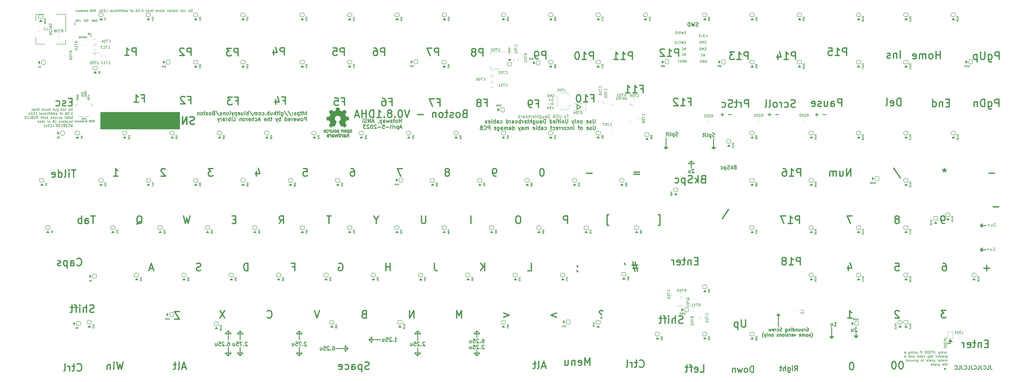
<source format=gbr>
G04 #@! TF.GenerationSoftware,KiCad,Pcbnew,7.0.1*
G04 #@! TF.CreationDate,2023-04-05T01:47:31-04:00*
G04 #@! TF.ProjectId,Boston-keyboard-V081DHA,426f7374-6f6e-42d6-9b65-79626f617264,rev?*
G04 #@! TF.SameCoordinates,Original*
G04 #@! TF.FileFunction,Legend,Bot*
G04 #@! TF.FilePolarity,Positive*
%FSLAX46Y46*%
G04 Gerber Fmt 4.6, Leading zero omitted, Abs format (unit mm)*
G04 Created by KiCad (PCBNEW 7.0.1) date 2023-04-05 01:47:31*
%MOMM*%
%LPD*%
G01*
G04 APERTURE LIST*
%ADD10C,0.300000*%
%ADD11C,0.120000*%
%ADD12C,0.500000*%
%ADD13C,0.200000*%
%ADD14C,0.600000*%
%ADD15C,0.400000*%
%ADD16C,0.150000*%
%ADD17C,0.160000*%
%ADD18C,0.127000*%
%ADD19C,0.100000*%
%ADD20C,0.010000*%
G04 APERTURE END LIST*
D10*
X323770529Y-89381276D02*
X323770529Y-92357841D01*
X236259518Y-166771966D02*
X238640770Y-166771966D01*
X142200064Y-167962592D02*
X142200064Y-164390714D01*
X237450144Y-167962592D02*
X237450144Y-165581340D01*
X322579903Y-90571902D02*
X323770529Y-89381276D01*
X167203210Y-159032897D02*
X166012584Y-157842271D01*
X237450144Y-157842271D02*
X236259518Y-159032897D01*
X440750000Y-114675000D02*
X440750000Y-116175000D01*
X277750000Y-68675000D02*
X277750000Y-66675000D01*
X238640770Y-166771966D02*
X237450144Y-167962592D01*
X212446998Y-166771966D02*
X214828250Y-166771966D01*
X323770529Y-89381276D02*
X324961155Y-90571902D01*
X440750000Y-124425000D02*
X440750000Y-125925000D01*
X358800000Y-156225000D02*
X358800000Y-151025000D01*
X359400000Y-151625000D02*
X358800000Y-151025000D01*
X238640770Y-166771966D02*
X237450144Y-167962592D01*
X236259518Y-159032897D02*
X238640770Y-159032897D01*
X180895409Y-164986027D02*
X185657913Y-164986027D01*
X185657913Y-164986027D02*
X184467287Y-163795401D01*
X213637624Y-157842271D02*
X212446998Y-159032897D01*
X314300000Y-83925000D02*
X312800000Y-83925000D01*
X167203210Y-166771966D02*
X166012584Y-167962592D01*
X380250000Y-160925000D02*
X379500000Y-160175000D01*
X213637624Y-167962592D02*
X212446998Y-166771966D01*
X237450144Y-167962592D02*
X236259518Y-166771966D01*
X138628186Y-166771966D02*
X137437560Y-167962592D01*
X137437560Y-167962592D02*
X137437560Y-164390714D01*
X236259518Y-166771966D02*
X238640770Y-166771966D01*
X143390690Y-159032897D02*
X142200064Y-157842271D01*
X195182921Y-160223523D02*
X195182921Y-162604775D01*
X440000000Y-125175000D02*
X440750000Y-124425000D01*
X212446998Y-159032897D02*
X214828250Y-159032897D01*
X379500000Y-160175000D02*
X381000000Y-160175000D01*
X358200000Y-151625000D02*
X359400000Y-151625000D01*
X236259518Y-159032897D02*
X238640770Y-159032897D01*
X137437560Y-157842271D02*
X136246934Y-159032897D01*
X141009438Y-159032897D02*
X143390690Y-159032897D01*
X442250000Y-125175000D02*
X440000000Y-125175000D01*
X380250000Y-160925000D02*
X380250000Y-156425000D01*
X238640770Y-159032897D02*
X237450144Y-157842271D01*
X238640770Y-159032897D02*
X237450144Y-157842271D01*
X214828250Y-159032897D02*
X213637624Y-157842271D01*
X193992295Y-161414149D02*
X198754799Y-161414149D01*
X332750000Y-80325000D02*
X332750000Y-84675000D01*
X138628186Y-159032897D02*
X137437560Y-157842271D01*
X313550000Y-80175000D02*
X313550000Y-84675000D01*
X142200064Y-157842271D02*
X141009438Y-159032897D01*
X164821958Y-159032897D02*
X167203210Y-159032897D01*
X332000000Y-83925000D02*
X333500000Y-83925000D01*
X333500000Y-83925000D02*
X332750000Y-84675000D01*
X390000000Y-160675000D02*
X390750000Y-159925000D01*
X137437560Y-157842271D02*
X137437560Y-161414149D01*
X440000000Y-115425000D02*
X440500000Y-114925000D01*
X166012584Y-157842271D02*
X164821958Y-159032897D01*
X142200064Y-167962592D02*
X141009438Y-166771966D01*
X193992295Y-161414149D02*
X195182921Y-162604775D01*
X358800000Y-151025000D02*
X358200000Y-151625000D01*
X184467287Y-163795401D02*
X184467287Y-166176653D01*
X166012584Y-167962592D02*
X164821958Y-166771966D01*
X166012584Y-167962592D02*
X166012584Y-164390714D01*
X141009438Y-166771966D02*
X143390690Y-166771966D01*
X389250000Y-159925000D02*
X390000000Y-160675000D01*
X440750000Y-116175000D02*
X440000000Y-115425000D01*
X381000000Y-160175000D02*
X380250000Y-160925000D01*
X428000000Y-162925000D02*
X428000000Y-161425000D01*
X214828250Y-166771966D02*
X213637624Y-167962592D01*
X440750000Y-125925000D02*
X440000000Y-125175000D01*
X324961155Y-90571902D02*
X322579903Y-90571902D01*
X193992295Y-161414149D02*
X195182921Y-160223523D01*
X279250000Y-67675000D02*
X277750000Y-68675000D01*
X237450144Y-167962592D02*
X237450144Y-165581340D01*
X313550000Y-84675000D02*
X314300000Y-83925000D01*
X332750000Y-84675000D02*
X332000000Y-83925000D01*
X427250000Y-162175000D02*
X428750000Y-162175000D01*
X426750000Y-162925000D02*
X428000000Y-162925000D01*
X428000000Y-161425000D02*
X428750000Y-162175000D01*
X142200064Y-157842271D02*
X142200064Y-161414149D01*
X277750000Y-66675000D02*
X279250000Y-67675000D01*
X136246934Y-166771966D02*
X138628186Y-166771966D01*
X166012584Y-157842271D02*
X166012584Y-161414149D01*
X390000000Y-160675000D02*
X390000000Y-158675000D01*
X237450144Y-157842271D02*
X237450144Y-160625000D01*
X442250000Y-115425000D02*
X440000000Y-115425000D01*
X164821958Y-166771966D02*
X167203210Y-166771966D01*
X312800000Y-83925000D02*
X313550000Y-84675000D01*
X213637624Y-167962592D02*
X213637624Y-164625000D01*
X390750000Y-159925000D02*
X389250000Y-159925000D01*
X184467287Y-166176653D02*
X185657913Y-164986027D01*
X213637624Y-157842271D02*
X213637624Y-161825000D01*
X136246934Y-159032897D02*
X138628186Y-159032897D01*
X237450144Y-157842271D02*
X236259518Y-159032897D01*
X440500000Y-114925000D02*
X440750000Y-114675000D01*
X237450144Y-167962592D02*
X236259518Y-166771966D01*
X428000000Y-161425000D02*
X427250000Y-162175000D01*
D11*
X298790625Y-66451875D02*
X299250625Y-66891875D01*
D10*
X237450144Y-157842271D02*
X237450144Y-160625000D01*
D11*
X83955489Y-46500000D02*
G75*
G03*
X83955489Y-46500000I-230489J0D01*
G01*
D10*
X137437560Y-167962592D02*
X136246934Y-166771966D01*
X143390690Y-166771966D02*
X142200064Y-167962592D01*
D12*
X318642857Y-47312857D02*
X318642857Y-44312857D01*
X318642857Y-44312857D02*
X317500000Y-44312857D01*
X317500000Y-44312857D02*
X317214285Y-44455714D01*
X317214285Y-44455714D02*
X317071428Y-44598571D01*
X317071428Y-44598571D02*
X316928571Y-44884285D01*
X316928571Y-44884285D02*
X316928571Y-45312857D01*
X316928571Y-45312857D02*
X317071428Y-45598571D01*
X317071428Y-45598571D02*
X317214285Y-45741428D01*
X317214285Y-45741428D02*
X317500000Y-45884285D01*
X317500000Y-45884285D02*
X318642857Y-45884285D01*
X314071428Y-47312857D02*
X315785714Y-47312857D01*
X314928571Y-47312857D02*
X314928571Y-44312857D01*
X314928571Y-44312857D02*
X315214285Y-44741428D01*
X315214285Y-44741428D02*
X315500000Y-45027142D01*
X315500000Y-45027142D02*
X315785714Y-45170000D01*
X312928571Y-44598571D02*
X312785714Y-44455714D01*
X312785714Y-44455714D02*
X312500000Y-44312857D01*
X312500000Y-44312857D02*
X311785714Y-44312857D01*
X311785714Y-44312857D02*
X311500000Y-44455714D01*
X311500000Y-44455714D02*
X311357142Y-44598571D01*
X311357142Y-44598571D02*
X311214285Y-44884285D01*
X311214285Y-44884285D02*
X311214285Y-45170000D01*
X311214285Y-45170000D02*
X311357142Y-45598571D01*
X311357142Y-45598571D02*
X313071428Y-47312857D01*
X313071428Y-47312857D02*
X311214285Y-47312857D01*
X131293749Y-92531607D02*
X129436606Y-92531607D01*
X129436606Y-92531607D02*
X130436606Y-93674464D01*
X130436606Y-93674464D02*
X130008035Y-93674464D01*
X130008035Y-93674464D02*
X129722321Y-93817321D01*
X129722321Y-93817321D02*
X129579463Y-93960178D01*
X129579463Y-93960178D02*
X129436606Y-94245892D01*
X129436606Y-94245892D02*
X129436606Y-94960178D01*
X129436606Y-94960178D02*
X129579463Y-95245892D01*
X129579463Y-95245892D02*
X129722321Y-95388750D01*
X129722321Y-95388750D02*
X130008035Y-95531607D01*
X130008035Y-95531607D02*
X130865178Y-95531607D01*
X130865178Y-95531607D02*
X131150892Y-95388750D01*
X131150892Y-95388750D02*
X131293749Y-95245892D01*
D13*
X329417529Y-48847738D02*
X329512767Y-48800119D01*
X329512767Y-48800119D02*
X329655624Y-48800119D01*
X329655624Y-48800119D02*
X329798481Y-48847738D01*
X329798481Y-48847738D02*
X329893719Y-48942976D01*
X329893719Y-48942976D02*
X329941338Y-49038214D01*
X329941338Y-49038214D02*
X329988957Y-49228690D01*
X329988957Y-49228690D02*
X329988957Y-49371547D01*
X329988957Y-49371547D02*
X329941338Y-49562023D01*
X329941338Y-49562023D02*
X329893719Y-49657261D01*
X329893719Y-49657261D02*
X329798481Y-49752500D01*
X329798481Y-49752500D02*
X329655624Y-49800119D01*
X329655624Y-49800119D02*
X329560386Y-49800119D01*
X329560386Y-49800119D02*
X329417529Y-49752500D01*
X329417529Y-49752500D02*
X329369910Y-49704880D01*
X329369910Y-49704880D02*
X329369910Y-49371547D01*
X329369910Y-49371547D02*
X329560386Y-49371547D01*
X328941338Y-49800119D02*
X328941338Y-48800119D01*
X328941338Y-48800119D02*
X328369910Y-49800119D01*
X328369910Y-49800119D02*
X328369910Y-48800119D01*
X327893719Y-49800119D02*
X327893719Y-48800119D01*
X327893719Y-48800119D02*
X327655624Y-48800119D01*
X327655624Y-48800119D02*
X327512767Y-48847738D01*
X327512767Y-48847738D02*
X327417529Y-48942976D01*
X327417529Y-48942976D02*
X327369910Y-49038214D01*
X327369910Y-49038214D02*
X327322291Y-49228690D01*
X327322291Y-49228690D02*
X327322291Y-49371547D01*
X327322291Y-49371547D02*
X327369910Y-49562023D01*
X327369910Y-49562023D02*
X327417529Y-49657261D01*
X327417529Y-49657261D02*
X327512767Y-49752500D01*
X327512767Y-49752500D02*
X327655624Y-49800119D01*
X327655624Y-49800119D02*
X327893719Y-49800119D01*
D12*
X231306249Y-152681607D02*
X231306249Y-149681607D01*
X231306249Y-149681607D02*
X230306249Y-151824464D01*
X230306249Y-151824464D02*
X229306249Y-149681607D01*
X229306249Y-149681607D02*
X229306249Y-152681607D01*
X386611606Y-152681607D02*
X388325892Y-152681607D01*
X387468749Y-152681607D02*
X387468749Y-149681607D01*
X387468749Y-149681607D02*
X387754463Y-150110178D01*
X387754463Y-150110178D02*
X388040178Y-150395892D01*
X388040178Y-150395892D02*
X388325892Y-150538750D01*
D13*
X321441338Y-47050119D02*
X321441338Y-46050119D01*
X321441338Y-46050119D02*
X320869910Y-47050119D01*
X320869910Y-47050119D02*
X320869910Y-46050119D01*
X319822291Y-46954880D02*
X319869910Y-47002500D01*
X319869910Y-47002500D02*
X320012767Y-47050119D01*
X320012767Y-47050119D02*
X320108005Y-47050119D01*
X320108005Y-47050119D02*
X320250862Y-47002500D01*
X320250862Y-47002500D02*
X320346100Y-46907261D01*
X320346100Y-46907261D02*
X320393719Y-46812023D01*
X320393719Y-46812023D02*
X320441338Y-46621547D01*
X320441338Y-46621547D02*
X320441338Y-46478690D01*
X320441338Y-46478690D02*
X320393719Y-46288214D01*
X320393719Y-46288214D02*
X320346100Y-46192976D01*
X320346100Y-46192976D02*
X320250862Y-46097738D01*
X320250862Y-46097738D02*
X320108005Y-46050119D01*
X320108005Y-46050119D02*
X320012767Y-46050119D01*
X320012767Y-46050119D02*
X319869910Y-46097738D01*
X319869910Y-46097738D02*
X319822291Y-46145357D01*
D12*
X222089285Y-47012857D02*
X222089285Y-44012857D01*
X222089285Y-44012857D02*
X220946428Y-44012857D01*
X220946428Y-44012857D02*
X220660713Y-44155714D01*
X220660713Y-44155714D02*
X220517856Y-44298571D01*
X220517856Y-44298571D02*
X220374999Y-44584285D01*
X220374999Y-44584285D02*
X220374999Y-45012857D01*
X220374999Y-45012857D02*
X220517856Y-45298571D01*
X220517856Y-45298571D02*
X220660713Y-45441428D01*
X220660713Y-45441428D02*
X220946428Y-45584285D01*
X220946428Y-45584285D02*
X222089285Y-45584285D01*
X219374999Y-44012857D02*
X217374999Y-44012857D01*
X217374999Y-44012857D02*
X218660713Y-47012857D01*
X76109999Y-93007857D02*
X74395714Y-93007857D01*
X75252856Y-96007857D02*
X75252856Y-93007857D01*
X73395714Y-96007857D02*
X73395714Y-94007857D01*
X73395714Y-93007857D02*
X73538571Y-93150714D01*
X73538571Y-93150714D02*
X73395714Y-93293571D01*
X73395714Y-93293571D02*
X73252857Y-93150714D01*
X73252857Y-93150714D02*
X73395714Y-93007857D01*
X73395714Y-93007857D02*
X73395714Y-93293571D01*
X71538571Y-96007857D02*
X71824286Y-95865000D01*
X71824286Y-95865000D02*
X71967143Y-95579285D01*
X71967143Y-95579285D02*
X71967143Y-93007857D01*
X69110000Y-96007857D02*
X69110000Y-93007857D01*
X69110000Y-95865000D02*
X69395714Y-96007857D01*
X69395714Y-96007857D02*
X69967142Y-96007857D01*
X69967142Y-96007857D02*
X70252857Y-95865000D01*
X70252857Y-95865000D02*
X70395714Y-95722142D01*
X70395714Y-95722142D02*
X70538571Y-95436428D01*
X70538571Y-95436428D02*
X70538571Y-94579285D01*
X70538571Y-94579285D02*
X70395714Y-94293571D01*
X70395714Y-94293571D02*
X70252857Y-94150714D01*
X70252857Y-94150714D02*
X69967142Y-94007857D01*
X69967142Y-94007857D02*
X69395714Y-94007857D01*
X69395714Y-94007857D02*
X69110000Y-94150714D01*
X66538571Y-95865000D02*
X66824285Y-96007857D01*
X66824285Y-96007857D02*
X67395714Y-96007857D01*
X67395714Y-96007857D02*
X67681428Y-95865000D01*
X67681428Y-95865000D02*
X67824285Y-95579285D01*
X67824285Y-95579285D02*
X67824285Y-94436428D01*
X67824285Y-94436428D02*
X67681428Y-94150714D01*
X67681428Y-94150714D02*
X67395714Y-94007857D01*
X67395714Y-94007857D02*
X66824285Y-94007857D01*
X66824285Y-94007857D02*
X66538571Y-94150714D01*
X66538571Y-94150714D02*
X66395714Y-94436428D01*
X66395714Y-94436428D02*
X66395714Y-94722142D01*
X66395714Y-94722142D02*
X67824285Y-95007857D01*
D13*
X122961904Y-29387619D02*
X122961904Y-28387619D01*
X122961904Y-28387619D02*
X122723809Y-28387619D01*
X122723809Y-28387619D02*
X122580952Y-28435238D01*
X122580952Y-28435238D02*
X122485714Y-28530476D01*
X122485714Y-28530476D02*
X122438095Y-28625714D01*
X122438095Y-28625714D02*
X122390476Y-28816190D01*
X122390476Y-28816190D02*
X122390476Y-28959047D01*
X122390476Y-28959047D02*
X122438095Y-29149523D01*
X122438095Y-29149523D02*
X122485714Y-29244761D01*
X122485714Y-29244761D02*
X122580952Y-29340000D01*
X122580952Y-29340000D02*
X122723809Y-29387619D01*
X122723809Y-29387619D02*
X122961904Y-29387619D01*
X121819047Y-29387619D02*
X121914285Y-29340000D01*
X121914285Y-29340000D02*
X121961904Y-29292380D01*
X121961904Y-29292380D02*
X122009523Y-29197142D01*
X122009523Y-29197142D02*
X122009523Y-28911428D01*
X122009523Y-28911428D02*
X121961904Y-28816190D01*
X121961904Y-28816190D02*
X121914285Y-28768571D01*
X121914285Y-28768571D02*
X121819047Y-28720952D01*
X121819047Y-28720952D02*
X121676190Y-28720952D01*
X121676190Y-28720952D02*
X121580952Y-28768571D01*
X121580952Y-28768571D02*
X121533333Y-28816190D01*
X121533333Y-28816190D02*
X121485714Y-28911428D01*
X121485714Y-28911428D02*
X121485714Y-29197142D01*
X121485714Y-29197142D02*
X121533333Y-29292380D01*
X121533333Y-29292380D02*
X121580952Y-29340000D01*
X121580952Y-29340000D02*
X121676190Y-29387619D01*
X121676190Y-29387619D02*
X121819047Y-29387619D01*
X120295237Y-28720952D02*
X120295237Y-29387619D01*
X120295237Y-28816190D02*
X120247618Y-28768571D01*
X120247618Y-28768571D02*
X120152380Y-28720952D01*
X120152380Y-28720952D02*
X120009523Y-28720952D01*
X120009523Y-28720952D02*
X119914285Y-28768571D01*
X119914285Y-28768571D02*
X119866666Y-28863809D01*
X119866666Y-28863809D02*
X119866666Y-29387619D01*
X119247618Y-29387619D02*
X119342856Y-29340000D01*
X119342856Y-29340000D02*
X119390475Y-29292380D01*
X119390475Y-29292380D02*
X119438094Y-29197142D01*
X119438094Y-29197142D02*
X119438094Y-28911428D01*
X119438094Y-28911428D02*
X119390475Y-28816190D01*
X119390475Y-28816190D02*
X119342856Y-28768571D01*
X119342856Y-28768571D02*
X119247618Y-28720952D01*
X119247618Y-28720952D02*
X119104761Y-28720952D01*
X119104761Y-28720952D02*
X119009523Y-28768571D01*
X119009523Y-28768571D02*
X118961904Y-28816190D01*
X118961904Y-28816190D02*
X118914285Y-28911428D01*
X118914285Y-28911428D02*
X118914285Y-29197142D01*
X118914285Y-29197142D02*
X118961904Y-29292380D01*
X118961904Y-29292380D02*
X119009523Y-29340000D01*
X119009523Y-29340000D02*
X119104761Y-29387619D01*
X119104761Y-29387619D02*
X119247618Y-29387619D01*
X118628570Y-28720952D02*
X118247618Y-28720952D01*
X118485713Y-28387619D02*
X118485713Y-29244761D01*
X118485713Y-29244761D02*
X118438094Y-29340000D01*
X118438094Y-29340000D02*
X118342856Y-29387619D01*
X118342856Y-29387619D02*
X118247618Y-29387619D01*
X117152379Y-29387619D02*
X117152379Y-28720952D01*
X117152379Y-28387619D02*
X117199998Y-28435238D01*
X117199998Y-28435238D02*
X117152379Y-28482857D01*
X117152379Y-28482857D02*
X117104760Y-28435238D01*
X117104760Y-28435238D02*
X117152379Y-28387619D01*
X117152379Y-28387619D02*
X117152379Y-28482857D01*
X116676189Y-28720952D02*
X116676189Y-29387619D01*
X116676189Y-28816190D02*
X116628570Y-28768571D01*
X116628570Y-28768571D02*
X116533332Y-28720952D01*
X116533332Y-28720952D02*
X116390475Y-28720952D01*
X116390475Y-28720952D02*
X116295237Y-28768571D01*
X116295237Y-28768571D02*
X116247618Y-28863809D01*
X116247618Y-28863809D02*
X116247618Y-29387619D01*
X115819046Y-29340000D02*
X115723808Y-29387619D01*
X115723808Y-29387619D02*
X115533332Y-29387619D01*
X115533332Y-29387619D02*
X115438094Y-29340000D01*
X115438094Y-29340000D02*
X115390475Y-29244761D01*
X115390475Y-29244761D02*
X115390475Y-29197142D01*
X115390475Y-29197142D02*
X115438094Y-29101904D01*
X115438094Y-29101904D02*
X115533332Y-29054285D01*
X115533332Y-29054285D02*
X115676189Y-29054285D01*
X115676189Y-29054285D02*
X115771427Y-29006666D01*
X115771427Y-29006666D02*
X115819046Y-28911428D01*
X115819046Y-28911428D02*
X115819046Y-28863809D01*
X115819046Y-28863809D02*
X115771427Y-28768571D01*
X115771427Y-28768571D02*
X115676189Y-28720952D01*
X115676189Y-28720952D02*
X115533332Y-28720952D01*
X115533332Y-28720952D02*
X115438094Y-28768571D01*
X115104760Y-28720952D02*
X114723808Y-28720952D01*
X114961903Y-28387619D02*
X114961903Y-29244761D01*
X114961903Y-29244761D02*
X114914284Y-29340000D01*
X114914284Y-29340000D02*
X114819046Y-29387619D01*
X114819046Y-29387619D02*
X114723808Y-29387619D01*
X113961903Y-29387619D02*
X113961903Y-28863809D01*
X113961903Y-28863809D02*
X114009522Y-28768571D01*
X114009522Y-28768571D02*
X114104760Y-28720952D01*
X114104760Y-28720952D02*
X114295236Y-28720952D01*
X114295236Y-28720952D02*
X114390474Y-28768571D01*
X113961903Y-29340000D02*
X114057141Y-29387619D01*
X114057141Y-29387619D02*
X114295236Y-29387619D01*
X114295236Y-29387619D02*
X114390474Y-29340000D01*
X114390474Y-29340000D02*
X114438093Y-29244761D01*
X114438093Y-29244761D02*
X114438093Y-29149523D01*
X114438093Y-29149523D02*
X114390474Y-29054285D01*
X114390474Y-29054285D02*
X114295236Y-29006666D01*
X114295236Y-29006666D02*
X114057141Y-29006666D01*
X114057141Y-29006666D02*
X113961903Y-28959047D01*
X113342855Y-29387619D02*
X113438093Y-29340000D01*
X113438093Y-29340000D02*
X113485712Y-29244761D01*
X113485712Y-29244761D02*
X113485712Y-28387619D01*
X112819045Y-29387619D02*
X112914283Y-29340000D01*
X112914283Y-29340000D02*
X112961902Y-29244761D01*
X112961902Y-29244761D02*
X112961902Y-28387619D01*
X111676187Y-29387619D02*
X111676187Y-28720952D01*
X111676187Y-28816190D02*
X111628568Y-28768571D01*
X111628568Y-28768571D02*
X111533330Y-28720952D01*
X111533330Y-28720952D02*
X111390473Y-28720952D01*
X111390473Y-28720952D02*
X111295235Y-28768571D01*
X111295235Y-28768571D02*
X111247616Y-28863809D01*
X111247616Y-28863809D02*
X111247616Y-29387619D01*
X111247616Y-28863809D02*
X111199997Y-28768571D01*
X111199997Y-28768571D02*
X111104759Y-28720952D01*
X111104759Y-28720952D02*
X110961902Y-28720952D01*
X110961902Y-28720952D02*
X110866663Y-28768571D01*
X110866663Y-28768571D02*
X110819044Y-28863809D01*
X110819044Y-28863809D02*
X110819044Y-29387619D01*
X110199997Y-29387619D02*
X110295235Y-29340000D01*
X110295235Y-29340000D02*
X110342854Y-29292380D01*
X110342854Y-29292380D02*
X110390473Y-29197142D01*
X110390473Y-29197142D02*
X110390473Y-28911428D01*
X110390473Y-28911428D02*
X110342854Y-28816190D01*
X110342854Y-28816190D02*
X110295235Y-28768571D01*
X110295235Y-28768571D02*
X110199997Y-28720952D01*
X110199997Y-28720952D02*
X110057140Y-28720952D01*
X110057140Y-28720952D02*
X109961902Y-28768571D01*
X109961902Y-28768571D02*
X109914283Y-28816190D01*
X109914283Y-28816190D02*
X109866664Y-28911428D01*
X109866664Y-28911428D02*
X109866664Y-29197142D01*
X109866664Y-29197142D02*
X109914283Y-29292380D01*
X109914283Y-29292380D02*
X109961902Y-29340000D01*
X109961902Y-29340000D02*
X110057140Y-29387619D01*
X110057140Y-29387619D02*
X110199997Y-29387619D01*
X109438092Y-29387619D02*
X109438092Y-28720952D01*
X109438092Y-28911428D02*
X109390473Y-28816190D01*
X109390473Y-28816190D02*
X109342854Y-28768571D01*
X109342854Y-28768571D02*
X109247616Y-28720952D01*
X109247616Y-28720952D02*
X109152378Y-28720952D01*
X108438092Y-29340000D02*
X108533330Y-29387619D01*
X108533330Y-29387619D02*
X108723806Y-29387619D01*
X108723806Y-29387619D02*
X108819044Y-29340000D01*
X108819044Y-29340000D02*
X108866663Y-29244761D01*
X108866663Y-29244761D02*
X108866663Y-28863809D01*
X108866663Y-28863809D02*
X108819044Y-28768571D01*
X108819044Y-28768571D02*
X108723806Y-28720952D01*
X108723806Y-28720952D02*
X108533330Y-28720952D01*
X108533330Y-28720952D02*
X108438092Y-28768571D01*
X108438092Y-28768571D02*
X108390473Y-28863809D01*
X108390473Y-28863809D02*
X108390473Y-28959047D01*
X108390473Y-28959047D02*
X108866663Y-29054285D01*
X107342853Y-28720952D02*
X106961901Y-28720952D01*
X107199996Y-28387619D02*
X107199996Y-29244761D01*
X107199996Y-29244761D02*
X107152377Y-29340000D01*
X107152377Y-29340000D02*
X107057139Y-29387619D01*
X107057139Y-29387619D02*
X106961901Y-29387619D01*
X106628567Y-29387619D02*
X106628567Y-28387619D01*
X106199996Y-29387619D02*
X106199996Y-28863809D01*
X106199996Y-28863809D02*
X106247615Y-28768571D01*
X106247615Y-28768571D02*
X106342853Y-28720952D01*
X106342853Y-28720952D02*
X106485710Y-28720952D01*
X106485710Y-28720952D02*
X106580948Y-28768571D01*
X106580948Y-28768571D02*
X106628567Y-28816190D01*
X105295234Y-29387619D02*
X105295234Y-28863809D01*
X105295234Y-28863809D02*
X105342853Y-28768571D01*
X105342853Y-28768571D02*
X105438091Y-28720952D01*
X105438091Y-28720952D02*
X105628567Y-28720952D01*
X105628567Y-28720952D02*
X105723805Y-28768571D01*
X105295234Y-29340000D02*
X105390472Y-29387619D01*
X105390472Y-29387619D02*
X105628567Y-29387619D01*
X105628567Y-29387619D02*
X105723805Y-29340000D01*
X105723805Y-29340000D02*
X105771424Y-29244761D01*
X105771424Y-29244761D02*
X105771424Y-29149523D01*
X105771424Y-29149523D02*
X105723805Y-29054285D01*
X105723805Y-29054285D02*
X105628567Y-29006666D01*
X105628567Y-29006666D02*
X105390472Y-29006666D01*
X105390472Y-29006666D02*
X105295234Y-28959047D01*
X104819043Y-28720952D02*
X104819043Y-29387619D01*
X104819043Y-28816190D02*
X104771424Y-28768571D01*
X104771424Y-28768571D02*
X104676186Y-28720952D01*
X104676186Y-28720952D02*
X104533329Y-28720952D01*
X104533329Y-28720952D02*
X104438091Y-28768571D01*
X104438091Y-28768571D02*
X104390472Y-28863809D01*
X104390472Y-28863809D02*
X104390472Y-29387619D01*
X102961900Y-28387619D02*
X102866662Y-28387619D01*
X102866662Y-28387619D02*
X102771424Y-28435238D01*
X102771424Y-28435238D02*
X102723805Y-28482857D01*
X102723805Y-28482857D02*
X102676186Y-28578095D01*
X102676186Y-28578095D02*
X102628567Y-28768571D01*
X102628567Y-28768571D02*
X102628567Y-29006666D01*
X102628567Y-29006666D02*
X102676186Y-29197142D01*
X102676186Y-29197142D02*
X102723805Y-29292380D01*
X102723805Y-29292380D02*
X102771424Y-29340000D01*
X102771424Y-29340000D02*
X102866662Y-29387619D01*
X102866662Y-29387619D02*
X102961900Y-29387619D01*
X102961900Y-29387619D02*
X103057138Y-29340000D01*
X103057138Y-29340000D02*
X103104757Y-29292380D01*
X103104757Y-29292380D02*
X103152376Y-29197142D01*
X103152376Y-29197142D02*
X103199995Y-29006666D01*
X103199995Y-29006666D02*
X103199995Y-28768571D01*
X103199995Y-28768571D02*
X103152376Y-28578095D01*
X103152376Y-28578095D02*
X103104757Y-28482857D01*
X103104757Y-28482857D02*
X103057138Y-28435238D01*
X103057138Y-28435238D02*
X102961900Y-28387619D01*
X102199995Y-29292380D02*
X102152376Y-29340000D01*
X102152376Y-29340000D02*
X102199995Y-29387619D01*
X102199995Y-29387619D02*
X102247614Y-29340000D01*
X102247614Y-29340000D02*
X102199995Y-29292380D01*
X102199995Y-29292380D02*
X102199995Y-29387619D01*
X101247615Y-28387619D02*
X101723805Y-28387619D01*
X101723805Y-28387619D02*
X101771424Y-28863809D01*
X101771424Y-28863809D02*
X101723805Y-28816190D01*
X101723805Y-28816190D02*
X101628567Y-28768571D01*
X101628567Y-28768571D02*
X101390472Y-28768571D01*
X101390472Y-28768571D02*
X101295234Y-28816190D01*
X101295234Y-28816190D02*
X101247615Y-28863809D01*
X101247615Y-28863809D02*
X101199996Y-28959047D01*
X101199996Y-28959047D02*
X101199996Y-29197142D01*
X101199996Y-29197142D02*
X101247615Y-29292380D01*
X101247615Y-29292380D02*
X101295234Y-29340000D01*
X101295234Y-29340000D02*
X101390472Y-29387619D01*
X101390472Y-29387619D02*
X101628567Y-29387619D01*
X101628567Y-29387619D02*
X101723805Y-29340000D01*
X101723805Y-29340000D02*
X101771424Y-29292380D01*
X100819043Y-29101904D02*
X100342853Y-29101904D01*
X100914281Y-29387619D02*
X100580948Y-28387619D01*
X100580948Y-28387619D02*
X100247615Y-29387619D01*
X99009519Y-29387619D02*
X99104757Y-29340000D01*
X99104757Y-29340000D02*
X99152376Y-29292380D01*
X99152376Y-29292380D02*
X99199995Y-29197142D01*
X99199995Y-29197142D02*
X99199995Y-28911428D01*
X99199995Y-28911428D02*
X99152376Y-28816190D01*
X99152376Y-28816190D02*
X99104757Y-28768571D01*
X99104757Y-28768571D02*
X99009519Y-28720952D01*
X99009519Y-28720952D02*
X98866662Y-28720952D01*
X98866662Y-28720952D02*
X98771424Y-28768571D01*
X98771424Y-28768571D02*
X98723805Y-28816190D01*
X98723805Y-28816190D02*
X98676186Y-28911428D01*
X98676186Y-28911428D02*
X98676186Y-29197142D01*
X98676186Y-29197142D02*
X98723805Y-29292380D01*
X98723805Y-29292380D02*
X98771424Y-29340000D01*
X98771424Y-29340000D02*
X98866662Y-29387619D01*
X98866662Y-29387619D02*
X99009519Y-29387619D01*
X98390471Y-28720952D02*
X98009519Y-28720952D01*
X98247614Y-29387619D02*
X98247614Y-28530476D01*
X98247614Y-28530476D02*
X98199995Y-28435238D01*
X98199995Y-28435238D02*
X98104757Y-28387619D01*
X98104757Y-28387619D02*
X98009519Y-28387619D01*
X96485709Y-29387619D02*
X96485709Y-28863809D01*
X96485709Y-28863809D02*
X96533328Y-28768571D01*
X96533328Y-28768571D02*
X96628566Y-28720952D01*
X96628566Y-28720952D02*
X96819042Y-28720952D01*
X96819042Y-28720952D02*
X96914280Y-28768571D01*
X96485709Y-29340000D02*
X96580947Y-29387619D01*
X96580947Y-29387619D02*
X96819042Y-29387619D01*
X96819042Y-29387619D02*
X96914280Y-29340000D01*
X96914280Y-29340000D02*
X96961899Y-29244761D01*
X96961899Y-29244761D02*
X96961899Y-29149523D01*
X96961899Y-29149523D02*
X96914280Y-29054285D01*
X96914280Y-29054285D02*
X96819042Y-29006666D01*
X96819042Y-29006666D02*
X96580947Y-29006666D01*
X96580947Y-29006666D02*
X96485709Y-28959047D01*
X95580947Y-29387619D02*
X95580947Y-28387619D01*
X95580947Y-29340000D02*
X95676185Y-29387619D01*
X95676185Y-29387619D02*
X95866661Y-29387619D01*
X95866661Y-29387619D02*
X95961899Y-29340000D01*
X95961899Y-29340000D02*
X96009518Y-29292380D01*
X96009518Y-29292380D02*
X96057137Y-29197142D01*
X96057137Y-29197142D02*
X96057137Y-28911428D01*
X96057137Y-28911428D02*
X96009518Y-28816190D01*
X96009518Y-28816190D02*
X95961899Y-28768571D01*
X95961899Y-28768571D02*
X95866661Y-28720952D01*
X95866661Y-28720952D02*
X95676185Y-28720952D01*
X95676185Y-28720952D02*
X95580947Y-28768571D01*
X94676185Y-29387619D02*
X94676185Y-28387619D01*
X94676185Y-29340000D02*
X94771423Y-29387619D01*
X94771423Y-29387619D02*
X94961899Y-29387619D01*
X94961899Y-29387619D02*
X95057137Y-29340000D01*
X95057137Y-29340000D02*
X95104756Y-29292380D01*
X95104756Y-29292380D02*
X95152375Y-29197142D01*
X95152375Y-29197142D02*
X95152375Y-28911428D01*
X95152375Y-28911428D02*
X95104756Y-28816190D01*
X95104756Y-28816190D02*
X95057137Y-28768571D01*
X95057137Y-28768571D02*
X94961899Y-28720952D01*
X94961899Y-28720952D02*
X94771423Y-28720952D01*
X94771423Y-28720952D02*
X94676185Y-28768571D01*
X94199994Y-29387619D02*
X94199994Y-28720952D01*
X94199994Y-28387619D02*
X94247613Y-28435238D01*
X94247613Y-28435238D02*
X94199994Y-28482857D01*
X94199994Y-28482857D02*
X94152375Y-28435238D01*
X94152375Y-28435238D02*
X94199994Y-28387619D01*
X94199994Y-28387619D02*
X94199994Y-28482857D01*
X93866661Y-28720952D02*
X93485709Y-28720952D01*
X93723804Y-28387619D02*
X93723804Y-29244761D01*
X93723804Y-29244761D02*
X93676185Y-29340000D01*
X93676185Y-29340000D02*
X93580947Y-29387619D01*
X93580947Y-29387619D02*
X93485709Y-29387619D01*
X93152375Y-29387619D02*
X93152375Y-28720952D01*
X93152375Y-28387619D02*
X93199994Y-28435238D01*
X93199994Y-28435238D02*
X93152375Y-28482857D01*
X93152375Y-28482857D02*
X93104756Y-28435238D01*
X93104756Y-28435238D02*
X93152375Y-28387619D01*
X93152375Y-28387619D02*
X93152375Y-28482857D01*
X92533328Y-29387619D02*
X92628566Y-29340000D01*
X92628566Y-29340000D02*
X92676185Y-29292380D01*
X92676185Y-29292380D02*
X92723804Y-29197142D01*
X92723804Y-29197142D02*
X92723804Y-28911428D01*
X92723804Y-28911428D02*
X92676185Y-28816190D01*
X92676185Y-28816190D02*
X92628566Y-28768571D01*
X92628566Y-28768571D02*
X92533328Y-28720952D01*
X92533328Y-28720952D02*
X92390471Y-28720952D01*
X92390471Y-28720952D02*
X92295233Y-28768571D01*
X92295233Y-28768571D02*
X92247614Y-28816190D01*
X92247614Y-28816190D02*
X92199995Y-28911428D01*
X92199995Y-28911428D02*
X92199995Y-29197142D01*
X92199995Y-29197142D02*
X92247614Y-29292380D01*
X92247614Y-29292380D02*
X92295233Y-29340000D01*
X92295233Y-29340000D02*
X92390471Y-29387619D01*
X92390471Y-29387619D02*
X92533328Y-29387619D01*
X91771423Y-28720952D02*
X91771423Y-29387619D01*
X91771423Y-28816190D02*
X91723804Y-28768571D01*
X91723804Y-28768571D02*
X91628566Y-28720952D01*
X91628566Y-28720952D02*
X91485709Y-28720952D01*
X91485709Y-28720952D02*
X91390471Y-28768571D01*
X91390471Y-28768571D02*
X91342852Y-28863809D01*
X91342852Y-28863809D02*
X91342852Y-29387619D01*
X90438090Y-29387619D02*
X90438090Y-28863809D01*
X90438090Y-28863809D02*
X90485709Y-28768571D01*
X90485709Y-28768571D02*
X90580947Y-28720952D01*
X90580947Y-28720952D02*
X90771423Y-28720952D01*
X90771423Y-28720952D02*
X90866661Y-28768571D01*
X90438090Y-29340000D02*
X90533328Y-29387619D01*
X90533328Y-29387619D02*
X90771423Y-29387619D01*
X90771423Y-29387619D02*
X90866661Y-29340000D01*
X90866661Y-29340000D02*
X90914280Y-29244761D01*
X90914280Y-29244761D02*
X90914280Y-29149523D01*
X90914280Y-29149523D02*
X90866661Y-29054285D01*
X90866661Y-29054285D02*
X90771423Y-29006666D01*
X90771423Y-29006666D02*
X90533328Y-29006666D01*
X90533328Y-29006666D02*
X90438090Y-28959047D01*
X89819042Y-29387619D02*
X89914280Y-29340000D01*
X89914280Y-29340000D02*
X89961899Y-29244761D01*
X89961899Y-29244761D02*
X89961899Y-28387619D01*
X88199994Y-29387619D02*
X88676184Y-29387619D01*
X88676184Y-29387619D02*
X88676184Y-28387619D01*
X87866660Y-28863809D02*
X87533327Y-28863809D01*
X87390470Y-29387619D02*
X87866660Y-29387619D01*
X87866660Y-29387619D02*
X87866660Y-28387619D01*
X87866660Y-28387619D02*
X87390470Y-28387619D01*
X86961898Y-29387619D02*
X86961898Y-28387619D01*
X86961898Y-28387619D02*
X86723803Y-28387619D01*
X86723803Y-28387619D02*
X86580946Y-28435238D01*
X86580946Y-28435238D02*
X86485708Y-28530476D01*
X86485708Y-28530476D02*
X86438089Y-28625714D01*
X86438089Y-28625714D02*
X86390470Y-28816190D01*
X86390470Y-28816190D02*
X86390470Y-28959047D01*
X86390470Y-28959047D02*
X86438089Y-29149523D01*
X86438089Y-29149523D02*
X86485708Y-29244761D01*
X86485708Y-29244761D02*
X86580946Y-29340000D01*
X86580946Y-29340000D02*
X86723803Y-29387619D01*
X86723803Y-29387619D02*
X86961898Y-29387619D01*
X86009517Y-29340000D02*
X85914279Y-29387619D01*
X85914279Y-29387619D02*
X85723803Y-29387619D01*
X85723803Y-29387619D02*
X85628565Y-29340000D01*
X85628565Y-29340000D02*
X85580946Y-29244761D01*
X85580946Y-29244761D02*
X85580946Y-29197142D01*
X85580946Y-29197142D02*
X85628565Y-29101904D01*
X85628565Y-29101904D02*
X85723803Y-29054285D01*
X85723803Y-29054285D02*
X85866660Y-29054285D01*
X85866660Y-29054285D02*
X85961898Y-29006666D01*
X85961898Y-29006666D02*
X86009517Y-28911428D01*
X86009517Y-28911428D02*
X86009517Y-28863809D01*
X86009517Y-28863809D02*
X85961898Y-28768571D01*
X85961898Y-28768571D02*
X85866660Y-28720952D01*
X85866660Y-28720952D02*
X85723803Y-28720952D01*
X85723803Y-28720952D02*
X85628565Y-28768571D01*
D12*
X302886607Y-93960178D02*
X300600893Y-93960178D01*
X300600893Y-94817321D02*
X302886607Y-94817321D01*
X303328571Y-60441428D02*
X304328571Y-60441428D01*
X304328571Y-62012857D02*
X304328571Y-59012857D01*
X304328571Y-59012857D02*
X302899999Y-59012857D01*
X300185713Y-62012857D02*
X301899999Y-62012857D01*
X301042856Y-62012857D02*
X301042856Y-59012857D01*
X301042856Y-59012857D02*
X301328570Y-59441428D01*
X301328570Y-59441428D02*
X301614285Y-59727142D01*
X301614285Y-59727142D02*
X301899999Y-59870000D01*
X297328570Y-62012857D02*
X299042856Y-62012857D01*
X298185713Y-62012857D02*
X298185713Y-59012857D01*
X298185713Y-59012857D02*
X298471427Y-59441428D01*
X298471427Y-59441428D02*
X298757142Y-59727142D01*
X298757142Y-59727142D02*
X299042856Y-59870000D01*
D13*
X267961904Y-62705238D02*
X268057142Y-62657619D01*
X268057142Y-62657619D02*
X268199999Y-62657619D01*
X268199999Y-62657619D02*
X268342856Y-62705238D01*
X268342856Y-62705238D02*
X268438094Y-62800476D01*
X268438094Y-62800476D02*
X268485713Y-62895714D01*
X268485713Y-62895714D02*
X268533332Y-63086190D01*
X268533332Y-63086190D02*
X268533332Y-63229047D01*
X268533332Y-63229047D02*
X268485713Y-63419523D01*
X268485713Y-63419523D02*
X268438094Y-63514761D01*
X268438094Y-63514761D02*
X268342856Y-63610000D01*
X268342856Y-63610000D02*
X268199999Y-63657619D01*
X268199999Y-63657619D02*
X268104761Y-63657619D01*
X268104761Y-63657619D02*
X267961904Y-63610000D01*
X267961904Y-63610000D02*
X267914285Y-63562380D01*
X267914285Y-63562380D02*
X267914285Y-63229047D01*
X267914285Y-63229047D02*
X268104761Y-63229047D01*
X267485713Y-63657619D02*
X267485713Y-62657619D01*
X267485713Y-62657619D02*
X266914285Y-63657619D01*
X266914285Y-63657619D02*
X266914285Y-62657619D01*
X266438094Y-63657619D02*
X266438094Y-62657619D01*
X266438094Y-62657619D02*
X266199999Y-62657619D01*
X266199999Y-62657619D02*
X266057142Y-62705238D01*
X266057142Y-62705238D02*
X265961904Y-62800476D01*
X265961904Y-62800476D02*
X265914285Y-62895714D01*
X265914285Y-62895714D02*
X265866666Y-63086190D01*
X265866666Y-63086190D02*
X265866666Y-63229047D01*
X265866666Y-63229047D02*
X265914285Y-63419523D01*
X265914285Y-63419523D02*
X265961904Y-63514761D01*
X265961904Y-63514761D02*
X266057142Y-63610000D01*
X266057142Y-63610000D02*
X266199999Y-63657619D01*
X266199999Y-63657619D02*
X266438094Y-63657619D01*
X268080951Y-65277619D02*
X268080951Y-64277619D01*
X268080951Y-64277619D02*
X267842856Y-64277619D01*
X267842856Y-64277619D02*
X267699999Y-64325238D01*
X267699999Y-64325238D02*
X267604761Y-64420476D01*
X267604761Y-64420476D02*
X267557142Y-64515714D01*
X267557142Y-64515714D02*
X267509523Y-64706190D01*
X267509523Y-64706190D02*
X267509523Y-64849047D01*
X267509523Y-64849047D02*
X267557142Y-65039523D01*
X267557142Y-65039523D02*
X267604761Y-65134761D01*
X267604761Y-65134761D02*
X267699999Y-65230000D01*
X267699999Y-65230000D02*
X267842856Y-65277619D01*
X267842856Y-65277619D02*
X268080951Y-65277619D01*
X267080951Y-64896666D02*
X266319047Y-64896666D01*
X266699999Y-65277619D02*
X266699999Y-64515714D01*
X268080951Y-66897619D02*
X268080951Y-65897619D01*
X268080951Y-65897619D02*
X267842856Y-65897619D01*
X267842856Y-65897619D02*
X267699999Y-65945238D01*
X267699999Y-65945238D02*
X267604761Y-66040476D01*
X267604761Y-66040476D02*
X267557142Y-66135714D01*
X267557142Y-66135714D02*
X267509523Y-66326190D01*
X267509523Y-66326190D02*
X267509523Y-66469047D01*
X267509523Y-66469047D02*
X267557142Y-66659523D01*
X267557142Y-66659523D02*
X267604761Y-66754761D01*
X267604761Y-66754761D02*
X267699999Y-66850000D01*
X267699999Y-66850000D02*
X267842856Y-66897619D01*
X267842856Y-66897619D02*
X268080951Y-66897619D01*
X267080951Y-66516666D02*
X266319047Y-66516666D01*
X268485713Y-68136666D02*
X267723809Y-68136666D01*
X268104761Y-68517619D02*
X268104761Y-67755714D01*
X266771428Y-67517619D02*
X267247618Y-67517619D01*
X267247618Y-67517619D02*
X267295237Y-67993809D01*
X267295237Y-67993809D02*
X267247618Y-67946190D01*
X267247618Y-67946190D02*
X267152380Y-67898571D01*
X267152380Y-67898571D02*
X266914285Y-67898571D01*
X266914285Y-67898571D02*
X266819047Y-67946190D01*
X266819047Y-67946190D02*
X266771428Y-67993809D01*
X266771428Y-67993809D02*
X266723809Y-68089047D01*
X266723809Y-68089047D02*
X266723809Y-68327142D01*
X266723809Y-68327142D02*
X266771428Y-68422380D01*
X266771428Y-68422380D02*
X266819047Y-68470000D01*
X266819047Y-68470000D02*
X266914285Y-68517619D01*
X266914285Y-68517619D02*
X267152380Y-68517619D01*
X267152380Y-68517619D02*
X267247618Y-68470000D01*
X267247618Y-68470000D02*
X267295237Y-68422380D01*
X266438094Y-67517619D02*
X266104761Y-68517619D01*
X266104761Y-68517619D02*
X265771428Y-67517619D01*
D12*
X159390000Y-65071428D02*
X160390000Y-65071428D01*
X160390000Y-66642857D02*
X160390000Y-63642857D01*
X160390000Y-63642857D02*
X158961428Y-63642857D01*
X156532857Y-64642857D02*
X156532857Y-66642857D01*
X157247142Y-63500000D02*
X157961428Y-65642857D01*
X157961428Y-65642857D02*
X156104285Y-65642857D01*
X207493749Y-92531607D02*
X205493749Y-92531607D01*
X205493749Y-92531607D02*
X206779463Y-95531607D01*
X365575000Y-67670000D02*
X365146429Y-67812857D01*
X365146429Y-67812857D02*
X364432143Y-67812857D01*
X364432143Y-67812857D02*
X364146429Y-67670000D01*
X364146429Y-67670000D02*
X364003571Y-67527142D01*
X364003571Y-67527142D02*
X363860714Y-67241428D01*
X363860714Y-67241428D02*
X363860714Y-66955714D01*
X363860714Y-66955714D02*
X364003571Y-66670000D01*
X364003571Y-66670000D02*
X364146429Y-66527142D01*
X364146429Y-66527142D02*
X364432143Y-66384285D01*
X364432143Y-66384285D02*
X365003571Y-66241428D01*
X365003571Y-66241428D02*
X365289286Y-66098571D01*
X365289286Y-66098571D02*
X365432143Y-65955714D01*
X365432143Y-65955714D02*
X365575000Y-65670000D01*
X365575000Y-65670000D02*
X365575000Y-65384285D01*
X365575000Y-65384285D02*
X365432143Y-65098571D01*
X365432143Y-65098571D02*
X365289286Y-64955714D01*
X365289286Y-64955714D02*
X365003571Y-64812857D01*
X365003571Y-64812857D02*
X364289286Y-64812857D01*
X364289286Y-64812857D02*
X363860714Y-64955714D01*
X361289286Y-67670000D02*
X361575000Y-67812857D01*
X361575000Y-67812857D02*
X362146428Y-67812857D01*
X362146428Y-67812857D02*
X362432143Y-67670000D01*
X362432143Y-67670000D02*
X362575000Y-67527142D01*
X362575000Y-67527142D02*
X362717857Y-67241428D01*
X362717857Y-67241428D02*
X362717857Y-66384285D01*
X362717857Y-66384285D02*
X362575000Y-66098571D01*
X362575000Y-66098571D02*
X362432143Y-65955714D01*
X362432143Y-65955714D02*
X362146428Y-65812857D01*
X362146428Y-65812857D02*
X361575000Y-65812857D01*
X361575000Y-65812857D02*
X361289286Y-65955714D01*
X360003571Y-67812857D02*
X360003571Y-65812857D01*
X360003571Y-66384285D02*
X359860714Y-66098571D01*
X359860714Y-66098571D02*
X359717857Y-65955714D01*
X359717857Y-65955714D02*
X359432142Y-65812857D01*
X359432142Y-65812857D02*
X359146428Y-65812857D01*
X357717856Y-67812857D02*
X358003571Y-67670000D01*
X358003571Y-67670000D02*
X358146428Y-67527142D01*
X358146428Y-67527142D02*
X358289285Y-67241428D01*
X358289285Y-67241428D02*
X358289285Y-66384285D01*
X358289285Y-66384285D02*
X358146428Y-66098571D01*
X358146428Y-66098571D02*
X358003571Y-65955714D01*
X358003571Y-65955714D02*
X357717856Y-65812857D01*
X357717856Y-65812857D02*
X357289285Y-65812857D01*
X357289285Y-65812857D02*
X357003571Y-65955714D01*
X357003571Y-65955714D02*
X356860714Y-66098571D01*
X356860714Y-66098571D02*
X356717856Y-66384285D01*
X356717856Y-66384285D02*
X356717856Y-67241428D01*
X356717856Y-67241428D02*
X356860714Y-67527142D01*
X356860714Y-67527142D02*
X357003571Y-67670000D01*
X357003571Y-67670000D02*
X357289285Y-67812857D01*
X357289285Y-67812857D02*
X357717856Y-67812857D01*
X355003570Y-67812857D02*
X355289285Y-67670000D01*
X355289285Y-67670000D02*
X355432142Y-67384285D01*
X355432142Y-67384285D02*
X355432142Y-64812857D01*
X353432141Y-67812857D02*
X353717856Y-67670000D01*
X353717856Y-67670000D02*
X353860713Y-67384285D01*
X353860713Y-67384285D02*
X353860713Y-64812857D01*
D10*
X326435713Y-35147500D02*
X326221428Y-35218928D01*
X326221428Y-35218928D02*
X325864285Y-35218928D01*
X325864285Y-35218928D02*
X325721428Y-35147500D01*
X325721428Y-35147500D02*
X325649999Y-35076071D01*
X325649999Y-35076071D02*
X325578570Y-34933214D01*
X325578570Y-34933214D02*
X325578570Y-34790357D01*
X325578570Y-34790357D02*
X325649999Y-34647500D01*
X325649999Y-34647500D02*
X325721428Y-34576071D01*
X325721428Y-34576071D02*
X325864285Y-34504642D01*
X325864285Y-34504642D02*
X326149999Y-34433214D01*
X326149999Y-34433214D02*
X326292856Y-34361785D01*
X326292856Y-34361785D02*
X326364285Y-34290357D01*
X326364285Y-34290357D02*
X326435713Y-34147500D01*
X326435713Y-34147500D02*
X326435713Y-34004642D01*
X326435713Y-34004642D02*
X326364285Y-33861785D01*
X326364285Y-33861785D02*
X326292856Y-33790357D01*
X326292856Y-33790357D02*
X326149999Y-33718928D01*
X326149999Y-33718928D02*
X325792856Y-33718928D01*
X325792856Y-33718928D02*
X325578570Y-33790357D01*
X325078571Y-33718928D02*
X324721428Y-35218928D01*
X324721428Y-35218928D02*
X324435714Y-34147500D01*
X324435714Y-34147500D02*
X324149999Y-35218928D01*
X324149999Y-35218928D02*
X323792857Y-33718928D01*
X323221428Y-35218928D02*
X323221428Y-33718928D01*
X323221428Y-33718928D02*
X322864285Y-33718928D01*
X322864285Y-33718928D02*
X322649999Y-33790357D01*
X322649999Y-33790357D02*
X322507142Y-33933214D01*
X322507142Y-33933214D02*
X322435713Y-34076071D01*
X322435713Y-34076071D02*
X322364285Y-34361785D01*
X322364285Y-34361785D02*
X322364285Y-34576071D01*
X322364285Y-34576071D02*
X322435713Y-34861785D01*
X322435713Y-34861785D02*
X322507142Y-35004642D01*
X322507142Y-35004642D02*
X322649999Y-35147500D01*
X322649999Y-35147500D02*
X322864285Y-35218928D01*
X322864285Y-35218928D02*
X323221428Y-35218928D01*
D12*
X387914285Y-95531607D02*
X387914285Y-92531607D01*
X387914285Y-92531607D02*
X386199999Y-95531607D01*
X386199999Y-95531607D02*
X386199999Y-92531607D01*
X383485714Y-93531607D02*
X383485714Y-95531607D01*
X384771428Y-93531607D02*
X384771428Y-95103035D01*
X384771428Y-95103035D02*
X384628571Y-95388750D01*
X384628571Y-95388750D02*
X384342856Y-95531607D01*
X384342856Y-95531607D02*
X383914285Y-95531607D01*
X383914285Y-95531607D02*
X383628571Y-95388750D01*
X383628571Y-95388750D02*
X383485714Y-95245892D01*
X382057142Y-95531607D02*
X382057142Y-93531607D01*
X382057142Y-93817321D02*
X381914285Y-93674464D01*
X381914285Y-93674464D02*
X381628570Y-93531607D01*
X381628570Y-93531607D02*
X381199999Y-93531607D01*
X381199999Y-93531607D02*
X380914285Y-93674464D01*
X380914285Y-93674464D02*
X380771428Y-93960178D01*
X380771428Y-93960178D02*
X380771428Y-95531607D01*
X380771428Y-93960178D02*
X380628570Y-93674464D01*
X380628570Y-93674464D02*
X380342856Y-93531607D01*
X380342856Y-93531607D02*
X379914285Y-93531607D01*
X379914285Y-93531607D02*
X379628570Y-93674464D01*
X379628570Y-93674464D02*
X379485713Y-93960178D01*
X379485713Y-93960178D02*
X379485713Y-95531607D01*
X153177678Y-152395892D02*
X153320535Y-152538750D01*
X153320535Y-152538750D02*
X153749107Y-152681607D01*
X153749107Y-152681607D02*
X154034821Y-152681607D01*
X154034821Y-152681607D02*
X154463392Y-152538750D01*
X154463392Y-152538750D02*
X154749107Y-152253035D01*
X154749107Y-152253035D02*
X154891964Y-151967321D01*
X154891964Y-151967321D02*
X155034821Y-151395892D01*
X155034821Y-151395892D02*
X155034821Y-150967321D01*
X155034821Y-150967321D02*
X154891964Y-150395892D01*
X154891964Y-150395892D02*
X154749107Y-150110178D01*
X154749107Y-150110178D02*
X154463392Y-149824464D01*
X154463392Y-149824464D02*
X154034821Y-149681607D01*
X154034821Y-149681607D02*
X153749107Y-149681607D01*
X153749107Y-149681607D02*
X153320535Y-149824464D01*
X153320535Y-149824464D02*
X153177678Y-149967321D01*
X405233035Y-92388750D02*
X407804463Y-96245892D01*
D13*
X274382084Y-70880142D02*
X273696370Y-70880142D01*
X274039227Y-72080142D02*
X274039227Y-70880142D01*
X273124941Y-72080142D02*
X273239226Y-72023000D01*
X273239226Y-72023000D02*
X273296369Y-71965857D01*
X273296369Y-71965857D02*
X273353512Y-71851571D01*
X273353512Y-71851571D02*
X273353512Y-71508714D01*
X273353512Y-71508714D02*
X273296369Y-71394428D01*
X273296369Y-71394428D02*
X273239226Y-71337285D01*
X273239226Y-71337285D02*
X273124941Y-71280142D01*
X273124941Y-71280142D02*
X272953512Y-71280142D01*
X272953512Y-71280142D02*
X272839226Y-71337285D01*
X272839226Y-71337285D02*
X272782084Y-71394428D01*
X272782084Y-71394428D02*
X272724941Y-71508714D01*
X272724941Y-71508714D02*
X272724941Y-71851571D01*
X272724941Y-71851571D02*
X272782084Y-71965857D01*
X272782084Y-71965857D02*
X272839226Y-72023000D01*
X272839226Y-72023000D02*
X272953512Y-72080142D01*
X272953512Y-72080142D02*
X273124941Y-72080142D01*
X271296369Y-70880142D02*
X271296369Y-71851571D01*
X271296369Y-71851571D02*
X271239226Y-71965857D01*
X271239226Y-71965857D02*
X271182084Y-72023000D01*
X271182084Y-72023000D02*
X271067798Y-72080142D01*
X271067798Y-72080142D02*
X270839226Y-72080142D01*
X270839226Y-72080142D02*
X270724941Y-72023000D01*
X270724941Y-72023000D02*
X270667798Y-71965857D01*
X270667798Y-71965857D02*
X270610655Y-71851571D01*
X270610655Y-71851571D02*
X270610655Y-70880142D01*
X270096369Y-72023000D02*
X269924941Y-72080142D01*
X269924941Y-72080142D02*
X269639226Y-72080142D01*
X269639226Y-72080142D02*
X269524941Y-72023000D01*
X269524941Y-72023000D02*
X269467798Y-71965857D01*
X269467798Y-71965857D02*
X269410655Y-71851571D01*
X269410655Y-71851571D02*
X269410655Y-71737285D01*
X269410655Y-71737285D02*
X269467798Y-71623000D01*
X269467798Y-71623000D02*
X269524941Y-71565857D01*
X269524941Y-71565857D02*
X269639226Y-71508714D01*
X269639226Y-71508714D02*
X269867798Y-71451571D01*
X269867798Y-71451571D02*
X269982083Y-71394428D01*
X269982083Y-71394428D02*
X270039226Y-71337285D01*
X270039226Y-71337285D02*
X270096369Y-71223000D01*
X270096369Y-71223000D02*
X270096369Y-71108714D01*
X270096369Y-71108714D02*
X270039226Y-70994428D01*
X270039226Y-70994428D02*
X269982083Y-70937285D01*
X269982083Y-70937285D02*
X269867798Y-70880142D01*
X269867798Y-70880142D02*
X269582083Y-70880142D01*
X269582083Y-70880142D02*
X269410655Y-70937285D01*
X268496369Y-71451571D02*
X268324941Y-71508714D01*
X268324941Y-71508714D02*
X268267798Y-71565857D01*
X268267798Y-71565857D02*
X268210655Y-71680142D01*
X268210655Y-71680142D02*
X268210655Y-71851571D01*
X268210655Y-71851571D02*
X268267798Y-71965857D01*
X268267798Y-71965857D02*
X268324941Y-72023000D01*
X268324941Y-72023000D02*
X268439226Y-72080142D01*
X268439226Y-72080142D02*
X268896369Y-72080142D01*
X268896369Y-72080142D02*
X268896369Y-70880142D01*
X268896369Y-70880142D02*
X268496369Y-70880142D01*
X268496369Y-70880142D02*
X268382084Y-70937285D01*
X268382084Y-70937285D02*
X268324941Y-70994428D01*
X268324941Y-70994428D02*
X268267798Y-71108714D01*
X268267798Y-71108714D02*
X268267798Y-71223000D01*
X268267798Y-71223000D02*
X268324941Y-71337285D01*
X268324941Y-71337285D02*
X268382084Y-71394428D01*
X268382084Y-71394428D02*
X268496369Y-71451571D01*
X268496369Y-71451571D02*
X268896369Y-71451571D01*
X266782083Y-72080142D02*
X266782083Y-70880142D01*
X266782083Y-70880142D02*
X266496369Y-70880142D01*
X266496369Y-70880142D02*
X266324940Y-70937285D01*
X266324940Y-70937285D02*
X266210655Y-71051571D01*
X266210655Y-71051571D02*
X266153512Y-71165857D01*
X266153512Y-71165857D02*
X266096369Y-71394428D01*
X266096369Y-71394428D02*
X266096369Y-71565857D01*
X266096369Y-71565857D02*
X266153512Y-71794428D01*
X266153512Y-71794428D02*
X266210655Y-71908714D01*
X266210655Y-71908714D02*
X266324940Y-72023000D01*
X266324940Y-72023000D02*
X266496369Y-72080142D01*
X266496369Y-72080142D02*
X266782083Y-72080142D01*
X265067798Y-72080142D02*
X265067798Y-71451571D01*
X265067798Y-71451571D02*
X265124940Y-71337285D01*
X265124940Y-71337285D02*
X265239226Y-71280142D01*
X265239226Y-71280142D02*
X265467798Y-71280142D01*
X265467798Y-71280142D02*
X265582083Y-71337285D01*
X265067798Y-72023000D02*
X265182083Y-72080142D01*
X265182083Y-72080142D02*
X265467798Y-72080142D01*
X265467798Y-72080142D02*
X265582083Y-72023000D01*
X265582083Y-72023000D02*
X265639226Y-71908714D01*
X265639226Y-71908714D02*
X265639226Y-71794428D01*
X265639226Y-71794428D02*
X265582083Y-71680142D01*
X265582083Y-71680142D02*
X265467798Y-71623000D01*
X265467798Y-71623000D02*
X265182083Y-71623000D01*
X265182083Y-71623000D02*
X265067798Y-71565857D01*
X263982084Y-71280142D02*
X263982084Y-72080142D01*
X264496369Y-71280142D02*
X264496369Y-71908714D01*
X264496369Y-71908714D02*
X264439226Y-72023000D01*
X264439226Y-72023000D02*
X264324941Y-72080142D01*
X264324941Y-72080142D02*
X264153512Y-72080142D01*
X264153512Y-72080142D02*
X264039226Y-72023000D01*
X264039226Y-72023000D02*
X263982084Y-71965857D01*
X262896370Y-71280142D02*
X262896370Y-72251571D01*
X262896370Y-72251571D02*
X262953512Y-72365857D01*
X262953512Y-72365857D02*
X263010655Y-72423000D01*
X263010655Y-72423000D02*
X263124941Y-72480142D01*
X263124941Y-72480142D02*
X263296370Y-72480142D01*
X263296370Y-72480142D02*
X263410655Y-72423000D01*
X262896370Y-72023000D02*
X263010655Y-72080142D01*
X263010655Y-72080142D02*
X263239227Y-72080142D01*
X263239227Y-72080142D02*
X263353512Y-72023000D01*
X263353512Y-72023000D02*
X263410655Y-71965857D01*
X263410655Y-71965857D02*
X263467798Y-71851571D01*
X263467798Y-71851571D02*
X263467798Y-71508714D01*
X263467798Y-71508714D02*
X263410655Y-71394428D01*
X263410655Y-71394428D02*
X263353512Y-71337285D01*
X263353512Y-71337285D02*
X263239227Y-71280142D01*
X263239227Y-71280142D02*
X263010655Y-71280142D01*
X263010655Y-71280142D02*
X262896370Y-71337285D01*
X262324941Y-72080142D02*
X262324941Y-70880142D01*
X261810656Y-72080142D02*
X261810656Y-71451571D01*
X261810656Y-71451571D02*
X261867798Y-71337285D01*
X261867798Y-71337285D02*
X261982084Y-71280142D01*
X261982084Y-71280142D02*
X262153513Y-71280142D01*
X262153513Y-71280142D02*
X262267798Y-71337285D01*
X262267798Y-71337285D02*
X262324941Y-71394428D01*
X261410656Y-71280142D02*
X260953513Y-71280142D01*
X261239227Y-70880142D02*
X261239227Y-71908714D01*
X261239227Y-71908714D02*
X261182084Y-72023000D01*
X261182084Y-72023000D02*
X261067799Y-72080142D01*
X261067799Y-72080142D02*
X260953513Y-72080142D01*
X260096370Y-72023000D02*
X260210656Y-72080142D01*
X260210656Y-72080142D02*
X260439228Y-72080142D01*
X260439228Y-72080142D02*
X260553513Y-72023000D01*
X260553513Y-72023000D02*
X260610656Y-71908714D01*
X260610656Y-71908714D02*
X260610656Y-71451571D01*
X260610656Y-71451571D02*
X260553513Y-71337285D01*
X260553513Y-71337285D02*
X260439228Y-71280142D01*
X260439228Y-71280142D02*
X260210656Y-71280142D01*
X260210656Y-71280142D02*
X260096370Y-71337285D01*
X260096370Y-71337285D02*
X260039228Y-71451571D01*
X260039228Y-71451571D02*
X260039228Y-71565857D01*
X260039228Y-71565857D02*
X260610656Y-71680142D01*
X259524942Y-72080142D02*
X259524942Y-71280142D01*
X259524942Y-71508714D02*
X259467799Y-71394428D01*
X259467799Y-71394428D02*
X259410657Y-71337285D01*
X259410657Y-71337285D02*
X259296371Y-71280142D01*
X259296371Y-71280142D02*
X259182085Y-71280142D01*
X258782085Y-72080142D02*
X258782085Y-70880142D01*
X258782085Y-71337285D02*
X258667800Y-71280142D01*
X258667800Y-71280142D02*
X258439228Y-71280142D01*
X258439228Y-71280142D02*
X258324942Y-71337285D01*
X258324942Y-71337285D02*
X258267800Y-71394428D01*
X258267800Y-71394428D02*
X258210657Y-71508714D01*
X258210657Y-71508714D02*
X258210657Y-71851571D01*
X258210657Y-71851571D02*
X258267800Y-71965857D01*
X258267800Y-71965857D02*
X258324942Y-72023000D01*
X258324942Y-72023000D02*
X258439228Y-72080142D01*
X258439228Y-72080142D02*
X258667800Y-72080142D01*
X258667800Y-72080142D02*
X258782085Y-72023000D01*
X257524943Y-72080142D02*
X257639228Y-72023000D01*
X257639228Y-72023000D02*
X257696371Y-71965857D01*
X257696371Y-71965857D02*
X257753514Y-71851571D01*
X257753514Y-71851571D02*
X257753514Y-71508714D01*
X257753514Y-71508714D02*
X257696371Y-71394428D01*
X257696371Y-71394428D02*
X257639228Y-71337285D01*
X257639228Y-71337285D02*
X257524943Y-71280142D01*
X257524943Y-71280142D02*
X257353514Y-71280142D01*
X257353514Y-71280142D02*
X257239228Y-71337285D01*
X257239228Y-71337285D02*
X257182086Y-71394428D01*
X257182086Y-71394428D02*
X257124943Y-71508714D01*
X257124943Y-71508714D02*
X257124943Y-71851571D01*
X257124943Y-71851571D02*
X257182086Y-71965857D01*
X257182086Y-71965857D02*
X257239228Y-72023000D01*
X257239228Y-72023000D02*
X257353514Y-72080142D01*
X257353514Y-72080142D02*
X257524943Y-72080142D01*
X256096372Y-72080142D02*
X256096372Y-71451571D01*
X256096372Y-71451571D02*
X256153514Y-71337285D01*
X256153514Y-71337285D02*
X256267800Y-71280142D01*
X256267800Y-71280142D02*
X256496372Y-71280142D01*
X256496372Y-71280142D02*
X256610657Y-71337285D01*
X256096372Y-72023000D02*
X256210657Y-72080142D01*
X256210657Y-72080142D02*
X256496372Y-72080142D01*
X256496372Y-72080142D02*
X256610657Y-72023000D01*
X256610657Y-72023000D02*
X256667800Y-71908714D01*
X256667800Y-71908714D02*
X256667800Y-71794428D01*
X256667800Y-71794428D02*
X256610657Y-71680142D01*
X256610657Y-71680142D02*
X256496372Y-71623000D01*
X256496372Y-71623000D02*
X256210657Y-71623000D01*
X256210657Y-71623000D02*
X256096372Y-71565857D01*
X255524943Y-72080142D02*
X255524943Y-71280142D01*
X255524943Y-71508714D02*
X255467800Y-71394428D01*
X255467800Y-71394428D02*
X255410658Y-71337285D01*
X255410658Y-71337285D02*
X255296372Y-71280142D01*
X255296372Y-71280142D02*
X255182086Y-71280142D01*
X254267801Y-72080142D02*
X254267801Y-70880142D01*
X254267801Y-72023000D02*
X254382086Y-72080142D01*
X254382086Y-72080142D02*
X254610658Y-72080142D01*
X254610658Y-72080142D02*
X254724943Y-72023000D01*
X254724943Y-72023000D02*
X254782086Y-71965857D01*
X254782086Y-71965857D02*
X254839229Y-71851571D01*
X254839229Y-71851571D02*
X254839229Y-71508714D01*
X254839229Y-71508714D02*
X254782086Y-71394428D01*
X254782086Y-71394428D02*
X254724943Y-71337285D01*
X254724943Y-71337285D02*
X254610658Y-71280142D01*
X254610658Y-71280142D02*
X254382086Y-71280142D01*
X254382086Y-71280142D02*
X254267801Y-71337285D01*
X74761904Y-69147619D02*
X74761904Y-68147619D01*
X74761904Y-68147619D02*
X74523809Y-68147619D01*
X74523809Y-68147619D02*
X74380952Y-68195238D01*
X74380952Y-68195238D02*
X74285714Y-68290476D01*
X74285714Y-68290476D02*
X74238095Y-68385714D01*
X74238095Y-68385714D02*
X74190476Y-68576190D01*
X74190476Y-68576190D02*
X74190476Y-68719047D01*
X74190476Y-68719047D02*
X74238095Y-68909523D01*
X74238095Y-68909523D02*
X74285714Y-69004761D01*
X74285714Y-69004761D02*
X74380952Y-69100000D01*
X74380952Y-69100000D02*
X74523809Y-69147619D01*
X74523809Y-69147619D02*
X74761904Y-69147619D01*
X73619047Y-69147619D02*
X73714285Y-69100000D01*
X73714285Y-69100000D02*
X73761904Y-69052380D01*
X73761904Y-69052380D02*
X73809523Y-68957142D01*
X73809523Y-68957142D02*
X73809523Y-68671428D01*
X73809523Y-68671428D02*
X73761904Y-68576190D01*
X73761904Y-68576190D02*
X73714285Y-68528571D01*
X73714285Y-68528571D02*
X73619047Y-68480952D01*
X73619047Y-68480952D02*
X73476190Y-68480952D01*
X73476190Y-68480952D02*
X73380952Y-68528571D01*
X73380952Y-68528571D02*
X73333333Y-68576190D01*
X73333333Y-68576190D02*
X73285714Y-68671428D01*
X73285714Y-68671428D02*
X73285714Y-68957142D01*
X73285714Y-68957142D02*
X73333333Y-69052380D01*
X73333333Y-69052380D02*
X73380952Y-69100000D01*
X73380952Y-69100000D02*
X73476190Y-69147619D01*
X73476190Y-69147619D02*
X73619047Y-69147619D01*
X72095237Y-68480952D02*
X72095237Y-69147619D01*
X72095237Y-68576190D02*
X72047618Y-68528571D01*
X72047618Y-68528571D02*
X71952380Y-68480952D01*
X71952380Y-68480952D02*
X71809523Y-68480952D01*
X71809523Y-68480952D02*
X71714285Y-68528571D01*
X71714285Y-68528571D02*
X71666666Y-68623809D01*
X71666666Y-68623809D02*
X71666666Y-69147619D01*
X71047618Y-69147619D02*
X71142856Y-69100000D01*
X71142856Y-69100000D02*
X71190475Y-69052380D01*
X71190475Y-69052380D02*
X71238094Y-68957142D01*
X71238094Y-68957142D02*
X71238094Y-68671428D01*
X71238094Y-68671428D02*
X71190475Y-68576190D01*
X71190475Y-68576190D02*
X71142856Y-68528571D01*
X71142856Y-68528571D02*
X71047618Y-68480952D01*
X71047618Y-68480952D02*
X70904761Y-68480952D01*
X70904761Y-68480952D02*
X70809523Y-68528571D01*
X70809523Y-68528571D02*
X70761904Y-68576190D01*
X70761904Y-68576190D02*
X70714285Y-68671428D01*
X70714285Y-68671428D02*
X70714285Y-68957142D01*
X70714285Y-68957142D02*
X70761904Y-69052380D01*
X70761904Y-69052380D02*
X70809523Y-69100000D01*
X70809523Y-69100000D02*
X70904761Y-69147619D01*
X70904761Y-69147619D02*
X71047618Y-69147619D01*
X70428570Y-68480952D02*
X70047618Y-68480952D01*
X70285713Y-68147619D02*
X70285713Y-69004761D01*
X70285713Y-69004761D02*
X70238094Y-69100000D01*
X70238094Y-69100000D02*
X70142856Y-69147619D01*
X70142856Y-69147619D02*
X70047618Y-69147619D01*
X68952379Y-68480952D02*
X68952379Y-69480952D01*
X68952379Y-68528571D02*
X68857141Y-68480952D01*
X68857141Y-68480952D02*
X68666665Y-68480952D01*
X68666665Y-68480952D02*
X68571427Y-68528571D01*
X68571427Y-68528571D02*
X68523808Y-68576190D01*
X68523808Y-68576190D02*
X68476189Y-68671428D01*
X68476189Y-68671428D02*
X68476189Y-68957142D01*
X68476189Y-68957142D02*
X68523808Y-69052380D01*
X68523808Y-69052380D02*
X68571427Y-69100000D01*
X68571427Y-69100000D02*
X68666665Y-69147619D01*
X68666665Y-69147619D02*
X68857141Y-69147619D01*
X68857141Y-69147619D02*
X68952379Y-69100000D01*
X67619046Y-68480952D02*
X67619046Y-69147619D01*
X68047617Y-68480952D02*
X68047617Y-69004761D01*
X68047617Y-69004761D02*
X67999998Y-69100000D01*
X67999998Y-69100000D02*
X67904760Y-69147619D01*
X67904760Y-69147619D02*
X67761903Y-69147619D01*
X67761903Y-69147619D02*
X67666665Y-69100000D01*
X67666665Y-69100000D02*
X67619046Y-69052380D01*
X67285712Y-68480952D02*
X66904760Y-68480952D01*
X67142855Y-68147619D02*
X67142855Y-69004761D01*
X67142855Y-69004761D02*
X67095236Y-69100000D01*
X67095236Y-69100000D02*
X66999998Y-69147619D01*
X66999998Y-69147619D02*
X66904760Y-69147619D01*
X65809521Y-69147619D02*
X65809521Y-68480952D01*
X65809521Y-68576190D02*
X65761902Y-68528571D01*
X65761902Y-68528571D02*
X65666664Y-68480952D01*
X65666664Y-68480952D02*
X65523807Y-68480952D01*
X65523807Y-68480952D02*
X65428569Y-68528571D01*
X65428569Y-68528571D02*
X65380950Y-68623809D01*
X65380950Y-68623809D02*
X65380950Y-69147619D01*
X65380950Y-68623809D02*
X65333331Y-68528571D01*
X65333331Y-68528571D02*
X65238093Y-68480952D01*
X65238093Y-68480952D02*
X65095236Y-68480952D01*
X65095236Y-68480952D02*
X64999997Y-68528571D01*
X64999997Y-68528571D02*
X64952378Y-68623809D01*
X64952378Y-68623809D02*
X64952378Y-69147619D01*
X64333331Y-69147619D02*
X64428569Y-69100000D01*
X64428569Y-69100000D02*
X64476188Y-69052380D01*
X64476188Y-69052380D02*
X64523807Y-68957142D01*
X64523807Y-68957142D02*
X64523807Y-68671428D01*
X64523807Y-68671428D02*
X64476188Y-68576190D01*
X64476188Y-68576190D02*
X64428569Y-68528571D01*
X64428569Y-68528571D02*
X64333331Y-68480952D01*
X64333331Y-68480952D02*
X64190474Y-68480952D01*
X64190474Y-68480952D02*
X64095236Y-68528571D01*
X64095236Y-68528571D02*
X64047617Y-68576190D01*
X64047617Y-68576190D02*
X63999998Y-68671428D01*
X63999998Y-68671428D02*
X63999998Y-68957142D01*
X63999998Y-68957142D02*
X64047617Y-69052380D01*
X64047617Y-69052380D02*
X64095236Y-69100000D01*
X64095236Y-69100000D02*
X64190474Y-69147619D01*
X64190474Y-69147619D02*
X64333331Y-69147619D01*
X63571426Y-69147619D02*
X63571426Y-68480952D01*
X63571426Y-68671428D02*
X63523807Y-68576190D01*
X63523807Y-68576190D02*
X63476188Y-68528571D01*
X63476188Y-68528571D02*
X63380950Y-68480952D01*
X63380950Y-68480952D02*
X63285712Y-68480952D01*
X62571426Y-69100000D02*
X62666664Y-69147619D01*
X62666664Y-69147619D02*
X62857140Y-69147619D01*
X62857140Y-69147619D02*
X62952378Y-69100000D01*
X62952378Y-69100000D02*
X62999997Y-69004761D01*
X62999997Y-69004761D02*
X62999997Y-68623809D01*
X62999997Y-68623809D02*
X62952378Y-68528571D01*
X62952378Y-68528571D02*
X62857140Y-68480952D01*
X62857140Y-68480952D02*
X62666664Y-68480952D01*
X62666664Y-68480952D02*
X62571426Y-68528571D01*
X62571426Y-68528571D02*
X62523807Y-68623809D01*
X62523807Y-68623809D02*
X62523807Y-68719047D01*
X62523807Y-68719047D02*
X62999997Y-68814285D01*
X61476187Y-68480952D02*
X61095235Y-68480952D01*
X61333330Y-68147619D02*
X61333330Y-69004761D01*
X61333330Y-69004761D02*
X61285711Y-69100000D01*
X61285711Y-69100000D02*
X61190473Y-69147619D01*
X61190473Y-69147619D02*
X61095235Y-69147619D01*
X60761901Y-69147619D02*
X60761901Y-68147619D01*
X60333330Y-69147619D02*
X60333330Y-68623809D01*
X60333330Y-68623809D02*
X60380949Y-68528571D01*
X60380949Y-68528571D02*
X60476187Y-68480952D01*
X60476187Y-68480952D02*
X60619044Y-68480952D01*
X60619044Y-68480952D02*
X60714282Y-68528571D01*
X60714282Y-68528571D02*
X60761901Y-68576190D01*
X59428568Y-69147619D02*
X59428568Y-68623809D01*
X59428568Y-68623809D02*
X59476187Y-68528571D01*
X59476187Y-68528571D02*
X59571425Y-68480952D01*
X59571425Y-68480952D02*
X59761901Y-68480952D01*
X59761901Y-68480952D02*
X59857139Y-68528571D01*
X59428568Y-69100000D02*
X59523806Y-69147619D01*
X59523806Y-69147619D02*
X59761901Y-69147619D01*
X59761901Y-69147619D02*
X59857139Y-69100000D01*
X59857139Y-69100000D02*
X59904758Y-69004761D01*
X59904758Y-69004761D02*
X59904758Y-68909523D01*
X59904758Y-68909523D02*
X59857139Y-68814285D01*
X59857139Y-68814285D02*
X59761901Y-68766666D01*
X59761901Y-68766666D02*
X59523806Y-68766666D01*
X59523806Y-68766666D02*
X59428568Y-68719047D01*
X58952377Y-68480952D02*
X58952377Y-69147619D01*
X58952377Y-68576190D02*
X58904758Y-68528571D01*
X58904758Y-68528571D02*
X58809520Y-68480952D01*
X58809520Y-68480952D02*
X58666663Y-68480952D01*
X58666663Y-68480952D02*
X58571425Y-68528571D01*
X58571425Y-68528571D02*
X58523806Y-68623809D01*
X58523806Y-68623809D02*
X58523806Y-69147619D01*
X74571428Y-69767619D02*
X74476190Y-69767619D01*
X74476190Y-69767619D02*
X74380952Y-69815238D01*
X74380952Y-69815238D02*
X74333333Y-69862857D01*
X74333333Y-69862857D02*
X74285714Y-69958095D01*
X74285714Y-69958095D02*
X74238095Y-70148571D01*
X74238095Y-70148571D02*
X74238095Y-70386666D01*
X74238095Y-70386666D02*
X74285714Y-70577142D01*
X74285714Y-70577142D02*
X74333333Y-70672380D01*
X74333333Y-70672380D02*
X74380952Y-70720000D01*
X74380952Y-70720000D02*
X74476190Y-70767619D01*
X74476190Y-70767619D02*
X74571428Y-70767619D01*
X74571428Y-70767619D02*
X74666666Y-70720000D01*
X74666666Y-70720000D02*
X74714285Y-70672380D01*
X74714285Y-70672380D02*
X74761904Y-70577142D01*
X74761904Y-70577142D02*
X74809523Y-70386666D01*
X74809523Y-70386666D02*
X74809523Y-70148571D01*
X74809523Y-70148571D02*
X74761904Y-69958095D01*
X74761904Y-69958095D02*
X74714285Y-69862857D01*
X74714285Y-69862857D02*
X74666666Y-69815238D01*
X74666666Y-69815238D02*
X74571428Y-69767619D01*
X73809523Y-70672380D02*
X73761904Y-70720000D01*
X73761904Y-70720000D02*
X73809523Y-70767619D01*
X73809523Y-70767619D02*
X73857142Y-70720000D01*
X73857142Y-70720000D02*
X73809523Y-70672380D01*
X73809523Y-70672380D02*
X73809523Y-70767619D01*
X72857143Y-69767619D02*
X73333333Y-69767619D01*
X73333333Y-69767619D02*
X73380952Y-70243809D01*
X73380952Y-70243809D02*
X73333333Y-70196190D01*
X73333333Y-70196190D02*
X73238095Y-70148571D01*
X73238095Y-70148571D02*
X73000000Y-70148571D01*
X73000000Y-70148571D02*
X72904762Y-70196190D01*
X72904762Y-70196190D02*
X72857143Y-70243809D01*
X72857143Y-70243809D02*
X72809524Y-70339047D01*
X72809524Y-70339047D02*
X72809524Y-70577142D01*
X72809524Y-70577142D02*
X72857143Y-70672380D01*
X72857143Y-70672380D02*
X72904762Y-70720000D01*
X72904762Y-70720000D02*
X73000000Y-70767619D01*
X73000000Y-70767619D02*
X73238095Y-70767619D01*
X73238095Y-70767619D02*
X73333333Y-70720000D01*
X73333333Y-70720000D02*
X73380952Y-70672380D01*
X72428571Y-70481904D02*
X71952381Y-70481904D01*
X72523809Y-70767619D02*
X72190476Y-69767619D01*
X72190476Y-69767619D02*
X71857143Y-70767619D01*
X70619047Y-70767619D02*
X70714285Y-70720000D01*
X70714285Y-70720000D02*
X70761904Y-70672380D01*
X70761904Y-70672380D02*
X70809523Y-70577142D01*
X70809523Y-70577142D02*
X70809523Y-70291428D01*
X70809523Y-70291428D02*
X70761904Y-70196190D01*
X70761904Y-70196190D02*
X70714285Y-70148571D01*
X70714285Y-70148571D02*
X70619047Y-70100952D01*
X70619047Y-70100952D02*
X70476190Y-70100952D01*
X70476190Y-70100952D02*
X70380952Y-70148571D01*
X70380952Y-70148571D02*
X70333333Y-70196190D01*
X70333333Y-70196190D02*
X70285714Y-70291428D01*
X70285714Y-70291428D02*
X70285714Y-70577142D01*
X70285714Y-70577142D02*
X70333333Y-70672380D01*
X70333333Y-70672380D02*
X70380952Y-70720000D01*
X70380952Y-70720000D02*
X70476190Y-70767619D01*
X70476190Y-70767619D02*
X70619047Y-70767619D01*
X69999999Y-70100952D02*
X69619047Y-70100952D01*
X69857142Y-70767619D02*
X69857142Y-69910476D01*
X69857142Y-69910476D02*
X69809523Y-69815238D01*
X69809523Y-69815238D02*
X69714285Y-69767619D01*
X69714285Y-69767619D02*
X69619047Y-69767619D01*
X68095237Y-70767619D02*
X68095237Y-70243809D01*
X68095237Y-70243809D02*
X68142856Y-70148571D01*
X68142856Y-70148571D02*
X68238094Y-70100952D01*
X68238094Y-70100952D02*
X68428570Y-70100952D01*
X68428570Y-70100952D02*
X68523808Y-70148571D01*
X68095237Y-70720000D02*
X68190475Y-70767619D01*
X68190475Y-70767619D02*
X68428570Y-70767619D01*
X68428570Y-70767619D02*
X68523808Y-70720000D01*
X68523808Y-70720000D02*
X68571427Y-70624761D01*
X68571427Y-70624761D02*
X68571427Y-70529523D01*
X68571427Y-70529523D02*
X68523808Y-70434285D01*
X68523808Y-70434285D02*
X68428570Y-70386666D01*
X68428570Y-70386666D02*
X68190475Y-70386666D01*
X68190475Y-70386666D02*
X68095237Y-70339047D01*
X67190475Y-70767619D02*
X67190475Y-69767619D01*
X67190475Y-70720000D02*
X67285713Y-70767619D01*
X67285713Y-70767619D02*
X67476189Y-70767619D01*
X67476189Y-70767619D02*
X67571427Y-70720000D01*
X67571427Y-70720000D02*
X67619046Y-70672380D01*
X67619046Y-70672380D02*
X67666665Y-70577142D01*
X67666665Y-70577142D02*
X67666665Y-70291428D01*
X67666665Y-70291428D02*
X67619046Y-70196190D01*
X67619046Y-70196190D02*
X67571427Y-70148571D01*
X67571427Y-70148571D02*
X67476189Y-70100952D01*
X67476189Y-70100952D02*
X67285713Y-70100952D01*
X67285713Y-70100952D02*
X67190475Y-70148571D01*
X66285713Y-70767619D02*
X66285713Y-69767619D01*
X66285713Y-70720000D02*
X66380951Y-70767619D01*
X66380951Y-70767619D02*
X66571427Y-70767619D01*
X66571427Y-70767619D02*
X66666665Y-70720000D01*
X66666665Y-70720000D02*
X66714284Y-70672380D01*
X66714284Y-70672380D02*
X66761903Y-70577142D01*
X66761903Y-70577142D02*
X66761903Y-70291428D01*
X66761903Y-70291428D02*
X66714284Y-70196190D01*
X66714284Y-70196190D02*
X66666665Y-70148571D01*
X66666665Y-70148571D02*
X66571427Y-70100952D01*
X66571427Y-70100952D02*
X66380951Y-70100952D01*
X66380951Y-70100952D02*
X66285713Y-70148571D01*
X65809522Y-70767619D02*
X65809522Y-70100952D01*
X65809522Y-69767619D02*
X65857141Y-69815238D01*
X65857141Y-69815238D02*
X65809522Y-69862857D01*
X65809522Y-69862857D02*
X65761903Y-69815238D01*
X65761903Y-69815238D02*
X65809522Y-69767619D01*
X65809522Y-69767619D02*
X65809522Y-69862857D01*
X65476189Y-70100952D02*
X65095237Y-70100952D01*
X65333332Y-69767619D02*
X65333332Y-70624761D01*
X65333332Y-70624761D02*
X65285713Y-70720000D01*
X65285713Y-70720000D02*
X65190475Y-70767619D01*
X65190475Y-70767619D02*
X65095237Y-70767619D01*
X64761903Y-70767619D02*
X64761903Y-70100952D01*
X64761903Y-69767619D02*
X64809522Y-69815238D01*
X64809522Y-69815238D02*
X64761903Y-69862857D01*
X64761903Y-69862857D02*
X64714284Y-69815238D01*
X64714284Y-69815238D02*
X64761903Y-69767619D01*
X64761903Y-69767619D02*
X64761903Y-69862857D01*
X64142856Y-70767619D02*
X64238094Y-70720000D01*
X64238094Y-70720000D02*
X64285713Y-70672380D01*
X64285713Y-70672380D02*
X64333332Y-70577142D01*
X64333332Y-70577142D02*
X64333332Y-70291428D01*
X64333332Y-70291428D02*
X64285713Y-70196190D01*
X64285713Y-70196190D02*
X64238094Y-70148571D01*
X64238094Y-70148571D02*
X64142856Y-70100952D01*
X64142856Y-70100952D02*
X63999999Y-70100952D01*
X63999999Y-70100952D02*
X63904761Y-70148571D01*
X63904761Y-70148571D02*
X63857142Y-70196190D01*
X63857142Y-70196190D02*
X63809523Y-70291428D01*
X63809523Y-70291428D02*
X63809523Y-70577142D01*
X63809523Y-70577142D02*
X63857142Y-70672380D01*
X63857142Y-70672380D02*
X63904761Y-70720000D01*
X63904761Y-70720000D02*
X63999999Y-70767619D01*
X63999999Y-70767619D02*
X64142856Y-70767619D01*
X63380951Y-70100952D02*
X63380951Y-70767619D01*
X63380951Y-70196190D02*
X63333332Y-70148571D01*
X63333332Y-70148571D02*
X63238094Y-70100952D01*
X63238094Y-70100952D02*
X63095237Y-70100952D01*
X63095237Y-70100952D02*
X62999999Y-70148571D01*
X62999999Y-70148571D02*
X62952380Y-70243809D01*
X62952380Y-70243809D02*
X62952380Y-70767619D01*
X62047618Y-70767619D02*
X62047618Y-70243809D01*
X62047618Y-70243809D02*
X62095237Y-70148571D01*
X62095237Y-70148571D02*
X62190475Y-70100952D01*
X62190475Y-70100952D02*
X62380951Y-70100952D01*
X62380951Y-70100952D02*
X62476189Y-70148571D01*
X62047618Y-70720000D02*
X62142856Y-70767619D01*
X62142856Y-70767619D02*
X62380951Y-70767619D01*
X62380951Y-70767619D02*
X62476189Y-70720000D01*
X62476189Y-70720000D02*
X62523808Y-70624761D01*
X62523808Y-70624761D02*
X62523808Y-70529523D01*
X62523808Y-70529523D02*
X62476189Y-70434285D01*
X62476189Y-70434285D02*
X62380951Y-70386666D01*
X62380951Y-70386666D02*
X62142856Y-70386666D01*
X62142856Y-70386666D02*
X62047618Y-70339047D01*
X61428570Y-70767619D02*
X61523808Y-70720000D01*
X61523808Y-70720000D02*
X61571427Y-70624761D01*
X61571427Y-70624761D02*
X61571427Y-69767619D01*
X59809522Y-70767619D02*
X60285712Y-70767619D01*
X60285712Y-70767619D02*
X60285712Y-69767619D01*
X59476188Y-70243809D02*
X59142855Y-70243809D01*
X58999998Y-70767619D02*
X59476188Y-70767619D01*
X59476188Y-70767619D02*
X59476188Y-69767619D01*
X59476188Y-69767619D02*
X58999998Y-69767619D01*
X58571426Y-70767619D02*
X58571426Y-69767619D01*
X58571426Y-69767619D02*
X58333331Y-69767619D01*
X58333331Y-69767619D02*
X58190474Y-69815238D01*
X58190474Y-69815238D02*
X58095236Y-69910476D01*
X58095236Y-69910476D02*
X58047617Y-70005714D01*
X58047617Y-70005714D02*
X57999998Y-70196190D01*
X57999998Y-70196190D02*
X57999998Y-70339047D01*
X57999998Y-70339047D02*
X58047617Y-70529523D01*
X58047617Y-70529523D02*
X58095236Y-70624761D01*
X58095236Y-70624761D02*
X58190474Y-70720000D01*
X58190474Y-70720000D02*
X58333331Y-70767619D01*
X58333331Y-70767619D02*
X58571426Y-70767619D01*
X57619045Y-70720000D02*
X57523807Y-70767619D01*
X57523807Y-70767619D02*
X57333331Y-70767619D01*
X57333331Y-70767619D02*
X57238093Y-70720000D01*
X57238093Y-70720000D02*
X57190474Y-70624761D01*
X57190474Y-70624761D02*
X57190474Y-70577142D01*
X57190474Y-70577142D02*
X57238093Y-70481904D01*
X57238093Y-70481904D02*
X57333331Y-70434285D01*
X57333331Y-70434285D02*
X57476188Y-70434285D01*
X57476188Y-70434285D02*
X57571426Y-70386666D01*
X57571426Y-70386666D02*
X57619045Y-70291428D01*
X57619045Y-70291428D02*
X57619045Y-70243809D01*
X57619045Y-70243809D02*
X57571426Y-70148571D01*
X57571426Y-70148571D02*
X57476188Y-70100952D01*
X57476188Y-70100952D02*
X57333331Y-70100952D01*
X57333331Y-70100952D02*
X57238093Y-70148571D01*
X74904761Y-71720952D02*
X74523809Y-71720952D01*
X74761904Y-71387619D02*
X74761904Y-72244761D01*
X74761904Y-72244761D02*
X74714285Y-72340000D01*
X74714285Y-72340000D02*
X74619047Y-72387619D01*
X74619047Y-72387619D02*
X74523809Y-72387619D01*
X74047618Y-72387619D02*
X74142856Y-72340000D01*
X74142856Y-72340000D02*
X74190475Y-72292380D01*
X74190475Y-72292380D02*
X74238094Y-72197142D01*
X74238094Y-72197142D02*
X74238094Y-71911428D01*
X74238094Y-71911428D02*
X74190475Y-71816190D01*
X74190475Y-71816190D02*
X74142856Y-71768571D01*
X74142856Y-71768571D02*
X74047618Y-71720952D01*
X74047618Y-71720952D02*
X73904761Y-71720952D01*
X73904761Y-71720952D02*
X73809523Y-71768571D01*
X73809523Y-71768571D02*
X73761904Y-71816190D01*
X73761904Y-71816190D02*
X73714285Y-71911428D01*
X73714285Y-71911428D02*
X73714285Y-72197142D01*
X73714285Y-72197142D02*
X73761904Y-72292380D01*
X73761904Y-72292380D02*
X73809523Y-72340000D01*
X73809523Y-72340000D02*
X73904761Y-72387619D01*
X73904761Y-72387619D02*
X74047618Y-72387619D01*
X73428570Y-71720952D02*
X73047618Y-71720952D01*
X73285713Y-71387619D02*
X73285713Y-72244761D01*
X73285713Y-72244761D02*
X73238094Y-72340000D01*
X73238094Y-72340000D02*
X73142856Y-72387619D01*
X73142856Y-72387619D02*
X73047618Y-72387619D01*
X72285713Y-72387619D02*
X72285713Y-71863809D01*
X72285713Y-71863809D02*
X72333332Y-71768571D01*
X72333332Y-71768571D02*
X72428570Y-71720952D01*
X72428570Y-71720952D02*
X72619046Y-71720952D01*
X72619046Y-71720952D02*
X72714284Y-71768571D01*
X72285713Y-72340000D02*
X72380951Y-72387619D01*
X72380951Y-72387619D02*
X72619046Y-72387619D01*
X72619046Y-72387619D02*
X72714284Y-72340000D01*
X72714284Y-72340000D02*
X72761903Y-72244761D01*
X72761903Y-72244761D02*
X72761903Y-72149523D01*
X72761903Y-72149523D02*
X72714284Y-72054285D01*
X72714284Y-72054285D02*
X72619046Y-72006666D01*
X72619046Y-72006666D02*
X72380951Y-72006666D01*
X72380951Y-72006666D02*
X72285713Y-71959047D01*
X71666665Y-72387619D02*
X71761903Y-72340000D01*
X71761903Y-72340000D02*
X71809522Y-72244761D01*
X71809522Y-72244761D02*
X71809522Y-71387619D01*
X70095236Y-72387619D02*
X70095236Y-71863809D01*
X70095236Y-71863809D02*
X70142855Y-71768571D01*
X70142855Y-71768571D02*
X70238093Y-71720952D01*
X70238093Y-71720952D02*
X70428569Y-71720952D01*
X70428569Y-71720952D02*
X70523807Y-71768571D01*
X70095236Y-72340000D02*
X70190474Y-72387619D01*
X70190474Y-72387619D02*
X70428569Y-72387619D01*
X70428569Y-72387619D02*
X70523807Y-72340000D01*
X70523807Y-72340000D02*
X70571426Y-72244761D01*
X70571426Y-72244761D02*
X70571426Y-72149523D01*
X70571426Y-72149523D02*
X70523807Y-72054285D01*
X70523807Y-72054285D02*
X70428569Y-72006666D01*
X70428569Y-72006666D02*
X70190474Y-72006666D01*
X70190474Y-72006666D02*
X70095236Y-71959047D01*
X69190474Y-72340000D02*
X69285712Y-72387619D01*
X69285712Y-72387619D02*
X69476188Y-72387619D01*
X69476188Y-72387619D02*
X69571426Y-72340000D01*
X69571426Y-72340000D02*
X69619045Y-72292380D01*
X69619045Y-72292380D02*
X69666664Y-72197142D01*
X69666664Y-72197142D02*
X69666664Y-71911428D01*
X69666664Y-71911428D02*
X69619045Y-71816190D01*
X69619045Y-71816190D02*
X69571426Y-71768571D01*
X69571426Y-71768571D02*
X69476188Y-71720952D01*
X69476188Y-71720952D02*
X69285712Y-71720952D01*
X69285712Y-71720952D02*
X69190474Y-71768571D01*
X68761902Y-72387619D02*
X68761902Y-71720952D01*
X68761902Y-71911428D02*
X68714283Y-71816190D01*
X68714283Y-71816190D02*
X68666664Y-71768571D01*
X68666664Y-71768571D02*
X68571426Y-71720952D01*
X68571426Y-71720952D02*
X68476188Y-71720952D01*
X67999997Y-72387619D02*
X68095235Y-72340000D01*
X68095235Y-72340000D02*
X68142854Y-72292380D01*
X68142854Y-72292380D02*
X68190473Y-72197142D01*
X68190473Y-72197142D02*
X68190473Y-71911428D01*
X68190473Y-71911428D02*
X68142854Y-71816190D01*
X68142854Y-71816190D02*
X68095235Y-71768571D01*
X68095235Y-71768571D02*
X67999997Y-71720952D01*
X67999997Y-71720952D02*
X67857140Y-71720952D01*
X67857140Y-71720952D02*
X67761902Y-71768571D01*
X67761902Y-71768571D02*
X67714283Y-71816190D01*
X67714283Y-71816190D02*
X67666664Y-71911428D01*
X67666664Y-71911428D02*
X67666664Y-72197142D01*
X67666664Y-72197142D02*
X67714283Y-72292380D01*
X67714283Y-72292380D02*
X67761902Y-72340000D01*
X67761902Y-72340000D02*
X67857140Y-72387619D01*
X67857140Y-72387619D02*
X67999997Y-72387619D01*
X67285711Y-72340000D02*
X67190473Y-72387619D01*
X67190473Y-72387619D02*
X66999997Y-72387619D01*
X66999997Y-72387619D02*
X66904759Y-72340000D01*
X66904759Y-72340000D02*
X66857140Y-72244761D01*
X66857140Y-72244761D02*
X66857140Y-72197142D01*
X66857140Y-72197142D02*
X66904759Y-72101904D01*
X66904759Y-72101904D02*
X66999997Y-72054285D01*
X66999997Y-72054285D02*
X67142854Y-72054285D01*
X67142854Y-72054285D02*
X67238092Y-72006666D01*
X67238092Y-72006666D02*
X67285711Y-71911428D01*
X67285711Y-71911428D02*
X67285711Y-71863809D01*
X67285711Y-71863809D02*
X67238092Y-71768571D01*
X67238092Y-71768571D02*
X67142854Y-71720952D01*
X67142854Y-71720952D02*
X66999997Y-71720952D01*
X66999997Y-71720952D02*
X66904759Y-71768571D01*
X66476187Y-72340000D02*
X66380949Y-72387619D01*
X66380949Y-72387619D02*
X66190473Y-72387619D01*
X66190473Y-72387619D02*
X66095235Y-72340000D01*
X66095235Y-72340000D02*
X66047616Y-72244761D01*
X66047616Y-72244761D02*
X66047616Y-72197142D01*
X66047616Y-72197142D02*
X66095235Y-72101904D01*
X66095235Y-72101904D02*
X66190473Y-72054285D01*
X66190473Y-72054285D02*
X66333330Y-72054285D01*
X66333330Y-72054285D02*
X66428568Y-72006666D01*
X66428568Y-72006666D02*
X66476187Y-71911428D01*
X66476187Y-71911428D02*
X66476187Y-71863809D01*
X66476187Y-71863809D02*
X66428568Y-71768571D01*
X66428568Y-71768571D02*
X66333330Y-71720952D01*
X66333330Y-71720952D02*
X66190473Y-71720952D01*
X66190473Y-71720952D02*
X66095235Y-71768571D01*
X64857139Y-72387619D02*
X64857139Y-71387619D01*
X64857139Y-71768571D02*
X64761901Y-71720952D01*
X64761901Y-71720952D02*
X64571425Y-71720952D01*
X64571425Y-71720952D02*
X64476187Y-71768571D01*
X64476187Y-71768571D02*
X64428568Y-71816190D01*
X64428568Y-71816190D02*
X64380949Y-71911428D01*
X64380949Y-71911428D02*
X64380949Y-72197142D01*
X64380949Y-72197142D02*
X64428568Y-72292380D01*
X64428568Y-72292380D02*
X64476187Y-72340000D01*
X64476187Y-72340000D02*
X64571425Y-72387619D01*
X64571425Y-72387619D02*
X64761901Y-72387619D01*
X64761901Y-72387619D02*
X64857139Y-72340000D01*
X63809520Y-72387619D02*
X63904758Y-72340000D01*
X63904758Y-72340000D02*
X63952377Y-72292380D01*
X63952377Y-72292380D02*
X63999996Y-72197142D01*
X63999996Y-72197142D02*
X63999996Y-71911428D01*
X63999996Y-71911428D02*
X63952377Y-71816190D01*
X63952377Y-71816190D02*
X63904758Y-71768571D01*
X63904758Y-71768571D02*
X63809520Y-71720952D01*
X63809520Y-71720952D02*
X63666663Y-71720952D01*
X63666663Y-71720952D02*
X63571425Y-71768571D01*
X63571425Y-71768571D02*
X63523806Y-71816190D01*
X63523806Y-71816190D02*
X63476187Y-71911428D01*
X63476187Y-71911428D02*
X63476187Y-72197142D01*
X63476187Y-72197142D02*
X63523806Y-72292380D01*
X63523806Y-72292380D02*
X63571425Y-72340000D01*
X63571425Y-72340000D02*
X63666663Y-72387619D01*
X63666663Y-72387619D02*
X63809520Y-72387619D01*
X63190472Y-71720952D02*
X62809520Y-71720952D01*
X63047615Y-71387619D02*
X63047615Y-72244761D01*
X63047615Y-72244761D02*
X62999996Y-72340000D01*
X62999996Y-72340000D02*
X62904758Y-72387619D01*
X62904758Y-72387619D02*
X62809520Y-72387619D01*
X62476186Y-72387619D02*
X62476186Y-71387619D01*
X62047615Y-72387619D02*
X62047615Y-71863809D01*
X62047615Y-71863809D02*
X62095234Y-71768571D01*
X62095234Y-71768571D02*
X62190472Y-71720952D01*
X62190472Y-71720952D02*
X62333329Y-71720952D01*
X62333329Y-71720952D02*
X62428567Y-71768571D01*
X62428567Y-71768571D02*
X62476186Y-71816190D01*
X60238091Y-72387619D02*
X60571424Y-71911428D01*
X60809519Y-72387619D02*
X60809519Y-71387619D01*
X60809519Y-71387619D02*
X60428567Y-71387619D01*
X60428567Y-71387619D02*
X60333329Y-71435238D01*
X60333329Y-71435238D02*
X60285710Y-71482857D01*
X60285710Y-71482857D02*
X60238091Y-71578095D01*
X60238091Y-71578095D02*
X60238091Y-71720952D01*
X60238091Y-71720952D02*
X60285710Y-71816190D01*
X60285710Y-71816190D02*
X60333329Y-71863809D01*
X60333329Y-71863809D02*
X60428567Y-71911428D01*
X60428567Y-71911428D02*
X60809519Y-71911428D01*
X59285710Y-71435238D02*
X59380948Y-71387619D01*
X59380948Y-71387619D02*
X59523805Y-71387619D01*
X59523805Y-71387619D02*
X59666662Y-71435238D01*
X59666662Y-71435238D02*
X59761900Y-71530476D01*
X59761900Y-71530476D02*
X59809519Y-71625714D01*
X59809519Y-71625714D02*
X59857138Y-71816190D01*
X59857138Y-71816190D02*
X59857138Y-71959047D01*
X59857138Y-71959047D02*
X59809519Y-72149523D01*
X59809519Y-72149523D02*
X59761900Y-72244761D01*
X59761900Y-72244761D02*
X59666662Y-72340000D01*
X59666662Y-72340000D02*
X59523805Y-72387619D01*
X59523805Y-72387619D02*
X59428567Y-72387619D01*
X59428567Y-72387619D02*
X59285710Y-72340000D01*
X59285710Y-72340000D02*
X59238091Y-72292380D01*
X59238091Y-72292380D02*
X59238091Y-71959047D01*
X59238091Y-71959047D02*
X59428567Y-71959047D01*
X58476186Y-71863809D02*
X58333329Y-71911428D01*
X58333329Y-71911428D02*
X58285710Y-71959047D01*
X58285710Y-71959047D02*
X58238091Y-72054285D01*
X58238091Y-72054285D02*
X58238091Y-72197142D01*
X58238091Y-72197142D02*
X58285710Y-72292380D01*
X58285710Y-72292380D02*
X58333329Y-72340000D01*
X58333329Y-72340000D02*
X58428567Y-72387619D01*
X58428567Y-72387619D02*
X58809519Y-72387619D01*
X58809519Y-72387619D02*
X58809519Y-71387619D01*
X58809519Y-71387619D02*
X58476186Y-71387619D01*
X58476186Y-71387619D02*
X58380948Y-71435238D01*
X58380948Y-71435238D02*
X58333329Y-71482857D01*
X58333329Y-71482857D02*
X58285710Y-71578095D01*
X58285710Y-71578095D02*
X58285710Y-71673333D01*
X58285710Y-71673333D02*
X58333329Y-71768571D01*
X58333329Y-71768571D02*
X58380948Y-71816190D01*
X58380948Y-71816190D02*
X58476186Y-71863809D01*
X58476186Y-71863809D02*
X58809519Y-71863809D01*
X57333329Y-72387619D02*
X57809519Y-72387619D01*
X57809519Y-72387619D02*
X57809519Y-71387619D01*
X56999995Y-71863809D02*
X56666662Y-71863809D01*
X56523805Y-72387619D02*
X56999995Y-72387619D01*
X56999995Y-72387619D02*
X56999995Y-71387619D01*
X56999995Y-71387619D02*
X56523805Y-71387619D01*
X56095233Y-72387619D02*
X56095233Y-71387619D01*
X56095233Y-71387619D02*
X55857138Y-71387619D01*
X55857138Y-71387619D02*
X55714281Y-71435238D01*
X55714281Y-71435238D02*
X55619043Y-71530476D01*
X55619043Y-71530476D02*
X55571424Y-71625714D01*
X55571424Y-71625714D02*
X55523805Y-71816190D01*
X55523805Y-71816190D02*
X55523805Y-71959047D01*
X55523805Y-71959047D02*
X55571424Y-72149523D01*
X55571424Y-72149523D02*
X55619043Y-72244761D01*
X55619043Y-72244761D02*
X55714281Y-72340000D01*
X55714281Y-72340000D02*
X55857138Y-72387619D01*
X55857138Y-72387619D02*
X56095233Y-72387619D01*
X74761904Y-74007619D02*
X74761904Y-73007619D01*
X74333333Y-74007619D02*
X74333333Y-73483809D01*
X74333333Y-73483809D02*
X74380952Y-73388571D01*
X74380952Y-73388571D02*
X74476190Y-73340952D01*
X74476190Y-73340952D02*
X74619047Y-73340952D01*
X74619047Y-73340952D02*
X74714285Y-73388571D01*
X74714285Y-73388571D02*
X74761904Y-73436190D01*
X73476190Y-73960000D02*
X73571428Y-74007619D01*
X73571428Y-74007619D02*
X73761904Y-74007619D01*
X73761904Y-74007619D02*
X73857142Y-73960000D01*
X73857142Y-73960000D02*
X73904761Y-73864761D01*
X73904761Y-73864761D02*
X73904761Y-73483809D01*
X73904761Y-73483809D02*
X73857142Y-73388571D01*
X73857142Y-73388571D02*
X73761904Y-73340952D01*
X73761904Y-73340952D02*
X73571428Y-73340952D01*
X73571428Y-73340952D02*
X73476190Y-73388571D01*
X73476190Y-73388571D02*
X73428571Y-73483809D01*
X73428571Y-73483809D02*
X73428571Y-73579047D01*
X73428571Y-73579047D02*
X73904761Y-73674285D01*
X72571428Y-74007619D02*
X72571428Y-73483809D01*
X72571428Y-73483809D02*
X72619047Y-73388571D01*
X72619047Y-73388571D02*
X72714285Y-73340952D01*
X72714285Y-73340952D02*
X72904761Y-73340952D01*
X72904761Y-73340952D02*
X72999999Y-73388571D01*
X72571428Y-73960000D02*
X72666666Y-74007619D01*
X72666666Y-74007619D02*
X72904761Y-74007619D01*
X72904761Y-74007619D02*
X72999999Y-73960000D01*
X72999999Y-73960000D02*
X73047618Y-73864761D01*
X73047618Y-73864761D02*
X73047618Y-73769523D01*
X73047618Y-73769523D02*
X72999999Y-73674285D01*
X72999999Y-73674285D02*
X72904761Y-73626666D01*
X72904761Y-73626666D02*
X72666666Y-73626666D01*
X72666666Y-73626666D02*
X72571428Y-73579047D01*
X71666666Y-74007619D02*
X71666666Y-73007619D01*
X71666666Y-73960000D02*
X71761904Y-74007619D01*
X71761904Y-74007619D02*
X71952380Y-74007619D01*
X71952380Y-74007619D02*
X72047618Y-73960000D01*
X72047618Y-73960000D02*
X72095237Y-73912380D01*
X72095237Y-73912380D02*
X72142856Y-73817142D01*
X72142856Y-73817142D02*
X72142856Y-73531428D01*
X72142856Y-73531428D02*
X72095237Y-73436190D01*
X72095237Y-73436190D02*
X72047618Y-73388571D01*
X72047618Y-73388571D02*
X71952380Y-73340952D01*
X71952380Y-73340952D02*
X71761904Y-73340952D01*
X71761904Y-73340952D02*
X71666666Y-73388571D01*
X70809523Y-73960000D02*
X70904761Y-74007619D01*
X70904761Y-74007619D02*
X71095237Y-74007619D01*
X71095237Y-74007619D02*
X71190475Y-73960000D01*
X71190475Y-73960000D02*
X71238094Y-73864761D01*
X71238094Y-73864761D02*
X71238094Y-73483809D01*
X71238094Y-73483809D02*
X71190475Y-73388571D01*
X71190475Y-73388571D02*
X71095237Y-73340952D01*
X71095237Y-73340952D02*
X70904761Y-73340952D01*
X70904761Y-73340952D02*
X70809523Y-73388571D01*
X70809523Y-73388571D02*
X70761904Y-73483809D01*
X70761904Y-73483809D02*
X70761904Y-73579047D01*
X70761904Y-73579047D02*
X71238094Y-73674285D01*
X70333332Y-74007619D02*
X70333332Y-73340952D01*
X70333332Y-73531428D02*
X70285713Y-73436190D01*
X70285713Y-73436190D02*
X70238094Y-73388571D01*
X70238094Y-73388571D02*
X70142856Y-73340952D01*
X70142856Y-73340952D02*
X70047618Y-73340952D01*
X69761903Y-73960000D02*
X69666665Y-74007619D01*
X69666665Y-74007619D02*
X69476189Y-74007619D01*
X69476189Y-74007619D02*
X69380951Y-73960000D01*
X69380951Y-73960000D02*
X69333332Y-73864761D01*
X69333332Y-73864761D02*
X69333332Y-73817142D01*
X69333332Y-73817142D02*
X69380951Y-73721904D01*
X69380951Y-73721904D02*
X69476189Y-73674285D01*
X69476189Y-73674285D02*
X69619046Y-73674285D01*
X69619046Y-73674285D02*
X69714284Y-73626666D01*
X69714284Y-73626666D02*
X69761903Y-73531428D01*
X69761903Y-73531428D02*
X69761903Y-73483809D01*
X69761903Y-73483809D02*
X69714284Y-73388571D01*
X69714284Y-73388571D02*
X69619046Y-73340952D01*
X69619046Y-73340952D02*
X69476189Y-73340952D01*
X69476189Y-73340952D02*
X69380951Y-73388571D01*
X67857141Y-74388571D02*
X67904760Y-74340952D01*
X67904760Y-74340952D02*
X67999998Y-74198095D01*
X67999998Y-74198095D02*
X68047617Y-74102857D01*
X68047617Y-74102857D02*
X68095236Y-73960000D01*
X68095236Y-73960000D02*
X68142855Y-73721904D01*
X68142855Y-73721904D02*
X68142855Y-73531428D01*
X68142855Y-73531428D02*
X68095236Y-73293333D01*
X68095236Y-73293333D02*
X68047617Y-73150476D01*
X68047617Y-73150476D02*
X67999998Y-73055238D01*
X67999998Y-73055238D02*
X67904760Y-72912380D01*
X67904760Y-72912380D02*
X67857141Y-72864761D01*
X67333331Y-73436190D02*
X67428569Y-73388571D01*
X67428569Y-73388571D02*
X67476188Y-73340952D01*
X67476188Y-73340952D02*
X67523807Y-73245714D01*
X67523807Y-73245714D02*
X67523807Y-73198095D01*
X67523807Y-73198095D02*
X67476188Y-73102857D01*
X67476188Y-73102857D02*
X67428569Y-73055238D01*
X67428569Y-73055238D02*
X67333331Y-73007619D01*
X67333331Y-73007619D02*
X67142855Y-73007619D01*
X67142855Y-73007619D02*
X67047617Y-73055238D01*
X67047617Y-73055238D02*
X66999998Y-73102857D01*
X66999998Y-73102857D02*
X66952379Y-73198095D01*
X66952379Y-73198095D02*
X66952379Y-73245714D01*
X66952379Y-73245714D02*
X66999998Y-73340952D01*
X66999998Y-73340952D02*
X67047617Y-73388571D01*
X67047617Y-73388571D02*
X67142855Y-73436190D01*
X67142855Y-73436190D02*
X67333331Y-73436190D01*
X67333331Y-73436190D02*
X67428569Y-73483809D01*
X67428569Y-73483809D02*
X67476188Y-73531428D01*
X67476188Y-73531428D02*
X67523807Y-73626666D01*
X67523807Y-73626666D02*
X67523807Y-73817142D01*
X67523807Y-73817142D02*
X67476188Y-73912380D01*
X67476188Y-73912380D02*
X67428569Y-73960000D01*
X67428569Y-73960000D02*
X67333331Y-74007619D01*
X67333331Y-74007619D02*
X67142855Y-74007619D01*
X67142855Y-74007619D02*
X67047617Y-73960000D01*
X67047617Y-73960000D02*
X66999998Y-73912380D01*
X66999998Y-73912380D02*
X66952379Y-73817142D01*
X66952379Y-73817142D02*
X66952379Y-73626666D01*
X66952379Y-73626666D02*
X66999998Y-73531428D01*
X66999998Y-73531428D02*
X67047617Y-73483809D01*
X67047617Y-73483809D02*
X67142855Y-73436190D01*
X65619045Y-74007619D02*
X65714283Y-73960000D01*
X65714283Y-73960000D02*
X65761902Y-73912380D01*
X65761902Y-73912380D02*
X65809521Y-73817142D01*
X65809521Y-73817142D02*
X65809521Y-73531428D01*
X65809521Y-73531428D02*
X65761902Y-73436190D01*
X65761902Y-73436190D02*
X65714283Y-73388571D01*
X65714283Y-73388571D02*
X65619045Y-73340952D01*
X65619045Y-73340952D02*
X65476188Y-73340952D01*
X65476188Y-73340952D02*
X65380950Y-73388571D01*
X65380950Y-73388571D02*
X65333331Y-73436190D01*
X65333331Y-73436190D02*
X65285712Y-73531428D01*
X65285712Y-73531428D02*
X65285712Y-73817142D01*
X65285712Y-73817142D02*
X65333331Y-73912380D01*
X65333331Y-73912380D02*
X65380950Y-73960000D01*
X65380950Y-73960000D02*
X65476188Y-74007619D01*
X65476188Y-74007619D02*
X65619045Y-74007619D01*
X64857140Y-74007619D02*
X64857140Y-73340952D01*
X64857140Y-73531428D02*
X64809521Y-73436190D01*
X64809521Y-73436190D02*
X64761902Y-73388571D01*
X64761902Y-73388571D02*
X64666664Y-73340952D01*
X64666664Y-73340952D02*
X64571426Y-73340952D01*
X63333330Y-74007619D02*
X63428568Y-73960000D01*
X63428568Y-73960000D02*
X63476187Y-73864761D01*
X63476187Y-73864761D02*
X63476187Y-73007619D01*
X62571425Y-73960000D02*
X62666663Y-74007619D01*
X62666663Y-74007619D02*
X62857139Y-74007619D01*
X62857139Y-74007619D02*
X62952377Y-73960000D01*
X62952377Y-73960000D02*
X62999996Y-73864761D01*
X62999996Y-73864761D02*
X62999996Y-73483809D01*
X62999996Y-73483809D02*
X62952377Y-73388571D01*
X62952377Y-73388571D02*
X62857139Y-73340952D01*
X62857139Y-73340952D02*
X62666663Y-73340952D01*
X62666663Y-73340952D02*
X62571425Y-73388571D01*
X62571425Y-73388571D02*
X62523806Y-73483809D01*
X62523806Y-73483809D02*
X62523806Y-73579047D01*
X62523806Y-73579047D02*
X62999996Y-73674285D01*
X62142853Y-73960000D02*
X62047615Y-74007619D01*
X62047615Y-74007619D02*
X61857139Y-74007619D01*
X61857139Y-74007619D02*
X61761901Y-73960000D01*
X61761901Y-73960000D02*
X61714282Y-73864761D01*
X61714282Y-73864761D02*
X61714282Y-73817142D01*
X61714282Y-73817142D02*
X61761901Y-73721904D01*
X61761901Y-73721904D02*
X61857139Y-73674285D01*
X61857139Y-73674285D02*
X61999996Y-73674285D01*
X61999996Y-73674285D02*
X62095234Y-73626666D01*
X62095234Y-73626666D02*
X62142853Y-73531428D01*
X62142853Y-73531428D02*
X62142853Y-73483809D01*
X62142853Y-73483809D02*
X62095234Y-73388571D01*
X62095234Y-73388571D02*
X61999996Y-73340952D01*
X61999996Y-73340952D02*
X61857139Y-73340952D01*
X61857139Y-73340952D02*
X61761901Y-73388571D01*
X61333329Y-73960000D02*
X61238091Y-74007619D01*
X61238091Y-74007619D02*
X61047615Y-74007619D01*
X61047615Y-74007619D02*
X60952377Y-73960000D01*
X60952377Y-73960000D02*
X60904758Y-73864761D01*
X60904758Y-73864761D02*
X60904758Y-73817142D01*
X60904758Y-73817142D02*
X60952377Y-73721904D01*
X60952377Y-73721904D02*
X61047615Y-73674285D01*
X61047615Y-73674285D02*
X61190472Y-73674285D01*
X61190472Y-73674285D02*
X61285710Y-73626666D01*
X61285710Y-73626666D02*
X61333329Y-73531428D01*
X61333329Y-73531428D02*
X61333329Y-73483809D01*
X61333329Y-73483809D02*
X61285710Y-73388571D01*
X61285710Y-73388571D02*
X61190472Y-73340952D01*
X61190472Y-73340952D02*
X61047615Y-73340952D01*
X61047615Y-73340952D02*
X60952377Y-73388571D01*
X74857142Y-74627619D02*
X74619047Y-75627619D01*
X74619047Y-75627619D02*
X74428571Y-74913333D01*
X74428571Y-74913333D02*
X74238095Y-75627619D01*
X74238095Y-75627619D02*
X74000000Y-74627619D01*
X73666666Y-75580000D02*
X73523809Y-75627619D01*
X73523809Y-75627619D02*
X73285714Y-75627619D01*
X73285714Y-75627619D02*
X73190476Y-75580000D01*
X73190476Y-75580000D02*
X73142857Y-75532380D01*
X73142857Y-75532380D02*
X73095238Y-75437142D01*
X73095238Y-75437142D02*
X73095238Y-75341904D01*
X73095238Y-75341904D02*
X73142857Y-75246666D01*
X73142857Y-75246666D02*
X73190476Y-75199047D01*
X73190476Y-75199047D02*
X73285714Y-75151428D01*
X73285714Y-75151428D02*
X73476190Y-75103809D01*
X73476190Y-75103809D02*
X73571428Y-75056190D01*
X73571428Y-75056190D02*
X73619047Y-75008571D01*
X73619047Y-75008571D02*
X73666666Y-74913333D01*
X73666666Y-74913333D02*
X73666666Y-74818095D01*
X73666666Y-74818095D02*
X73619047Y-74722857D01*
X73619047Y-74722857D02*
X73571428Y-74675238D01*
X73571428Y-74675238D02*
X73476190Y-74627619D01*
X73476190Y-74627619D02*
X73238095Y-74627619D01*
X73238095Y-74627619D02*
X73095238Y-74675238D01*
X72714285Y-74722857D02*
X72666666Y-74675238D01*
X72666666Y-74675238D02*
X72571428Y-74627619D01*
X72571428Y-74627619D02*
X72333333Y-74627619D01*
X72333333Y-74627619D02*
X72238095Y-74675238D01*
X72238095Y-74675238D02*
X72190476Y-74722857D01*
X72190476Y-74722857D02*
X72142857Y-74818095D01*
X72142857Y-74818095D02*
X72142857Y-74913333D01*
X72142857Y-74913333D02*
X72190476Y-75056190D01*
X72190476Y-75056190D02*
X72761904Y-75627619D01*
X72761904Y-75627619D02*
X72142857Y-75627619D01*
X71571428Y-75056190D02*
X71666666Y-75008571D01*
X71666666Y-75008571D02*
X71714285Y-74960952D01*
X71714285Y-74960952D02*
X71761904Y-74865714D01*
X71761904Y-74865714D02*
X71761904Y-74818095D01*
X71761904Y-74818095D02*
X71714285Y-74722857D01*
X71714285Y-74722857D02*
X71666666Y-74675238D01*
X71666666Y-74675238D02*
X71571428Y-74627619D01*
X71571428Y-74627619D02*
X71380952Y-74627619D01*
X71380952Y-74627619D02*
X71285714Y-74675238D01*
X71285714Y-74675238D02*
X71238095Y-74722857D01*
X71238095Y-74722857D02*
X71190476Y-74818095D01*
X71190476Y-74818095D02*
X71190476Y-74865714D01*
X71190476Y-74865714D02*
X71238095Y-74960952D01*
X71238095Y-74960952D02*
X71285714Y-75008571D01*
X71285714Y-75008571D02*
X71380952Y-75056190D01*
X71380952Y-75056190D02*
X71571428Y-75056190D01*
X71571428Y-75056190D02*
X71666666Y-75103809D01*
X71666666Y-75103809D02*
X71714285Y-75151428D01*
X71714285Y-75151428D02*
X71761904Y-75246666D01*
X71761904Y-75246666D02*
X71761904Y-75437142D01*
X71761904Y-75437142D02*
X71714285Y-75532380D01*
X71714285Y-75532380D02*
X71666666Y-75580000D01*
X71666666Y-75580000D02*
X71571428Y-75627619D01*
X71571428Y-75627619D02*
X71380952Y-75627619D01*
X71380952Y-75627619D02*
X71285714Y-75580000D01*
X71285714Y-75580000D02*
X71238095Y-75532380D01*
X71238095Y-75532380D02*
X71190476Y-75437142D01*
X71190476Y-75437142D02*
X71190476Y-75246666D01*
X71190476Y-75246666D02*
X71238095Y-75151428D01*
X71238095Y-75151428D02*
X71285714Y-75103809D01*
X71285714Y-75103809D02*
X71380952Y-75056190D01*
X70238095Y-75627619D02*
X70809523Y-75627619D01*
X70523809Y-75627619D02*
X70523809Y-74627619D01*
X70523809Y-74627619D02*
X70619047Y-74770476D01*
X70619047Y-74770476D02*
X70714285Y-74865714D01*
X70714285Y-74865714D02*
X70809523Y-74913333D01*
X69857142Y-74722857D02*
X69809523Y-74675238D01*
X69809523Y-74675238D02*
X69714285Y-74627619D01*
X69714285Y-74627619D02*
X69476190Y-74627619D01*
X69476190Y-74627619D02*
X69380952Y-74675238D01*
X69380952Y-74675238D02*
X69333333Y-74722857D01*
X69333333Y-74722857D02*
X69285714Y-74818095D01*
X69285714Y-74818095D02*
X69285714Y-74913333D01*
X69285714Y-74913333D02*
X69333333Y-75056190D01*
X69333333Y-75056190D02*
X69904761Y-75627619D01*
X69904761Y-75627619D02*
X69285714Y-75627619D01*
X68523809Y-75103809D02*
X68380952Y-75151428D01*
X68380952Y-75151428D02*
X68333333Y-75199047D01*
X68333333Y-75199047D02*
X68285714Y-75294285D01*
X68285714Y-75294285D02*
X68285714Y-75437142D01*
X68285714Y-75437142D02*
X68333333Y-75532380D01*
X68333333Y-75532380D02*
X68380952Y-75580000D01*
X68380952Y-75580000D02*
X68476190Y-75627619D01*
X68476190Y-75627619D02*
X68857142Y-75627619D01*
X68857142Y-75627619D02*
X68857142Y-74627619D01*
X68857142Y-74627619D02*
X68523809Y-74627619D01*
X68523809Y-74627619D02*
X68428571Y-74675238D01*
X68428571Y-74675238D02*
X68380952Y-74722857D01*
X68380952Y-74722857D02*
X68333333Y-74818095D01*
X68333333Y-74818095D02*
X68333333Y-74913333D01*
X68333333Y-74913333D02*
X68380952Y-75008571D01*
X68380952Y-75008571D02*
X68428571Y-75056190D01*
X68428571Y-75056190D02*
X68523809Y-75103809D01*
X68523809Y-75103809D02*
X68857142Y-75103809D01*
X66619047Y-75627619D02*
X67095237Y-75627619D01*
X67095237Y-75627619D02*
X67095237Y-74627619D01*
X66285713Y-75103809D02*
X65952380Y-75103809D01*
X65809523Y-75627619D02*
X66285713Y-75627619D01*
X66285713Y-75627619D02*
X66285713Y-74627619D01*
X66285713Y-74627619D02*
X65809523Y-74627619D01*
X65380951Y-75627619D02*
X65380951Y-74627619D01*
X65380951Y-74627619D02*
X65142856Y-74627619D01*
X65142856Y-74627619D02*
X64999999Y-74675238D01*
X64999999Y-74675238D02*
X64904761Y-74770476D01*
X64904761Y-74770476D02*
X64857142Y-74865714D01*
X64857142Y-74865714D02*
X64809523Y-75056190D01*
X64809523Y-75056190D02*
X64809523Y-75199047D01*
X64809523Y-75199047D02*
X64857142Y-75389523D01*
X64857142Y-75389523D02*
X64904761Y-75484761D01*
X64904761Y-75484761D02*
X64999999Y-75580000D01*
X64999999Y-75580000D02*
X65142856Y-75627619D01*
X65142856Y-75627619D02*
X65380951Y-75627619D01*
X64428570Y-75580000D02*
X64333332Y-75627619D01*
X64333332Y-75627619D02*
X64142856Y-75627619D01*
X64142856Y-75627619D02*
X64047618Y-75580000D01*
X64047618Y-75580000D02*
X63999999Y-75484761D01*
X63999999Y-75484761D02*
X63999999Y-75437142D01*
X63999999Y-75437142D02*
X64047618Y-75341904D01*
X64047618Y-75341904D02*
X64142856Y-75294285D01*
X64142856Y-75294285D02*
X64285713Y-75294285D01*
X64285713Y-75294285D02*
X64380951Y-75246666D01*
X64380951Y-75246666D02*
X64428570Y-75151428D01*
X64428570Y-75151428D02*
X64428570Y-75103809D01*
X64428570Y-75103809D02*
X64380951Y-75008571D01*
X64380951Y-75008571D02*
X64285713Y-74960952D01*
X64285713Y-74960952D02*
X64142856Y-74960952D01*
X64142856Y-74960952D02*
X64047618Y-75008571D01*
X63666665Y-76008571D02*
X63619046Y-75960952D01*
X63619046Y-75960952D02*
X63523808Y-75818095D01*
X63523808Y-75818095D02*
X63476189Y-75722857D01*
X63476189Y-75722857D02*
X63428570Y-75580000D01*
X63428570Y-75580000D02*
X63380951Y-75341904D01*
X63380951Y-75341904D02*
X63380951Y-75151428D01*
X63380951Y-75151428D02*
X63428570Y-74913333D01*
X63428570Y-74913333D02*
X63476189Y-74770476D01*
X63476189Y-74770476D02*
X63523808Y-74675238D01*
X63523808Y-74675238D02*
X63619046Y-74532380D01*
X63619046Y-74532380D02*
X63666665Y-74484761D01*
D12*
X388468749Y-111581607D02*
X386468749Y-111581607D01*
X386468749Y-111581607D02*
X387754463Y-114581607D01*
D10*
X390357142Y-156761785D02*
X390285714Y-156690357D01*
X390285714Y-156690357D02*
X390142857Y-156618928D01*
X390142857Y-156618928D02*
X389785714Y-156618928D01*
X389785714Y-156618928D02*
X389642857Y-156690357D01*
X389642857Y-156690357D02*
X389571428Y-156761785D01*
X389571428Y-156761785D02*
X389499999Y-156904642D01*
X389499999Y-156904642D02*
X389499999Y-157047500D01*
X389499999Y-157047500D02*
X389571428Y-157261785D01*
X389571428Y-157261785D02*
X390428571Y-158118928D01*
X390428571Y-158118928D02*
X389499999Y-158118928D01*
X388214286Y-157118928D02*
X388214286Y-158118928D01*
X388857143Y-157118928D02*
X388857143Y-157904642D01*
X388857143Y-157904642D02*
X388785714Y-158047500D01*
X388785714Y-158047500D02*
X388642857Y-158118928D01*
X388642857Y-158118928D02*
X388428571Y-158118928D01*
X388428571Y-158118928D02*
X388285714Y-158047500D01*
X388285714Y-158047500D02*
X388214286Y-157976071D01*
X168921427Y-73318928D02*
X168921427Y-71818928D01*
X168921427Y-71818928D02*
X168349998Y-71818928D01*
X168349998Y-71818928D02*
X168207141Y-71890357D01*
X168207141Y-71890357D02*
X168135712Y-71961785D01*
X168135712Y-71961785D02*
X168064284Y-72104642D01*
X168064284Y-72104642D02*
X168064284Y-72318928D01*
X168064284Y-72318928D02*
X168135712Y-72461785D01*
X168135712Y-72461785D02*
X168207141Y-72533214D01*
X168207141Y-72533214D02*
X168349998Y-72604642D01*
X168349998Y-72604642D02*
X168921427Y-72604642D01*
X167207141Y-73318928D02*
X167349998Y-73247500D01*
X167349998Y-73247500D02*
X167421427Y-73176071D01*
X167421427Y-73176071D02*
X167492855Y-73033214D01*
X167492855Y-73033214D02*
X167492855Y-72604642D01*
X167492855Y-72604642D02*
X167421427Y-72461785D01*
X167421427Y-72461785D02*
X167349998Y-72390357D01*
X167349998Y-72390357D02*
X167207141Y-72318928D01*
X167207141Y-72318928D02*
X166992855Y-72318928D01*
X166992855Y-72318928D02*
X166849998Y-72390357D01*
X166849998Y-72390357D02*
X166778570Y-72461785D01*
X166778570Y-72461785D02*
X166707141Y-72604642D01*
X166707141Y-72604642D02*
X166707141Y-73033214D01*
X166707141Y-73033214D02*
X166778570Y-73176071D01*
X166778570Y-73176071D02*
X166849998Y-73247500D01*
X166849998Y-73247500D02*
X166992855Y-73318928D01*
X166992855Y-73318928D02*
X167207141Y-73318928D01*
X166207141Y-72318928D02*
X165921427Y-73318928D01*
X165921427Y-73318928D02*
X165635712Y-72604642D01*
X165635712Y-72604642D02*
X165349998Y-73318928D01*
X165349998Y-73318928D02*
X165064284Y-72318928D01*
X163921426Y-73247500D02*
X164064283Y-73318928D01*
X164064283Y-73318928D02*
X164349998Y-73318928D01*
X164349998Y-73318928D02*
X164492855Y-73247500D01*
X164492855Y-73247500D02*
X164564283Y-73104642D01*
X164564283Y-73104642D02*
X164564283Y-72533214D01*
X164564283Y-72533214D02*
X164492855Y-72390357D01*
X164492855Y-72390357D02*
X164349998Y-72318928D01*
X164349998Y-72318928D02*
X164064283Y-72318928D01*
X164064283Y-72318928D02*
X163921426Y-72390357D01*
X163921426Y-72390357D02*
X163849998Y-72533214D01*
X163849998Y-72533214D02*
X163849998Y-72676071D01*
X163849998Y-72676071D02*
X164564283Y-72818928D01*
X163207141Y-73318928D02*
X163207141Y-72318928D01*
X163207141Y-72604642D02*
X163135712Y-72461785D01*
X163135712Y-72461785D02*
X163064284Y-72390357D01*
X163064284Y-72390357D02*
X162921426Y-72318928D01*
X162921426Y-72318928D02*
X162778569Y-72318928D01*
X161707141Y-73247500D02*
X161849998Y-73318928D01*
X161849998Y-73318928D02*
X162135713Y-73318928D01*
X162135713Y-73318928D02*
X162278570Y-73247500D01*
X162278570Y-73247500D02*
X162349998Y-73104642D01*
X162349998Y-73104642D02*
X162349998Y-72533214D01*
X162349998Y-72533214D02*
X162278570Y-72390357D01*
X162278570Y-72390357D02*
X162135713Y-72318928D01*
X162135713Y-72318928D02*
X161849998Y-72318928D01*
X161849998Y-72318928D02*
X161707141Y-72390357D01*
X161707141Y-72390357D02*
X161635713Y-72533214D01*
X161635713Y-72533214D02*
X161635713Y-72676071D01*
X161635713Y-72676071D02*
X162349998Y-72818928D01*
X160349999Y-73318928D02*
X160349999Y-71818928D01*
X160349999Y-73247500D02*
X160492856Y-73318928D01*
X160492856Y-73318928D02*
X160778570Y-73318928D01*
X160778570Y-73318928D02*
X160921427Y-73247500D01*
X160921427Y-73247500D02*
X160992856Y-73176071D01*
X160992856Y-73176071D02*
X161064284Y-73033214D01*
X161064284Y-73033214D02*
X161064284Y-72604642D01*
X161064284Y-72604642D02*
X160992856Y-72461785D01*
X160992856Y-72461785D02*
X160921427Y-72390357D01*
X160921427Y-72390357D02*
X160778570Y-72318928D01*
X160778570Y-72318928D02*
X160492856Y-72318928D01*
X160492856Y-72318928D02*
X160349999Y-72390357D01*
X158492856Y-73318928D02*
X158492856Y-71818928D01*
X158492856Y-72390357D02*
X158349999Y-72318928D01*
X158349999Y-72318928D02*
X158064284Y-72318928D01*
X158064284Y-72318928D02*
X157921427Y-72390357D01*
X157921427Y-72390357D02*
X157849999Y-72461785D01*
X157849999Y-72461785D02*
X157778570Y-72604642D01*
X157778570Y-72604642D02*
X157778570Y-73033214D01*
X157778570Y-73033214D02*
X157849999Y-73176071D01*
X157849999Y-73176071D02*
X157921427Y-73247500D01*
X157921427Y-73247500D02*
X158064284Y-73318928D01*
X158064284Y-73318928D02*
X158349999Y-73318928D01*
X158349999Y-73318928D02*
X158492856Y-73247500D01*
X157278570Y-72318928D02*
X156921427Y-73318928D01*
X156564284Y-72318928D02*
X156921427Y-73318928D01*
X156921427Y-73318928D02*
X157064284Y-73676071D01*
X157064284Y-73676071D02*
X157135713Y-73747500D01*
X157135713Y-73747500D02*
X157278570Y-73818928D01*
X155064284Y-72318928D02*
X154492856Y-72318928D01*
X154849999Y-71818928D02*
X154849999Y-73104642D01*
X154849999Y-73104642D02*
X154778570Y-73247500D01*
X154778570Y-73247500D02*
X154635713Y-73318928D01*
X154635713Y-73318928D02*
X154492856Y-73318928D01*
X153992856Y-73318928D02*
X153992856Y-71818928D01*
X153349999Y-73318928D02*
X153349999Y-72533214D01*
X153349999Y-72533214D02*
X153421427Y-72390357D01*
X153421427Y-72390357D02*
X153564284Y-72318928D01*
X153564284Y-72318928D02*
X153778570Y-72318928D01*
X153778570Y-72318928D02*
X153921427Y-72390357D01*
X153921427Y-72390357D02*
X153992856Y-72461785D01*
X152064284Y-73247500D02*
X152207141Y-73318928D01*
X152207141Y-73318928D02*
X152492856Y-73318928D01*
X152492856Y-73318928D02*
X152635713Y-73247500D01*
X152635713Y-73247500D02*
X152707141Y-73104642D01*
X152707141Y-73104642D02*
X152707141Y-72533214D01*
X152707141Y-72533214D02*
X152635713Y-72390357D01*
X152635713Y-72390357D02*
X152492856Y-72318928D01*
X152492856Y-72318928D02*
X152207141Y-72318928D01*
X152207141Y-72318928D02*
X152064284Y-72390357D01*
X152064284Y-72390357D02*
X151992856Y-72533214D01*
X151992856Y-72533214D02*
X151992856Y-72676071D01*
X151992856Y-72676071D02*
X152707141Y-72818928D01*
X150278570Y-72890357D02*
X149564285Y-72890357D01*
X150421427Y-73318928D02*
X149921427Y-71818928D01*
X149921427Y-71818928D02*
X149421427Y-73318928D01*
X148278571Y-73247500D02*
X148421428Y-73318928D01*
X148421428Y-73318928D02*
X148707142Y-73318928D01*
X148707142Y-73318928D02*
X148849999Y-73247500D01*
X148849999Y-73247500D02*
X148921428Y-73176071D01*
X148921428Y-73176071D02*
X148992856Y-73033214D01*
X148992856Y-73033214D02*
X148992856Y-72604642D01*
X148992856Y-72604642D02*
X148921428Y-72461785D01*
X148921428Y-72461785D02*
X148849999Y-72390357D01*
X148849999Y-72390357D02*
X148707142Y-72318928D01*
X148707142Y-72318928D02*
X148421428Y-72318928D01*
X148421428Y-72318928D02*
X148278571Y-72390357D01*
X147635714Y-73318928D02*
X147635714Y-71818928D01*
X146992857Y-73318928D02*
X146992857Y-72533214D01*
X146992857Y-72533214D02*
X147064285Y-72390357D01*
X147064285Y-72390357D02*
X147207142Y-72318928D01*
X147207142Y-72318928D02*
X147421428Y-72318928D01*
X147421428Y-72318928D02*
X147564285Y-72390357D01*
X147564285Y-72390357D02*
X147635714Y-72461785D01*
X145707142Y-73247500D02*
X145849999Y-73318928D01*
X145849999Y-73318928D02*
X146135714Y-73318928D01*
X146135714Y-73318928D02*
X146278571Y-73247500D01*
X146278571Y-73247500D02*
X146349999Y-73104642D01*
X146349999Y-73104642D02*
X146349999Y-72533214D01*
X146349999Y-72533214D02*
X146278571Y-72390357D01*
X146278571Y-72390357D02*
X146135714Y-72318928D01*
X146135714Y-72318928D02*
X145849999Y-72318928D01*
X145849999Y-72318928D02*
X145707142Y-72390357D01*
X145707142Y-72390357D02*
X145635714Y-72533214D01*
X145635714Y-72533214D02*
X145635714Y-72676071D01*
X145635714Y-72676071D02*
X146349999Y-72818928D01*
X144992857Y-73318928D02*
X144992857Y-72318928D01*
X144992857Y-72604642D02*
X144921428Y-72461785D01*
X144921428Y-72461785D02*
X144850000Y-72390357D01*
X144850000Y-72390357D02*
X144707142Y-72318928D01*
X144707142Y-72318928D02*
X144564285Y-72318928D01*
X143850000Y-73318928D02*
X143992857Y-73247500D01*
X143992857Y-73247500D02*
X144064286Y-73176071D01*
X144064286Y-73176071D02*
X144135714Y-73033214D01*
X144135714Y-73033214D02*
X144135714Y-72604642D01*
X144135714Y-72604642D02*
X144064286Y-72461785D01*
X144064286Y-72461785D02*
X143992857Y-72390357D01*
X143992857Y-72390357D02*
X143850000Y-72318928D01*
X143850000Y-72318928D02*
X143635714Y-72318928D01*
X143635714Y-72318928D02*
X143492857Y-72390357D01*
X143492857Y-72390357D02*
X143421429Y-72461785D01*
X143421429Y-72461785D02*
X143350000Y-72604642D01*
X143350000Y-72604642D02*
X143350000Y-73033214D01*
X143350000Y-73033214D02*
X143421429Y-73176071D01*
X143421429Y-73176071D02*
X143492857Y-73247500D01*
X143492857Y-73247500D02*
X143635714Y-73318928D01*
X143635714Y-73318928D02*
X143850000Y-73318928D01*
X142707143Y-72318928D02*
X142707143Y-73318928D01*
X142707143Y-72461785D02*
X142635714Y-72390357D01*
X142635714Y-72390357D02*
X142492857Y-72318928D01*
X142492857Y-72318928D02*
X142278571Y-72318928D01*
X142278571Y-72318928D02*
X142135714Y-72390357D01*
X142135714Y-72390357D02*
X142064286Y-72533214D01*
X142064286Y-72533214D02*
X142064286Y-73318928D01*
X139492857Y-73318928D02*
X140207143Y-73318928D01*
X140207143Y-73318928D02*
X140207143Y-71818928D01*
X138992857Y-73318928D02*
X138992857Y-72318928D01*
X138992857Y-71818928D02*
X139064285Y-71890357D01*
X139064285Y-71890357D02*
X138992857Y-71961785D01*
X138992857Y-71961785D02*
X138921428Y-71890357D01*
X138921428Y-71890357D02*
X138992857Y-71818928D01*
X138992857Y-71818928D02*
X138992857Y-71961785D01*
X138278571Y-73318928D02*
X138278571Y-71818928D01*
X138278571Y-72390357D02*
X138135714Y-72318928D01*
X138135714Y-72318928D02*
X137849999Y-72318928D01*
X137849999Y-72318928D02*
X137707142Y-72390357D01*
X137707142Y-72390357D02*
X137635714Y-72461785D01*
X137635714Y-72461785D02*
X137564285Y-72604642D01*
X137564285Y-72604642D02*
X137564285Y-73033214D01*
X137564285Y-73033214D02*
X137635714Y-73176071D01*
X137635714Y-73176071D02*
X137707142Y-73247500D01*
X137707142Y-73247500D02*
X137849999Y-73318928D01*
X137849999Y-73318928D02*
X138135714Y-73318928D01*
X138135714Y-73318928D02*
X138278571Y-73247500D01*
X136921428Y-73318928D02*
X136921428Y-72318928D01*
X136921428Y-72604642D02*
X136849999Y-72461785D01*
X136849999Y-72461785D02*
X136778571Y-72390357D01*
X136778571Y-72390357D02*
X136635713Y-72318928D01*
X136635713Y-72318928D02*
X136492856Y-72318928D01*
X135350000Y-73318928D02*
X135350000Y-72533214D01*
X135350000Y-72533214D02*
X135421428Y-72390357D01*
X135421428Y-72390357D02*
X135564285Y-72318928D01*
X135564285Y-72318928D02*
X135850000Y-72318928D01*
X135850000Y-72318928D02*
X135992857Y-72390357D01*
X135350000Y-73247500D02*
X135492857Y-73318928D01*
X135492857Y-73318928D02*
X135850000Y-73318928D01*
X135850000Y-73318928D02*
X135992857Y-73247500D01*
X135992857Y-73247500D02*
X136064285Y-73104642D01*
X136064285Y-73104642D02*
X136064285Y-72961785D01*
X136064285Y-72961785D02*
X135992857Y-72818928D01*
X135992857Y-72818928D02*
X135850000Y-72747500D01*
X135850000Y-72747500D02*
X135492857Y-72747500D01*
X135492857Y-72747500D02*
X135350000Y-72676071D01*
X134635714Y-73318928D02*
X134635714Y-72318928D01*
X134635714Y-72604642D02*
X134564285Y-72461785D01*
X134564285Y-72461785D02*
X134492857Y-72390357D01*
X134492857Y-72390357D02*
X134349999Y-72318928D01*
X134349999Y-72318928D02*
X134207142Y-72318928D01*
X133850000Y-72318928D02*
X133492857Y-73318928D01*
X133135714Y-72318928D02*
X133492857Y-73318928D01*
X133492857Y-73318928D02*
X133635714Y-73676071D01*
X133635714Y-73676071D02*
X133707143Y-73747500D01*
X133707143Y-73747500D02*
X133850000Y-73818928D01*
D12*
X167679463Y-92531607D02*
X169108035Y-92531607D01*
X169108035Y-92531607D02*
X169250892Y-93960178D01*
X169250892Y-93960178D02*
X169108035Y-93817321D01*
X169108035Y-93817321D02*
X168822321Y-93674464D01*
X168822321Y-93674464D02*
X168108035Y-93674464D01*
X168108035Y-93674464D02*
X167822321Y-93817321D01*
X167822321Y-93817321D02*
X167679463Y-93960178D01*
X167679463Y-93960178D02*
X167536606Y-94245892D01*
X167536606Y-94245892D02*
X167536606Y-94960178D01*
X167536606Y-94960178D02*
X167679463Y-95245892D01*
X167679463Y-95245892D02*
X167822321Y-95388750D01*
X167822321Y-95388750D02*
X168108035Y-95531607D01*
X168108035Y-95531607D02*
X168822321Y-95531607D01*
X168822321Y-95531607D02*
X169108035Y-95388750D01*
X169108035Y-95388750D02*
X169250892Y-95245892D01*
D10*
X339821428Y-70797500D02*
X338678571Y-70797500D01*
X336821428Y-70797500D02*
X335678571Y-70797500D01*
X336249999Y-71368928D02*
X336249999Y-70226071D01*
D13*
X329191338Y-47300119D02*
X329191338Y-46300119D01*
X329191338Y-46300119D02*
X328619910Y-47300119D01*
X328619910Y-47300119D02*
X328619910Y-46300119D01*
X327572291Y-47204880D02*
X327619910Y-47252500D01*
X327619910Y-47252500D02*
X327762767Y-47300119D01*
X327762767Y-47300119D02*
X327858005Y-47300119D01*
X327858005Y-47300119D02*
X328000862Y-47252500D01*
X328000862Y-47252500D02*
X328096100Y-47157261D01*
X328096100Y-47157261D02*
X328143719Y-47062023D01*
X328143719Y-47062023D02*
X328191338Y-46871547D01*
X328191338Y-46871547D02*
X328191338Y-46728690D01*
X328191338Y-46728690D02*
X328143719Y-46538214D01*
X328143719Y-46538214D02*
X328096100Y-46442976D01*
X328096100Y-46442976D02*
X328000862Y-46347738D01*
X328000862Y-46347738D02*
X327858005Y-46300119D01*
X327858005Y-46300119D02*
X327762767Y-46300119D01*
X327762767Y-46300119D02*
X327619910Y-46347738D01*
X327619910Y-46347738D02*
X327572291Y-46395357D01*
D12*
X425799999Y-173027142D02*
X425657142Y-173170000D01*
X425657142Y-173170000D02*
X425799999Y-173312857D01*
X425799999Y-173312857D02*
X425942856Y-173170000D01*
X425942856Y-173170000D02*
X425799999Y-173027142D01*
X425799999Y-173027142D02*
X425799999Y-173312857D01*
D14*
X123728571Y-74470000D02*
X123300000Y-74612857D01*
X123300000Y-74612857D02*
X122585714Y-74612857D01*
X122585714Y-74612857D02*
X122300000Y-74470000D01*
X122300000Y-74470000D02*
X122157142Y-74327142D01*
X122157142Y-74327142D02*
X122014285Y-74041428D01*
X122014285Y-74041428D02*
X122014285Y-73755714D01*
X122014285Y-73755714D02*
X122157142Y-73470000D01*
X122157142Y-73470000D02*
X122300000Y-73327142D01*
X122300000Y-73327142D02*
X122585714Y-73184285D01*
X122585714Y-73184285D02*
X123157142Y-73041428D01*
X123157142Y-73041428D02*
X123442857Y-72898571D01*
X123442857Y-72898571D02*
X123585714Y-72755714D01*
X123585714Y-72755714D02*
X123728571Y-72470000D01*
X123728571Y-72470000D02*
X123728571Y-72184285D01*
X123728571Y-72184285D02*
X123585714Y-71898571D01*
X123585714Y-71898571D02*
X123442857Y-71755714D01*
X123442857Y-71755714D02*
X123157142Y-71612857D01*
X123157142Y-71612857D02*
X122442857Y-71612857D01*
X122442857Y-71612857D02*
X122014285Y-71755714D01*
X120728571Y-74612857D02*
X120728571Y-71612857D01*
X120728571Y-71612857D02*
X119014285Y-74612857D01*
X119014285Y-74612857D02*
X119014285Y-71612857D01*
D12*
X102718750Y-64194553D02*
X103718750Y-64194553D01*
X103718750Y-65765982D02*
X103718750Y-62765982D01*
X103718750Y-62765982D02*
X102290178Y-62765982D01*
X99575892Y-65765982D02*
X101290178Y-65765982D01*
X100433035Y-65765982D02*
X100433035Y-62765982D01*
X100433035Y-62765982D02*
X100718749Y-63194553D01*
X100718749Y-63194553D02*
X101004464Y-63480267D01*
X101004464Y-63480267D02*
X101290178Y-63623125D01*
X145366964Y-133631607D02*
X145366964Y-130631607D01*
X145366964Y-130631607D02*
X144652678Y-130631607D01*
X144652678Y-130631607D02*
X144224107Y-130774464D01*
X144224107Y-130774464D02*
X143938392Y-131060178D01*
X143938392Y-131060178D02*
X143795535Y-131345892D01*
X143795535Y-131345892D02*
X143652678Y-131917321D01*
X143652678Y-131917321D02*
X143652678Y-132345892D01*
X143652678Y-132345892D02*
X143795535Y-132917321D01*
X143795535Y-132917321D02*
X143938392Y-133203035D01*
X143938392Y-133203035D02*
X144224107Y-133488750D01*
X144224107Y-133488750D02*
X144652678Y-133631607D01*
X144652678Y-133631607D02*
X145366964Y-133631607D01*
D15*
X348716190Y-174521547D02*
X348716190Y-172021547D01*
X348716190Y-172021547D02*
X348120952Y-172021547D01*
X348120952Y-172021547D02*
X347763809Y-172140595D01*
X347763809Y-172140595D02*
X347525714Y-172378690D01*
X347525714Y-172378690D02*
X347406667Y-172616785D01*
X347406667Y-172616785D02*
X347287619Y-173092976D01*
X347287619Y-173092976D02*
X347287619Y-173450119D01*
X347287619Y-173450119D02*
X347406667Y-173926309D01*
X347406667Y-173926309D02*
X347525714Y-174164404D01*
X347525714Y-174164404D02*
X347763809Y-174402500D01*
X347763809Y-174402500D02*
X348120952Y-174521547D01*
X348120952Y-174521547D02*
X348716190Y-174521547D01*
X345859048Y-174521547D02*
X346097143Y-174402500D01*
X346097143Y-174402500D02*
X346216190Y-174283452D01*
X346216190Y-174283452D02*
X346335238Y-174045357D01*
X346335238Y-174045357D02*
X346335238Y-173331071D01*
X346335238Y-173331071D02*
X346216190Y-173092976D01*
X346216190Y-173092976D02*
X346097143Y-172973928D01*
X346097143Y-172973928D02*
X345859048Y-172854880D01*
X345859048Y-172854880D02*
X345501905Y-172854880D01*
X345501905Y-172854880D02*
X345263809Y-172973928D01*
X345263809Y-172973928D02*
X345144762Y-173092976D01*
X345144762Y-173092976D02*
X345025714Y-173331071D01*
X345025714Y-173331071D02*
X345025714Y-174045357D01*
X345025714Y-174045357D02*
X345144762Y-174283452D01*
X345144762Y-174283452D02*
X345263809Y-174402500D01*
X345263809Y-174402500D02*
X345501905Y-174521547D01*
X345501905Y-174521547D02*
X345859048Y-174521547D01*
X344192381Y-172854880D02*
X343716190Y-174521547D01*
X343716190Y-174521547D02*
X343240000Y-173331071D01*
X343240000Y-173331071D02*
X342763809Y-174521547D01*
X342763809Y-174521547D02*
X342287619Y-172854880D01*
X341335237Y-172854880D02*
X341335237Y-174521547D01*
X341335237Y-173092976D02*
X341216190Y-172973928D01*
X341216190Y-172973928D02*
X340978095Y-172854880D01*
X340978095Y-172854880D02*
X340620952Y-172854880D01*
X340620952Y-172854880D02*
X340382856Y-172973928D01*
X340382856Y-172973928D02*
X340263809Y-173212023D01*
X340263809Y-173212023D02*
X340263809Y-174521547D01*
D12*
X202588392Y-133631607D02*
X202588392Y-130631607D01*
X202588392Y-132060178D02*
X200874106Y-132060178D01*
X200874106Y-133631607D02*
X200874106Y-130631607D01*
X447500000Y-67562857D02*
X447500000Y-64562857D01*
X447500000Y-64562857D02*
X446357143Y-64562857D01*
X446357143Y-64562857D02*
X446071428Y-64705714D01*
X446071428Y-64705714D02*
X445928571Y-64848571D01*
X445928571Y-64848571D02*
X445785714Y-65134285D01*
X445785714Y-65134285D02*
X445785714Y-65562857D01*
X445785714Y-65562857D02*
X445928571Y-65848571D01*
X445928571Y-65848571D02*
X446071428Y-65991428D01*
X446071428Y-65991428D02*
X446357143Y-66134285D01*
X446357143Y-66134285D02*
X447500000Y-66134285D01*
X443214286Y-65562857D02*
X443214286Y-67991428D01*
X443214286Y-67991428D02*
X443357143Y-68277142D01*
X443357143Y-68277142D02*
X443500000Y-68420000D01*
X443500000Y-68420000D02*
X443785714Y-68562857D01*
X443785714Y-68562857D02*
X444214286Y-68562857D01*
X444214286Y-68562857D02*
X444500000Y-68420000D01*
X443214286Y-67420000D02*
X443500000Y-67562857D01*
X443500000Y-67562857D02*
X444071428Y-67562857D01*
X444071428Y-67562857D02*
X444357143Y-67420000D01*
X444357143Y-67420000D02*
X444500000Y-67277142D01*
X444500000Y-67277142D02*
X444642857Y-66991428D01*
X444642857Y-66991428D02*
X444642857Y-66134285D01*
X444642857Y-66134285D02*
X444500000Y-65848571D01*
X444500000Y-65848571D02*
X444357143Y-65705714D01*
X444357143Y-65705714D02*
X444071428Y-65562857D01*
X444071428Y-65562857D02*
X443500000Y-65562857D01*
X443500000Y-65562857D02*
X443214286Y-65705714D01*
X441785714Y-67562857D02*
X441785714Y-64562857D01*
X441785714Y-64562857D02*
X441071428Y-64562857D01*
X441071428Y-64562857D02*
X440642857Y-64705714D01*
X440642857Y-64705714D02*
X440357142Y-64991428D01*
X440357142Y-64991428D02*
X440214285Y-65277142D01*
X440214285Y-65277142D02*
X440071428Y-65848571D01*
X440071428Y-65848571D02*
X440071428Y-66277142D01*
X440071428Y-66277142D02*
X440214285Y-66848571D01*
X440214285Y-66848571D02*
X440357142Y-67134285D01*
X440357142Y-67134285D02*
X440642857Y-67420000D01*
X440642857Y-67420000D02*
X441071428Y-67562857D01*
X441071428Y-67562857D02*
X441785714Y-67562857D01*
X438785714Y-65562857D02*
X438785714Y-67562857D01*
X438785714Y-65848571D02*
X438642857Y-65705714D01*
X438642857Y-65705714D02*
X438357142Y-65562857D01*
X438357142Y-65562857D02*
X437928571Y-65562857D01*
X437928571Y-65562857D02*
X437642857Y-65705714D01*
X437642857Y-65705714D02*
X437500000Y-65991428D01*
X437500000Y-65991428D02*
X437500000Y-67562857D01*
D16*
X83547619Y-29295095D02*
X83814286Y-28914142D01*
X84004762Y-29295095D02*
X84004762Y-28495095D01*
X84004762Y-28495095D02*
X83700000Y-28495095D01*
X83700000Y-28495095D02*
X83623810Y-28533190D01*
X83623810Y-28533190D02*
X83585715Y-28571285D01*
X83585715Y-28571285D02*
X83547619Y-28647476D01*
X83547619Y-28647476D02*
X83547619Y-28761761D01*
X83547619Y-28761761D02*
X83585715Y-28837952D01*
X83585715Y-28837952D02*
X83623810Y-28876047D01*
X83623810Y-28876047D02*
X83700000Y-28914142D01*
X83700000Y-28914142D02*
X84004762Y-28914142D01*
X82785715Y-28533190D02*
X82861905Y-28495095D01*
X82861905Y-28495095D02*
X82976191Y-28495095D01*
X82976191Y-28495095D02*
X83090477Y-28533190D01*
X83090477Y-28533190D02*
X83166667Y-28609380D01*
X83166667Y-28609380D02*
X83204762Y-28685571D01*
X83204762Y-28685571D02*
X83242858Y-28837952D01*
X83242858Y-28837952D02*
X83242858Y-28952238D01*
X83242858Y-28952238D02*
X83204762Y-29104619D01*
X83204762Y-29104619D02*
X83166667Y-29180809D01*
X83166667Y-29180809D02*
X83090477Y-29257000D01*
X83090477Y-29257000D02*
X82976191Y-29295095D01*
X82976191Y-29295095D02*
X82900000Y-29295095D01*
X82900000Y-29295095D02*
X82785715Y-29257000D01*
X82785715Y-29257000D02*
X82747619Y-29218904D01*
X82747619Y-29218904D02*
X82747619Y-28952238D01*
X82747619Y-28952238D02*
X82900000Y-28952238D01*
X82138096Y-28876047D02*
X82023810Y-28914142D01*
X82023810Y-28914142D02*
X81985715Y-28952238D01*
X81985715Y-28952238D02*
X81947619Y-29028428D01*
X81947619Y-29028428D02*
X81947619Y-29142714D01*
X81947619Y-29142714D02*
X81985715Y-29218904D01*
X81985715Y-29218904D02*
X82023810Y-29257000D01*
X82023810Y-29257000D02*
X82100000Y-29295095D01*
X82100000Y-29295095D02*
X82404762Y-29295095D01*
X82404762Y-29295095D02*
X82404762Y-28495095D01*
X82404762Y-28495095D02*
X82138096Y-28495095D01*
X82138096Y-28495095D02*
X82061905Y-28533190D01*
X82061905Y-28533190D02*
X82023810Y-28571285D01*
X82023810Y-28571285D02*
X81985715Y-28647476D01*
X81985715Y-28647476D02*
X81985715Y-28723666D01*
X81985715Y-28723666D02*
X82023810Y-28799857D01*
X82023810Y-28799857D02*
X82061905Y-28837952D01*
X82061905Y-28837952D02*
X82138096Y-28876047D01*
X82138096Y-28876047D02*
X82404762Y-28876047D01*
X80995238Y-29295095D02*
X80995238Y-28495095D01*
X80995238Y-28799857D02*
X80919048Y-28761761D01*
X80919048Y-28761761D02*
X80766667Y-28761761D01*
X80766667Y-28761761D02*
X80690476Y-28799857D01*
X80690476Y-28799857D02*
X80652381Y-28837952D01*
X80652381Y-28837952D02*
X80614286Y-28914142D01*
X80614286Y-28914142D02*
X80614286Y-29142714D01*
X80614286Y-29142714D02*
X80652381Y-29218904D01*
X80652381Y-29218904D02*
X80690476Y-29257000D01*
X80690476Y-29257000D02*
X80766667Y-29295095D01*
X80766667Y-29295095D02*
X80919048Y-29295095D01*
X80919048Y-29295095D02*
X80995238Y-29257000D01*
X80271428Y-29295095D02*
X80271428Y-28761761D01*
X80271428Y-28914142D02*
X80233333Y-28837952D01*
X80233333Y-28837952D02*
X80195238Y-28799857D01*
X80195238Y-28799857D02*
X80119047Y-28761761D01*
X80119047Y-28761761D02*
X80042857Y-28761761D01*
X79471428Y-29257000D02*
X79547619Y-29295095D01*
X79547619Y-29295095D02*
X79700000Y-29295095D01*
X79700000Y-29295095D02*
X79776190Y-29257000D01*
X79776190Y-29257000D02*
X79814286Y-29180809D01*
X79814286Y-29180809D02*
X79814286Y-28876047D01*
X79814286Y-28876047D02*
X79776190Y-28799857D01*
X79776190Y-28799857D02*
X79700000Y-28761761D01*
X79700000Y-28761761D02*
X79547619Y-28761761D01*
X79547619Y-28761761D02*
X79471428Y-28799857D01*
X79471428Y-28799857D02*
X79433333Y-28876047D01*
X79433333Y-28876047D02*
X79433333Y-28952238D01*
X79433333Y-28952238D02*
X79814286Y-29028428D01*
X78747619Y-29295095D02*
X78747619Y-28876047D01*
X78747619Y-28876047D02*
X78785714Y-28799857D01*
X78785714Y-28799857D02*
X78861905Y-28761761D01*
X78861905Y-28761761D02*
X79014286Y-28761761D01*
X79014286Y-28761761D02*
X79090476Y-28799857D01*
X78747619Y-29257000D02*
X78823810Y-29295095D01*
X78823810Y-29295095D02*
X79014286Y-29295095D01*
X79014286Y-29295095D02*
X79090476Y-29257000D01*
X79090476Y-29257000D02*
X79128572Y-29180809D01*
X79128572Y-29180809D02*
X79128572Y-29104619D01*
X79128572Y-29104619D02*
X79090476Y-29028428D01*
X79090476Y-29028428D02*
X79014286Y-28990333D01*
X79014286Y-28990333D02*
X78823810Y-28990333D01*
X78823810Y-28990333D02*
X78747619Y-28952238D01*
X78366666Y-29295095D02*
X78366666Y-28495095D01*
X78290476Y-28990333D02*
X78061904Y-29295095D01*
X78061904Y-28761761D02*
X78366666Y-29066523D01*
X77604762Y-29295095D02*
X77680952Y-29257000D01*
X77680952Y-29257000D02*
X77719047Y-29218904D01*
X77719047Y-29218904D02*
X77757143Y-29142714D01*
X77757143Y-29142714D02*
X77757143Y-28914142D01*
X77757143Y-28914142D02*
X77719047Y-28837952D01*
X77719047Y-28837952D02*
X77680952Y-28799857D01*
X77680952Y-28799857D02*
X77604762Y-28761761D01*
X77604762Y-28761761D02*
X77490476Y-28761761D01*
X77490476Y-28761761D02*
X77414285Y-28799857D01*
X77414285Y-28799857D02*
X77376190Y-28837952D01*
X77376190Y-28837952D02*
X77338095Y-28914142D01*
X77338095Y-28914142D02*
X77338095Y-29142714D01*
X77338095Y-29142714D02*
X77376190Y-29218904D01*
X77376190Y-29218904D02*
X77414285Y-29257000D01*
X77414285Y-29257000D02*
X77490476Y-29295095D01*
X77490476Y-29295095D02*
X77604762Y-29295095D01*
X76652380Y-28761761D02*
X76652380Y-29295095D01*
X76995237Y-28761761D02*
X76995237Y-29180809D01*
X76995237Y-29180809D02*
X76957142Y-29257000D01*
X76957142Y-29257000D02*
X76880952Y-29295095D01*
X76880952Y-29295095D02*
X76766666Y-29295095D01*
X76766666Y-29295095D02*
X76690475Y-29257000D01*
X76690475Y-29257000D02*
X76652380Y-29218904D01*
X76385713Y-28761761D02*
X76080951Y-28761761D01*
X76271427Y-28495095D02*
X76271427Y-29180809D01*
X76271427Y-29180809D02*
X76233332Y-29257000D01*
X76233332Y-29257000D02*
X76157142Y-29295095D01*
X76157142Y-29295095D02*
X76080951Y-29295095D01*
D12*
X174156249Y-149681607D02*
X173156249Y-152681607D01*
X173156249Y-152681607D02*
X172156249Y-149681607D01*
X186872321Y-92531607D02*
X187443749Y-92531607D01*
X187443749Y-92531607D02*
X187729463Y-92674464D01*
X187729463Y-92674464D02*
X187872321Y-92817321D01*
X187872321Y-92817321D02*
X188158035Y-93245892D01*
X188158035Y-93245892D02*
X188300892Y-93817321D01*
X188300892Y-93817321D02*
X188300892Y-94960178D01*
X188300892Y-94960178D02*
X188158035Y-95245892D01*
X188158035Y-95245892D02*
X188015178Y-95388750D01*
X188015178Y-95388750D02*
X187729463Y-95531607D01*
X187729463Y-95531607D02*
X187158035Y-95531607D01*
X187158035Y-95531607D02*
X186872321Y-95388750D01*
X186872321Y-95388750D02*
X186729463Y-95245892D01*
X186729463Y-95245892D02*
X186586606Y-94960178D01*
X186586606Y-94960178D02*
X186586606Y-94245892D01*
X186586606Y-94245892D02*
X186729463Y-93960178D01*
X186729463Y-93960178D02*
X186872321Y-93817321D01*
X186872321Y-93817321D02*
X187158035Y-93674464D01*
X187158035Y-93674464D02*
X187729463Y-93674464D01*
X187729463Y-93674464D02*
X188015178Y-93817321D01*
X188015178Y-93817321D02*
X188158035Y-93960178D01*
X188158035Y-93960178D02*
X188300892Y-94245892D01*
X140330000Y-65201428D02*
X141330000Y-65201428D01*
X141330000Y-66772857D02*
X141330000Y-63772857D01*
X141330000Y-63772857D02*
X139901428Y-63772857D01*
X139044285Y-63772857D02*
X137187142Y-63772857D01*
X137187142Y-63772857D02*
X138187142Y-64915714D01*
X138187142Y-64915714D02*
X137758571Y-64915714D01*
X137758571Y-64915714D02*
X137472857Y-65058571D01*
X137472857Y-65058571D02*
X137329999Y-65201428D01*
X137329999Y-65201428D02*
X137187142Y-65487142D01*
X137187142Y-65487142D02*
X137187142Y-66201428D01*
X137187142Y-66201428D02*
X137329999Y-66487142D01*
X137329999Y-66487142D02*
X137472857Y-66630000D01*
X137472857Y-66630000D02*
X137758571Y-66772857D01*
X137758571Y-66772857D02*
X138615714Y-66772857D01*
X138615714Y-66772857D02*
X138901428Y-66630000D01*
X138901428Y-66630000D02*
X139044285Y-66487142D01*
D10*
X179502102Y-164179955D02*
X179787816Y-164179955D01*
X179787816Y-164179955D02*
X179930673Y-164251384D01*
X179930673Y-164251384D02*
X180002102Y-164322812D01*
X180002102Y-164322812D02*
X180144959Y-164537098D01*
X180144959Y-164537098D02*
X180216387Y-164822812D01*
X180216387Y-164822812D02*
X180216387Y-165394241D01*
X180216387Y-165394241D02*
X180144959Y-165537098D01*
X180144959Y-165537098D02*
X180073530Y-165608527D01*
X180073530Y-165608527D02*
X179930673Y-165679955D01*
X179930673Y-165679955D02*
X179644959Y-165679955D01*
X179644959Y-165679955D02*
X179502102Y-165608527D01*
X179502102Y-165608527D02*
X179430673Y-165537098D01*
X179430673Y-165537098D02*
X179359244Y-165394241D01*
X179359244Y-165394241D02*
X179359244Y-165037098D01*
X179359244Y-165037098D02*
X179430673Y-164894241D01*
X179430673Y-164894241D02*
X179502102Y-164822812D01*
X179502102Y-164822812D02*
X179644959Y-164751384D01*
X179644959Y-164751384D02*
X179930673Y-164751384D01*
X179930673Y-164751384D02*
X180073530Y-164822812D01*
X180073530Y-164822812D02*
X180144959Y-164894241D01*
X180144959Y-164894241D02*
X180216387Y-165037098D01*
X178716388Y-165537098D02*
X178644959Y-165608527D01*
X178644959Y-165608527D02*
X178716388Y-165679955D01*
X178716388Y-165679955D02*
X178787816Y-165608527D01*
X178787816Y-165608527D02*
X178716388Y-165537098D01*
X178716388Y-165537098D02*
X178716388Y-165679955D01*
X178073530Y-164322812D02*
X178002102Y-164251384D01*
X178002102Y-164251384D02*
X177859245Y-164179955D01*
X177859245Y-164179955D02*
X177502102Y-164179955D01*
X177502102Y-164179955D02*
X177359245Y-164251384D01*
X177359245Y-164251384D02*
X177287816Y-164322812D01*
X177287816Y-164322812D02*
X177216387Y-164465669D01*
X177216387Y-164465669D02*
X177216387Y-164608527D01*
X177216387Y-164608527D02*
X177287816Y-164822812D01*
X177287816Y-164822812D02*
X178144959Y-165679955D01*
X178144959Y-165679955D02*
X177216387Y-165679955D01*
X175859245Y-164179955D02*
X176573531Y-164179955D01*
X176573531Y-164179955D02*
X176644959Y-164894241D01*
X176644959Y-164894241D02*
X176573531Y-164822812D01*
X176573531Y-164822812D02*
X176430674Y-164751384D01*
X176430674Y-164751384D02*
X176073531Y-164751384D01*
X176073531Y-164751384D02*
X175930674Y-164822812D01*
X175930674Y-164822812D02*
X175859245Y-164894241D01*
X175859245Y-164894241D02*
X175787816Y-165037098D01*
X175787816Y-165037098D02*
X175787816Y-165394241D01*
X175787816Y-165394241D02*
X175859245Y-165537098D01*
X175859245Y-165537098D02*
X175930674Y-165608527D01*
X175930674Y-165608527D02*
X176073531Y-165679955D01*
X176073531Y-165679955D02*
X176430674Y-165679955D01*
X176430674Y-165679955D02*
X176573531Y-165608527D01*
X176573531Y-165608527D02*
X176644959Y-165537098D01*
X174502103Y-164679955D02*
X174502103Y-165679955D01*
X175144960Y-164679955D02*
X175144960Y-165465669D01*
X175144960Y-165465669D02*
X175073531Y-165608527D01*
X175073531Y-165608527D02*
X174930674Y-165679955D01*
X174930674Y-165679955D02*
X174716388Y-165679955D01*
X174716388Y-165679955D02*
X174573531Y-165608527D01*
X174573531Y-165608527D02*
X174502103Y-165537098D01*
D12*
X239914285Y-47212857D02*
X239914285Y-44212857D01*
X239914285Y-44212857D02*
X238771428Y-44212857D01*
X238771428Y-44212857D02*
X238485713Y-44355714D01*
X238485713Y-44355714D02*
X238342856Y-44498571D01*
X238342856Y-44498571D02*
X238199999Y-44784285D01*
X238199999Y-44784285D02*
X238199999Y-45212857D01*
X238199999Y-45212857D02*
X238342856Y-45498571D01*
X238342856Y-45498571D02*
X238485713Y-45641428D01*
X238485713Y-45641428D02*
X238771428Y-45784285D01*
X238771428Y-45784285D02*
X239914285Y-45784285D01*
X236485713Y-45498571D02*
X236771428Y-45355714D01*
X236771428Y-45355714D02*
X236914285Y-45212857D01*
X236914285Y-45212857D02*
X237057142Y-44927142D01*
X237057142Y-44927142D02*
X237057142Y-44784285D01*
X237057142Y-44784285D02*
X236914285Y-44498571D01*
X236914285Y-44498571D02*
X236771428Y-44355714D01*
X236771428Y-44355714D02*
X236485713Y-44212857D01*
X236485713Y-44212857D02*
X235914285Y-44212857D01*
X235914285Y-44212857D02*
X235628571Y-44355714D01*
X235628571Y-44355714D02*
X235485713Y-44498571D01*
X235485713Y-44498571D02*
X235342856Y-44784285D01*
X235342856Y-44784285D02*
X235342856Y-44927142D01*
X235342856Y-44927142D02*
X235485713Y-45212857D01*
X235485713Y-45212857D02*
X235628571Y-45355714D01*
X235628571Y-45355714D02*
X235914285Y-45498571D01*
X235914285Y-45498571D02*
X236485713Y-45498571D01*
X236485713Y-45498571D02*
X236771428Y-45641428D01*
X236771428Y-45641428D02*
X236914285Y-45784285D01*
X236914285Y-45784285D02*
X237057142Y-46070000D01*
X237057142Y-46070000D02*
X237057142Y-46641428D01*
X237057142Y-46641428D02*
X236914285Y-46927142D01*
X236914285Y-46927142D02*
X236771428Y-47070000D01*
X236771428Y-47070000D02*
X236485713Y-47212857D01*
X236485713Y-47212857D02*
X235914285Y-47212857D01*
X235914285Y-47212857D02*
X235628571Y-47070000D01*
X235628571Y-47070000D02*
X235485713Y-46927142D01*
X235485713Y-46927142D02*
X235342856Y-46641428D01*
X235342856Y-46641428D02*
X235342856Y-46070000D01*
X235342856Y-46070000D02*
X235485713Y-45784285D01*
X235485713Y-45784285D02*
X235628571Y-45641428D01*
X235628571Y-45641428D02*
X235914285Y-45498571D01*
X235068749Y-114581607D02*
X235068749Y-111581607D01*
D13*
X321798481Y-49800119D02*
X321798481Y-48800119D01*
X321798481Y-48800119D02*
X321227053Y-49800119D01*
X321227053Y-49800119D02*
X321227053Y-48800119D01*
X320179434Y-49800119D02*
X320512767Y-49323928D01*
X320750862Y-49800119D02*
X320750862Y-48800119D01*
X320750862Y-48800119D02*
X320369910Y-48800119D01*
X320369910Y-48800119D02*
X320274672Y-48847738D01*
X320274672Y-48847738D02*
X320227053Y-48895357D01*
X320227053Y-48895357D02*
X320179434Y-48990595D01*
X320179434Y-48990595D02*
X320179434Y-49133452D01*
X320179434Y-49133452D02*
X320227053Y-49228690D01*
X320227053Y-49228690D02*
X320274672Y-49276309D01*
X320274672Y-49276309D02*
X320369910Y-49323928D01*
X320369910Y-49323928D02*
X320750862Y-49323928D01*
X319798481Y-49752500D02*
X319655624Y-49800119D01*
X319655624Y-49800119D02*
X319417529Y-49800119D01*
X319417529Y-49800119D02*
X319322291Y-49752500D01*
X319322291Y-49752500D02*
X319274672Y-49704880D01*
X319274672Y-49704880D02*
X319227053Y-49609642D01*
X319227053Y-49609642D02*
X319227053Y-49514404D01*
X319227053Y-49514404D02*
X319274672Y-49419166D01*
X319274672Y-49419166D02*
X319322291Y-49371547D01*
X319322291Y-49371547D02*
X319417529Y-49323928D01*
X319417529Y-49323928D02*
X319608005Y-49276309D01*
X319608005Y-49276309D02*
X319703243Y-49228690D01*
X319703243Y-49228690D02*
X319750862Y-49181071D01*
X319750862Y-49181071D02*
X319798481Y-49085833D01*
X319798481Y-49085833D02*
X319798481Y-48990595D01*
X319798481Y-48990595D02*
X319750862Y-48895357D01*
X319750862Y-48895357D02*
X319703243Y-48847738D01*
X319703243Y-48847738D02*
X319608005Y-48800119D01*
X319608005Y-48800119D02*
X319369910Y-48800119D01*
X319369910Y-48800119D02*
X319227053Y-48847738D01*
X318941338Y-48800119D02*
X318369910Y-48800119D01*
X318655624Y-49800119D02*
X318655624Y-48800119D01*
D12*
X277788392Y-133488750D02*
X277788392Y-133631607D01*
X277788392Y-133631607D02*
X277931249Y-133917321D01*
X277931249Y-133917321D02*
X278074106Y-134060178D01*
X277931249Y-131774464D02*
X277788392Y-131917321D01*
X277788392Y-131917321D02*
X277931249Y-132060178D01*
X277931249Y-132060178D02*
X278074106Y-131917321D01*
X278074106Y-131917321D02*
X277931249Y-131774464D01*
X277931249Y-131774464D02*
X277931249Y-132060178D01*
D15*
X365238095Y-173925238D02*
X365904762Y-172972857D01*
X366380952Y-173925238D02*
X366380952Y-171925238D01*
X366380952Y-171925238D02*
X365619047Y-171925238D01*
X365619047Y-171925238D02*
X365428571Y-172020476D01*
X365428571Y-172020476D02*
X365333333Y-172115714D01*
X365333333Y-172115714D02*
X365238095Y-172306190D01*
X365238095Y-172306190D02*
X365238095Y-172591904D01*
X365238095Y-172591904D02*
X365333333Y-172782380D01*
X365333333Y-172782380D02*
X365428571Y-172877619D01*
X365428571Y-172877619D02*
X365619047Y-172972857D01*
X365619047Y-172972857D02*
X366380952Y-172972857D01*
X364380952Y-173925238D02*
X364380952Y-172591904D01*
X364380952Y-171925238D02*
X364476190Y-172020476D01*
X364476190Y-172020476D02*
X364380952Y-172115714D01*
X364380952Y-172115714D02*
X364285714Y-172020476D01*
X364285714Y-172020476D02*
X364380952Y-171925238D01*
X364380952Y-171925238D02*
X364380952Y-172115714D01*
X362571428Y-172591904D02*
X362571428Y-174210952D01*
X362571428Y-174210952D02*
X362666666Y-174401428D01*
X362666666Y-174401428D02*
X362761904Y-174496666D01*
X362761904Y-174496666D02*
X362952381Y-174591904D01*
X362952381Y-174591904D02*
X363238095Y-174591904D01*
X363238095Y-174591904D02*
X363428571Y-174496666D01*
X362571428Y-173830000D02*
X362761904Y-173925238D01*
X362761904Y-173925238D02*
X363142857Y-173925238D01*
X363142857Y-173925238D02*
X363333333Y-173830000D01*
X363333333Y-173830000D02*
X363428571Y-173734761D01*
X363428571Y-173734761D02*
X363523809Y-173544285D01*
X363523809Y-173544285D02*
X363523809Y-172972857D01*
X363523809Y-172972857D02*
X363428571Y-172782380D01*
X363428571Y-172782380D02*
X363333333Y-172687142D01*
X363333333Y-172687142D02*
X363142857Y-172591904D01*
X363142857Y-172591904D02*
X362761904Y-172591904D01*
X362761904Y-172591904D02*
X362571428Y-172687142D01*
X361619047Y-173925238D02*
X361619047Y-171925238D01*
X360761904Y-173925238D02*
X360761904Y-172877619D01*
X360761904Y-172877619D02*
X360857142Y-172687142D01*
X360857142Y-172687142D02*
X361047618Y-172591904D01*
X361047618Y-172591904D02*
X361333333Y-172591904D01*
X361333333Y-172591904D02*
X361523809Y-172687142D01*
X361523809Y-172687142D02*
X361619047Y-172782380D01*
X360095237Y-172591904D02*
X359333333Y-172591904D01*
X359809523Y-171925238D02*
X359809523Y-173639523D01*
X359809523Y-173639523D02*
X359714285Y-173830000D01*
X359714285Y-173830000D02*
X359523809Y-173925238D01*
X359523809Y-173925238D02*
X359333333Y-173925238D01*
D10*
X341285714Y-91933214D02*
X341071428Y-92004642D01*
X341071428Y-92004642D02*
X340999999Y-92076071D01*
X340999999Y-92076071D02*
X340928571Y-92218928D01*
X340928571Y-92218928D02*
X340928571Y-92433214D01*
X340928571Y-92433214D02*
X340999999Y-92576071D01*
X340999999Y-92576071D02*
X341071428Y-92647500D01*
X341071428Y-92647500D02*
X341214285Y-92718928D01*
X341214285Y-92718928D02*
X341785714Y-92718928D01*
X341785714Y-92718928D02*
X341785714Y-91218928D01*
X341785714Y-91218928D02*
X341285714Y-91218928D01*
X341285714Y-91218928D02*
X341142857Y-91290357D01*
X341142857Y-91290357D02*
X341071428Y-91361785D01*
X341071428Y-91361785D02*
X340999999Y-91504642D01*
X340999999Y-91504642D02*
X340999999Y-91647500D01*
X340999999Y-91647500D02*
X341071428Y-91790357D01*
X341071428Y-91790357D02*
X341142857Y-91861785D01*
X341142857Y-91861785D02*
X341285714Y-91933214D01*
X341285714Y-91933214D02*
X341785714Y-91933214D01*
X340285714Y-92718928D02*
X340285714Y-91218928D01*
X340142857Y-92147500D02*
X339714285Y-92718928D01*
X339714285Y-91718928D02*
X340285714Y-92290357D01*
X339142856Y-92647500D02*
X338928571Y-92718928D01*
X338928571Y-92718928D02*
X338571428Y-92718928D01*
X338571428Y-92718928D02*
X338428571Y-92647500D01*
X338428571Y-92647500D02*
X338357142Y-92576071D01*
X338357142Y-92576071D02*
X338285713Y-92433214D01*
X338285713Y-92433214D02*
X338285713Y-92290357D01*
X338285713Y-92290357D02*
X338357142Y-92147500D01*
X338357142Y-92147500D02*
X338428571Y-92076071D01*
X338428571Y-92076071D02*
X338571428Y-92004642D01*
X338571428Y-92004642D02*
X338857142Y-91933214D01*
X338857142Y-91933214D02*
X338999999Y-91861785D01*
X338999999Y-91861785D02*
X339071428Y-91790357D01*
X339071428Y-91790357D02*
X339142856Y-91647500D01*
X339142856Y-91647500D02*
X339142856Y-91504642D01*
X339142856Y-91504642D02*
X339071428Y-91361785D01*
X339071428Y-91361785D02*
X338999999Y-91290357D01*
X338999999Y-91290357D02*
X338857142Y-91218928D01*
X338857142Y-91218928D02*
X338499999Y-91218928D01*
X338499999Y-91218928D02*
X338285713Y-91290357D01*
X337642857Y-91718928D02*
X337642857Y-93218928D01*
X337642857Y-91790357D02*
X337500000Y-91718928D01*
X337500000Y-91718928D02*
X337214285Y-91718928D01*
X337214285Y-91718928D02*
X337071428Y-91790357D01*
X337071428Y-91790357D02*
X337000000Y-91861785D01*
X337000000Y-91861785D02*
X336928571Y-92004642D01*
X336928571Y-92004642D02*
X336928571Y-92433214D01*
X336928571Y-92433214D02*
X337000000Y-92576071D01*
X337000000Y-92576071D02*
X337071428Y-92647500D01*
X337071428Y-92647500D02*
X337214285Y-92718928D01*
X337214285Y-92718928D02*
X337500000Y-92718928D01*
X337500000Y-92718928D02*
X337642857Y-92647500D01*
X335642857Y-92647500D02*
X335785714Y-92718928D01*
X335785714Y-92718928D02*
X336071428Y-92718928D01*
X336071428Y-92718928D02*
X336214285Y-92647500D01*
X336214285Y-92647500D02*
X336285714Y-92576071D01*
X336285714Y-92576071D02*
X336357142Y-92433214D01*
X336357142Y-92433214D02*
X336357142Y-92004642D01*
X336357142Y-92004642D02*
X336285714Y-91861785D01*
X336285714Y-91861785D02*
X336214285Y-91790357D01*
X336214285Y-91790357D02*
X336071428Y-91718928D01*
X336071428Y-91718928D02*
X335785714Y-91718928D01*
X335785714Y-91718928D02*
X335642857Y-91790357D01*
X318285713Y-79297500D02*
X318071428Y-79368928D01*
X318071428Y-79368928D02*
X317714285Y-79368928D01*
X317714285Y-79368928D02*
X317571428Y-79297500D01*
X317571428Y-79297500D02*
X317499999Y-79226071D01*
X317499999Y-79226071D02*
X317428570Y-79083214D01*
X317428570Y-79083214D02*
X317428570Y-78940357D01*
X317428570Y-78940357D02*
X317499999Y-78797500D01*
X317499999Y-78797500D02*
X317571428Y-78726071D01*
X317571428Y-78726071D02*
X317714285Y-78654642D01*
X317714285Y-78654642D02*
X317999999Y-78583214D01*
X317999999Y-78583214D02*
X318142856Y-78511785D01*
X318142856Y-78511785D02*
X318214285Y-78440357D01*
X318214285Y-78440357D02*
X318285713Y-78297500D01*
X318285713Y-78297500D02*
X318285713Y-78154642D01*
X318285713Y-78154642D02*
X318214285Y-78011785D01*
X318214285Y-78011785D02*
X318142856Y-77940357D01*
X318142856Y-77940357D02*
X317999999Y-77868928D01*
X317999999Y-77868928D02*
X317642856Y-77868928D01*
X317642856Y-77868928D02*
X317428570Y-77940357D01*
X316785714Y-78368928D02*
X316785714Y-79868928D01*
X316785714Y-78440357D02*
X316642857Y-78368928D01*
X316642857Y-78368928D02*
X316357142Y-78368928D01*
X316357142Y-78368928D02*
X316214285Y-78440357D01*
X316214285Y-78440357D02*
X316142857Y-78511785D01*
X316142857Y-78511785D02*
X316071428Y-78654642D01*
X316071428Y-78654642D02*
X316071428Y-79083214D01*
X316071428Y-79083214D02*
X316142857Y-79226071D01*
X316142857Y-79226071D02*
X316214285Y-79297500D01*
X316214285Y-79297500D02*
X316357142Y-79368928D01*
X316357142Y-79368928D02*
X316642857Y-79368928D01*
X316642857Y-79368928D02*
X316785714Y-79297500D01*
X315214285Y-79368928D02*
X315357142Y-79297500D01*
X315357142Y-79297500D02*
X315428571Y-79154642D01*
X315428571Y-79154642D02*
X315428571Y-77868928D01*
X314642857Y-79368928D02*
X314642857Y-78368928D01*
X314642857Y-77868928D02*
X314714285Y-77940357D01*
X314714285Y-77940357D02*
X314642857Y-78011785D01*
X314642857Y-78011785D02*
X314571428Y-77940357D01*
X314571428Y-77940357D02*
X314642857Y-77868928D01*
X314642857Y-77868928D02*
X314642857Y-78011785D01*
X314142856Y-78368928D02*
X313571428Y-78368928D01*
X313928571Y-77868928D02*
X313928571Y-79154642D01*
X313928571Y-79154642D02*
X313857142Y-79297500D01*
X313857142Y-79297500D02*
X313714285Y-79368928D01*
X313714285Y-79368928D02*
X313571428Y-79368928D01*
D13*
X426376190Y-165957619D02*
X426376190Y-166671904D01*
X426376190Y-166671904D02*
X426423809Y-166814761D01*
X426423809Y-166814761D02*
X426519047Y-166910000D01*
X426519047Y-166910000D02*
X426661904Y-166957619D01*
X426661904Y-166957619D02*
X426757142Y-166957619D01*
X425471428Y-166290952D02*
X425471428Y-166957619D01*
X425899999Y-166290952D02*
X425899999Y-166814761D01*
X425899999Y-166814761D02*
X425852380Y-166910000D01*
X425852380Y-166910000D02*
X425757142Y-166957619D01*
X425757142Y-166957619D02*
X425614285Y-166957619D01*
X425614285Y-166957619D02*
X425519047Y-166910000D01*
X425519047Y-166910000D02*
X425471428Y-166862380D01*
X424995237Y-166957619D02*
X424995237Y-166290952D01*
X424995237Y-166386190D02*
X424947618Y-166338571D01*
X424947618Y-166338571D02*
X424852380Y-166290952D01*
X424852380Y-166290952D02*
X424709523Y-166290952D01*
X424709523Y-166290952D02*
X424614285Y-166338571D01*
X424614285Y-166338571D02*
X424566666Y-166433809D01*
X424566666Y-166433809D02*
X424566666Y-166957619D01*
X424566666Y-166433809D02*
X424519047Y-166338571D01*
X424519047Y-166338571D02*
X424423809Y-166290952D01*
X424423809Y-166290952D02*
X424280952Y-166290952D01*
X424280952Y-166290952D02*
X424185713Y-166338571D01*
X424185713Y-166338571D02*
X424138094Y-166433809D01*
X424138094Y-166433809D02*
X424138094Y-166957619D01*
X423661904Y-166290952D02*
X423661904Y-167290952D01*
X423661904Y-166338571D02*
X423566666Y-166290952D01*
X423566666Y-166290952D02*
X423376190Y-166290952D01*
X423376190Y-166290952D02*
X423280952Y-166338571D01*
X423280952Y-166338571D02*
X423233333Y-166386190D01*
X423233333Y-166386190D02*
X423185714Y-166481428D01*
X423185714Y-166481428D02*
X423185714Y-166767142D01*
X423185714Y-166767142D02*
X423233333Y-166862380D01*
X423233333Y-166862380D02*
X423280952Y-166910000D01*
X423280952Y-166910000D02*
X423376190Y-166957619D01*
X423376190Y-166957619D02*
X423566666Y-166957619D01*
X423566666Y-166957619D02*
X423661904Y-166910000D01*
X421709523Y-165957619D02*
X421709523Y-166671904D01*
X421709523Y-166671904D02*
X421757142Y-166814761D01*
X421757142Y-166814761D02*
X421852380Y-166910000D01*
X421852380Y-166910000D02*
X421995237Y-166957619D01*
X421995237Y-166957619D02*
X422090475Y-166957619D01*
X421233332Y-166957619D02*
X421233332Y-165957619D01*
X421233332Y-165957619D02*
X420852380Y-165957619D01*
X420852380Y-165957619D02*
X420757142Y-166005238D01*
X420757142Y-166005238D02*
X420709523Y-166052857D01*
X420709523Y-166052857D02*
X420661904Y-166148095D01*
X420661904Y-166148095D02*
X420661904Y-166290952D01*
X420661904Y-166290952D02*
X420709523Y-166386190D01*
X420709523Y-166386190D02*
X420757142Y-166433809D01*
X420757142Y-166433809D02*
X420852380Y-166481428D01*
X420852380Y-166481428D02*
X421233332Y-166481428D01*
X420328570Y-165957619D02*
X419709523Y-165957619D01*
X419709523Y-165957619D02*
X420042856Y-166338571D01*
X420042856Y-166338571D02*
X419899999Y-166338571D01*
X419899999Y-166338571D02*
X419804761Y-166386190D01*
X419804761Y-166386190D02*
X419757142Y-166433809D01*
X419757142Y-166433809D02*
X419709523Y-166529047D01*
X419709523Y-166529047D02*
X419709523Y-166767142D01*
X419709523Y-166767142D02*
X419757142Y-166862380D01*
X419757142Y-166862380D02*
X419804761Y-166910000D01*
X419804761Y-166910000D02*
X419899999Y-166957619D01*
X419899999Y-166957619D02*
X420185713Y-166957619D01*
X420185713Y-166957619D02*
X420280951Y-166910000D01*
X420280951Y-166910000D02*
X420328570Y-166862380D01*
X419090475Y-165957619D02*
X418995237Y-165957619D01*
X418995237Y-165957619D02*
X418899999Y-166005238D01*
X418899999Y-166005238D02*
X418852380Y-166052857D01*
X418852380Y-166052857D02*
X418804761Y-166148095D01*
X418804761Y-166148095D02*
X418757142Y-166338571D01*
X418757142Y-166338571D02*
X418757142Y-166576666D01*
X418757142Y-166576666D02*
X418804761Y-166767142D01*
X418804761Y-166767142D02*
X418852380Y-166862380D01*
X418852380Y-166862380D02*
X418899999Y-166910000D01*
X418899999Y-166910000D02*
X418995237Y-166957619D01*
X418995237Y-166957619D02*
X419090475Y-166957619D01*
X419090475Y-166957619D02*
X419185713Y-166910000D01*
X419185713Y-166910000D02*
X419233332Y-166862380D01*
X419233332Y-166862380D02*
X419280951Y-166767142D01*
X419280951Y-166767142D02*
X419328570Y-166576666D01*
X419328570Y-166576666D02*
X419328570Y-166338571D01*
X419328570Y-166338571D02*
X419280951Y-166148095D01*
X419280951Y-166148095D02*
X419233332Y-166052857D01*
X419233332Y-166052857D02*
X419185713Y-166005238D01*
X419185713Y-166005238D02*
X419090475Y-165957619D01*
X418138094Y-165957619D02*
X418042856Y-165957619D01*
X418042856Y-165957619D02*
X417947618Y-166005238D01*
X417947618Y-166005238D02*
X417899999Y-166052857D01*
X417899999Y-166052857D02*
X417852380Y-166148095D01*
X417852380Y-166148095D02*
X417804761Y-166338571D01*
X417804761Y-166338571D02*
X417804761Y-166576666D01*
X417804761Y-166576666D02*
X417852380Y-166767142D01*
X417852380Y-166767142D02*
X417899999Y-166862380D01*
X417899999Y-166862380D02*
X417947618Y-166910000D01*
X417947618Y-166910000D02*
X418042856Y-166957619D01*
X418042856Y-166957619D02*
X418138094Y-166957619D01*
X418138094Y-166957619D02*
X418233332Y-166910000D01*
X418233332Y-166910000D02*
X418280951Y-166862380D01*
X418280951Y-166862380D02*
X418328570Y-166767142D01*
X418328570Y-166767142D02*
X418376189Y-166576666D01*
X418376189Y-166576666D02*
X418376189Y-166338571D01*
X418376189Y-166338571D02*
X418328570Y-166148095D01*
X418328570Y-166148095D02*
X418280951Y-166052857D01*
X418280951Y-166052857D02*
X418233332Y-166005238D01*
X418233332Y-166005238D02*
X418138094Y-165957619D01*
X416614284Y-166957619D02*
X416614284Y-166290952D01*
X416614284Y-165957619D02*
X416661903Y-166005238D01*
X416661903Y-166005238D02*
X416614284Y-166052857D01*
X416614284Y-166052857D02*
X416566665Y-166005238D01*
X416566665Y-166005238D02*
X416614284Y-165957619D01*
X416614284Y-165957619D02*
X416614284Y-166052857D01*
X416280951Y-166290952D02*
X415899999Y-166290952D01*
X416138094Y-166957619D02*
X416138094Y-166100476D01*
X416138094Y-166100476D02*
X416090475Y-166005238D01*
X416090475Y-166005238D02*
X415995237Y-165957619D01*
X415995237Y-165957619D02*
X415899999Y-165957619D01*
X414376189Y-166290952D02*
X414376189Y-166957619D01*
X414804760Y-166290952D02*
X414804760Y-166814761D01*
X414804760Y-166814761D02*
X414757141Y-166910000D01*
X414757141Y-166910000D02*
X414661903Y-166957619D01*
X414661903Y-166957619D02*
X414519046Y-166957619D01*
X414519046Y-166957619D02*
X414423808Y-166910000D01*
X414423808Y-166910000D02*
X414376189Y-166862380D01*
X413947617Y-166910000D02*
X413852379Y-166957619D01*
X413852379Y-166957619D02*
X413661903Y-166957619D01*
X413661903Y-166957619D02*
X413566665Y-166910000D01*
X413566665Y-166910000D02*
X413519046Y-166814761D01*
X413519046Y-166814761D02*
X413519046Y-166767142D01*
X413519046Y-166767142D02*
X413566665Y-166671904D01*
X413566665Y-166671904D02*
X413661903Y-166624285D01*
X413661903Y-166624285D02*
X413804760Y-166624285D01*
X413804760Y-166624285D02*
X413899998Y-166576666D01*
X413899998Y-166576666D02*
X413947617Y-166481428D01*
X413947617Y-166481428D02*
X413947617Y-166433809D01*
X413947617Y-166433809D02*
X413899998Y-166338571D01*
X413899998Y-166338571D02*
X413804760Y-166290952D01*
X413804760Y-166290952D02*
X413661903Y-166290952D01*
X413661903Y-166290952D02*
X413566665Y-166338571D01*
X413090474Y-166957619D02*
X413090474Y-166290952D01*
X413090474Y-165957619D02*
X413138093Y-166005238D01*
X413138093Y-166005238D02*
X413090474Y-166052857D01*
X413090474Y-166052857D02*
X413042855Y-166005238D01*
X413042855Y-166005238D02*
X413090474Y-165957619D01*
X413090474Y-165957619D02*
X413090474Y-166052857D01*
X412614284Y-166290952D02*
X412614284Y-166957619D01*
X412614284Y-166386190D02*
X412566665Y-166338571D01*
X412566665Y-166338571D02*
X412471427Y-166290952D01*
X412471427Y-166290952D02*
X412328570Y-166290952D01*
X412328570Y-166290952D02*
X412233332Y-166338571D01*
X412233332Y-166338571D02*
X412185713Y-166433809D01*
X412185713Y-166433809D02*
X412185713Y-166957619D01*
X411280951Y-166290952D02*
X411280951Y-167100476D01*
X411280951Y-167100476D02*
X411328570Y-167195714D01*
X411328570Y-167195714D02*
X411376189Y-167243333D01*
X411376189Y-167243333D02*
X411471427Y-167290952D01*
X411471427Y-167290952D02*
X411614284Y-167290952D01*
X411614284Y-167290952D02*
X411709522Y-167243333D01*
X411280951Y-166910000D02*
X411376189Y-166957619D01*
X411376189Y-166957619D02*
X411566665Y-166957619D01*
X411566665Y-166957619D02*
X411661903Y-166910000D01*
X411661903Y-166910000D02*
X411709522Y-166862380D01*
X411709522Y-166862380D02*
X411757141Y-166767142D01*
X411757141Y-166767142D02*
X411757141Y-166481428D01*
X411757141Y-166481428D02*
X411709522Y-166386190D01*
X411709522Y-166386190D02*
X411661903Y-166338571D01*
X411661903Y-166338571D02*
X411566665Y-166290952D01*
X411566665Y-166290952D02*
X411376189Y-166290952D01*
X411376189Y-166290952D02*
X411280951Y-166338571D01*
X409614284Y-166957619D02*
X409614284Y-166433809D01*
X409614284Y-166433809D02*
X409661903Y-166338571D01*
X409661903Y-166338571D02*
X409757141Y-166290952D01*
X409757141Y-166290952D02*
X409947617Y-166290952D01*
X409947617Y-166290952D02*
X410042855Y-166338571D01*
X409614284Y-166910000D02*
X409709522Y-166957619D01*
X409709522Y-166957619D02*
X409947617Y-166957619D01*
X409947617Y-166957619D02*
X410042855Y-166910000D01*
X410042855Y-166910000D02*
X410090474Y-166814761D01*
X410090474Y-166814761D02*
X410090474Y-166719523D01*
X410090474Y-166719523D02*
X410042855Y-166624285D01*
X410042855Y-166624285D02*
X409947617Y-166576666D01*
X409947617Y-166576666D02*
X409709522Y-166576666D01*
X409709522Y-166576666D02*
X409614284Y-166529047D01*
X426661904Y-167910952D02*
X426661904Y-168910952D01*
X426661904Y-167958571D02*
X426566666Y-167910952D01*
X426566666Y-167910952D02*
X426376190Y-167910952D01*
X426376190Y-167910952D02*
X426280952Y-167958571D01*
X426280952Y-167958571D02*
X426233333Y-168006190D01*
X426233333Y-168006190D02*
X426185714Y-168101428D01*
X426185714Y-168101428D02*
X426185714Y-168387142D01*
X426185714Y-168387142D02*
X426233333Y-168482380D01*
X426233333Y-168482380D02*
X426280952Y-168530000D01*
X426280952Y-168530000D02*
X426376190Y-168577619D01*
X426376190Y-168577619D02*
X426566666Y-168577619D01*
X426566666Y-168577619D02*
X426661904Y-168530000D01*
X425614285Y-168577619D02*
X425709523Y-168530000D01*
X425709523Y-168530000D02*
X425757142Y-168434761D01*
X425757142Y-168434761D02*
X425757142Y-167577619D01*
X424804761Y-168577619D02*
X424804761Y-168053809D01*
X424804761Y-168053809D02*
X424852380Y-167958571D01*
X424852380Y-167958571D02*
X424947618Y-167910952D01*
X424947618Y-167910952D02*
X425138094Y-167910952D01*
X425138094Y-167910952D02*
X425233332Y-167958571D01*
X424804761Y-168530000D02*
X424899999Y-168577619D01*
X424899999Y-168577619D02*
X425138094Y-168577619D01*
X425138094Y-168577619D02*
X425233332Y-168530000D01*
X425233332Y-168530000D02*
X425280951Y-168434761D01*
X425280951Y-168434761D02*
X425280951Y-168339523D01*
X425280951Y-168339523D02*
X425233332Y-168244285D01*
X425233332Y-168244285D02*
X425138094Y-168196666D01*
X425138094Y-168196666D02*
X424899999Y-168196666D01*
X424899999Y-168196666D02*
X424804761Y-168149047D01*
X424376189Y-168530000D02*
X424280951Y-168577619D01*
X424280951Y-168577619D02*
X424090475Y-168577619D01*
X424090475Y-168577619D02*
X423995237Y-168530000D01*
X423995237Y-168530000D02*
X423947618Y-168434761D01*
X423947618Y-168434761D02*
X423947618Y-168387142D01*
X423947618Y-168387142D02*
X423995237Y-168291904D01*
X423995237Y-168291904D02*
X424090475Y-168244285D01*
X424090475Y-168244285D02*
X424233332Y-168244285D01*
X424233332Y-168244285D02*
X424328570Y-168196666D01*
X424328570Y-168196666D02*
X424376189Y-168101428D01*
X424376189Y-168101428D02*
X424376189Y-168053809D01*
X424376189Y-168053809D02*
X424328570Y-167958571D01*
X424328570Y-167958571D02*
X424233332Y-167910952D01*
X424233332Y-167910952D02*
X424090475Y-167910952D01*
X424090475Y-167910952D02*
X423995237Y-167958571D01*
X423661903Y-167910952D02*
X423280951Y-167910952D01*
X423519046Y-167577619D02*
X423519046Y-168434761D01*
X423519046Y-168434761D02*
X423471427Y-168530000D01*
X423471427Y-168530000D02*
X423376189Y-168577619D01*
X423376189Y-168577619D02*
X423280951Y-168577619D01*
X422947617Y-168577619D02*
X422947617Y-167910952D01*
X422947617Y-167577619D02*
X422995236Y-167625238D01*
X422995236Y-167625238D02*
X422947617Y-167672857D01*
X422947617Y-167672857D02*
X422899998Y-167625238D01*
X422899998Y-167625238D02*
X422947617Y-167577619D01*
X422947617Y-167577619D02*
X422947617Y-167672857D01*
X422042856Y-168530000D02*
X422138094Y-168577619D01*
X422138094Y-168577619D02*
X422328570Y-168577619D01*
X422328570Y-168577619D02*
X422423808Y-168530000D01*
X422423808Y-168530000D02*
X422471427Y-168482380D01*
X422471427Y-168482380D02*
X422519046Y-168387142D01*
X422519046Y-168387142D02*
X422519046Y-168101428D01*
X422519046Y-168101428D02*
X422471427Y-168006190D01*
X422471427Y-168006190D02*
X422423808Y-167958571D01*
X422423808Y-167958571D02*
X422328570Y-167910952D01*
X422328570Y-167910952D02*
X422138094Y-167910952D01*
X422138094Y-167910952D02*
X422042856Y-167958571D01*
X420995236Y-167910952D02*
X420614284Y-167910952D01*
X420852379Y-167577619D02*
X420852379Y-168434761D01*
X420852379Y-168434761D02*
X420804760Y-168530000D01*
X420804760Y-168530000D02*
X420709522Y-168577619D01*
X420709522Y-168577619D02*
X420614284Y-168577619D01*
X420138093Y-168577619D02*
X420233331Y-168530000D01*
X420233331Y-168530000D02*
X420280950Y-168482380D01*
X420280950Y-168482380D02*
X420328569Y-168387142D01*
X420328569Y-168387142D02*
X420328569Y-168101428D01*
X420328569Y-168101428D02*
X420280950Y-168006190D01*
X420280950Y-168006190D02*
X420233331Y-167958571D01*
X420233331Y-167958571D02*
X420138093Y-167910952D01*
X420138093Y-167910952D02*
X419995236Y-167910952D01*
X419995236Y-167910952D02*
X419899998Y-167958571D01*
X419899998Y-167958571D02*
X419852379Y-168006190D01*
X419852379Y-168006190D02*
X419804760Y-168101428D01*
X419804760Y-168101428D02*
X419804760Y-168387142D01*
X419804760Y-168387142D02*
X419852379Y-168482380D01*
X419852379Y-168482380D02*
X419899998Y-168530000D01*
X419899998Y-168530000D02*
X419995236Y-168577619D01*
X419995236Y-168577619D02*
X420138093Y-168577619D01*
X419376188Y-167910952D02*
X419376188Y-168910952D01*
X419376188Y-167958571D02*
X419280950Y-167910952D01*
X419280950Y-167910952D02*
X419090474Y-167910952D01*
X419090474Y-167910952D02*
X418995236Y-167958571D01*
X418995236Y-167958571D02*
X418947617Y-168006190D01*
X418947617Y-168006190D02*
X418899998Y-168101428D01*
X418899998Y-168101428D02*
X418899998Y-168387142D01*
X418899998Y-168387142D02*
X418947617Y-168482380D01*
X418947617Y-168482380D02*
X418995236Y-168530000D01*
X418995236Y-168530000D02*
X419090474Y-168577619D01*
X419090474Y-168577619D02*
X419280950Y-168577619D01*
X419280950Y-168577619D02*
X419376188Y-168530000D01*
X417280950Y-168530000D02*
X417376188Y-168577619D01*
X417376188Y-168577619D02*
X417566664Y-168577619D01*
X417566664Y-168577619D02*
X417661902Y-168530000D01*
X417661902Y-168530000D02*
X417709521Y-168482380D01*
X417709521Y-168482380D02*
X417757140Y-168387142D01*
X417757140Y-168387142D02*
X417757140Y-168101428D01*
X417757140Y-168101428D02*
X417709521Y-168006190D01*
X417709521Y-168006190D02*
X417661902Y-167958571D01*
X417661902Y-167958571D02*
X417566664Y-167910952D01*
X417566664Y-167910952D02*
X417376188Y-167910952D01*
X417376188Y-167910952D02*
X417280950Y-167958571D01*
X416423807Y-168577619D02*
X416423807Y-168053809D01*
X416423807Y-168053809D02*
X416471426Y-167958571D01*
X416471426Y-167958571D02*
X416566664Y-167910952D01*
X416566664Y-167910952D02*
X416757140Y-167910952D01*
X416757140Y-167910952D02*
X416852378Y-167958571D01*
X416423807Y-168530000D02*
X416519045Y-168577619D01*
X416519045Y-168577619D02*
X416757140Y-168577619D01*
X416757140Y-168577619D02*
X416852378Y-168530000D01*
X416852378Y-168530000D02*
X416899997Y-168434761D01*
X416899997Y-168434761D02*
X416899997Y-168339523D01*
X416899997Y-168339523D02*
X416852378Y-168244285D01*
X416852378Y-168244285D02*
X416757140Y-168196666D01*
X416757140Y-168196666D02*
X416519045Y-168196666D01*
X416519045Y-168196666D02*
X416423807Y-168149047D01*
X415995235Y-168530000D02*
X415899997Y-168577619D01*
X415899997Y-168577619D02*
X415709521Y-168577619D01*
X415709521Y-168577619D02*
X415614283Y-168530000D01*
X415614283Y-168530000D02*
X415566664Y-168434761D01*
X415566664Y-168434761D02*
X415566664Y-168387142D01*
X415566664Y-168387142D02*
X415614283Y-168291904D01*
X415614283Y-168291904D02*
X415709521Y-168244285D01*
X415709521Y-168244285D02*
X415852378Y-168244285D01*
X415852378Y-168244285D02*
X415947616Y-168196666D01*
X415947616Y-168196666D02*
X415995235Y-168101428D01*
X415995235Y-168101428D02*
X415995235Y-168053809D01*
X415995235Y-168053809D02*
X415947616Y-167958571D01*
X415947616Y-167958571D02*
X415852378Y-167910952D01*
X415852378Y-167910952D02*
X415709521Y-167910952D01*
X415709521Y-167910952D02*
X415614283Y-167958571D01*
X414757140Y-168530000D02*
X414852378Y-168577619D01*
X414852378Y-168577619D02*
X415042854Y-168577619D01*
X415042854Y-168577619D02*
X415138092Y-168530000D01*
X415138092Y-168530000D02*
X415185711Y-168434761D01*
X415185711Y-168434761D02*
X415185711Y-168053809D01*
X415185711Y-168053809D02*
X415138092Y-167958571D01*
X415138092Y-167958571D02*
X415042854Y-167910952D01*
X415042854Y-167910952D02*
X414852378Y-167910952D01*
X414852378Y-167910952D02*
X414757140Y-167958571D01*
X414757140Y-167958571D02*
X414709521Y-168053809D01*
X414709521Y-168053809D02*
X414709521Y-168149047D01*
X414709521Y-168149047D02*
X415185711Y-168244285D01*
X413090473Y-168577619D02*
X413090473Y-168053809D01*
X413090473Y-168053809D02*
X413138092Y-167958571D01*
X413138092Y-167958571D02*
X413233330Y-167910952D01*
X413233330Y-167910952D02*
X413423806Y-167910952D01*
X413423806Y-167910952D02*
X413519044Y-167958571D01*
X413090473Y-168530000D02*
X413185711Y-168577619D01*
X413185711Y-168577619D02*
X413423806Y-168577619D01*
X413423806Y-168577619D02*
X413519044Y-168530000D01*
X413519044Y-168530000D02*
X413566663Y-168434761D01*
X413566663Y-168434761D02*
X413566663Y-168339523D01*
X413566663Y-168339523D02*
X413519044Y-168244285D01*
X413519044Y-168244285D02*
X413423806Y-168196666D01*
X413423806Y-168196666D02*
X413185711Y-168196666D01*
X413185711Y-168196666D02*
X413090473Y-168149047D01*
X412614282Y-167910952D02*
X412614282Y-168577619D01*
X412614282Y-168006190D02*
X412566663Y-167958571D01*
X412566663Y-167958571D02*
X412471425Y-167910952D01*
X412471425Y-167910952D02*
X412328568Y-167910952D01*
X412328568Y-167910952D02*
X412233330Y-167958571D01*
X412233330Y-167958571D02*
X412185711Y-168053809D01*
X412185711Y-168053809D02*
X412185711Y-168577619D01*
X411280949Y-168577619D02*
X411280949Y-167577619D01*
X411280949Y-168530000D02*
X411376187Y-168577619D01*
X411376187Y-168577619D02*
X411566663Y-168577619D01*
X411566663Y-168577619D02*
X411661901Y-168530000D01*
X411661901Y-168530000D02*
X411709520Y-168482380D01*
X411709520Y-168482380D02*
X411757139Y-168387142D01*
X411757139Y-168387142D02*
X411757139Y-168101428D01*
X411757139Y-168101428D02*
X411709520Y-168006190D01*
X411709520Y-168006190D02*
X411661901Y-167958571D01*
X411661901Y-167958571D02*
X411566663Y-167910952D01*
X411566663Y-167910952D02*
X411376187Y-167910952D01*
X411376187Y-167910952D02*
X411280949Y-167958571D01*
X409614282Y-168577619D02*
X409614282Y-168053809D01*
X409614282Y-168053809D02*
X409661901Y-167958571D01*
X409661901Y-167958571D02*
X409757139Y-167910952D01*
X409757139Y-167910952D02*
X409947615Y-167910952D01*
X409947615Y-167910952D02*
X410042853Y-167958571D01*
X409614282Y-168530000D02*
X409709520Y-168577619D01*
X409709520Y-168577619D02*
X409947615Y-168577619D01*
X409947615Y-168577619D02*
X410042853Y-168530000D01*
X410042853Y-168530000D02*
X410090472Y-168434761D01*
X410090472Y-168434761D02*
X410090472Y-168339523D01*
X410090472Y-168339523D02*
X410042853Y-168244285D01*
X410042853Y-168244285D02*
X409947615Y-168196666D01*
X409947615Y-168196666D02*
X409709520Y-168196666D01*
X409709520Y-168196666D02*
X409614282Y-168149047D01*
X426661904Y-170197619D02*
X426661904Y-169530952D01*
X426661904Y-169626190D02*
X426614285Y-169578571D01*
X426614285Y-169578571D02*
X426519047Y-169530952D01*
X426519047Y-169530952D02*
X426376190Y-169530952D01*
X426376190Y-169530952D02*
X426280952Y-169578571D01*
X426280952Y-169578571D02*
X426233333Y-169673809D01*
X426233333Y-169673809D02*
X426233333Y-170197619D01*
X426233333Y-169673809D02*
X426185714Y-169578571D01*
X426185714Y-169578571D02*
X426090476Y-169530952D01*
X426090476Y-169530952D02*
X425947619Y-169530952D01*
X425947619Y-169530952D02*
X425852380Y-169578571D01*
X425852380Y-169578571D02*
X425804761Y-169673809D01*
X425804761Y-169673809D02*
X425804761Y-170197619D01*
X424947619Y-170150000D02*
X425042857Y-170197619D01*
X425042857Y-170197619D02*
X425233333Y-170197619D01*
X425233333Y-170197619D02*
X425328571Y-170150000D01*
X425328571Y-170150000D02*
X425376190Y-170054761D01*
X425376190Y-170054761D02*
X425376190Y-169673809D01*
X425376190Y-169673809D02*
X425328571Y-169578571D01*
X425328571Y-169578571D02*
X425233333Y-169530952D01*
X425233333Y-169530952D02*
X425042857Y-169530952D01*
X425042857Y-169530952D02*
X424947619Y-169578571D01*
X424947619Y-169578571D02*
X424900000Y-169673809D01*
X424900000Y-169673809D02*
X424900000Y-169769047D01*
X424900000Y-169769047D02*
X425376190Y-169864285D01*
X424614285Y-169530952D02*
X424233333Y-169530952D01*
X424471428Y-169197619D02*
X424471428Y-170054761D01*
X424471428Y-170054761D02*
X424423809Y-170150000D01*
X424423809Y-170150000D02*
X424328571Y-170197619D01*
X424328571Y-170197619D02*
X424233333Y-170197619D01*
X423471428Y-170197619D02*
X423471428Y-169673809D01*
X423471428Y-169673809D02*
X423519047Y-169578571D01*
X423519047Y-169578571D02*
X423614285Y-169530952D01*
X423614285Y-169530952D02*
X423804761Y-169530952D01*
X423804761Y-169530952D02*
X423899999Y-169578571D01*
X423471428Y-170150000D02*
X423566666Y-170197619D01*
X423566666Y-170197619D02*
X423804761Y-170197619D01*
X423804761Y-170197619D02*
X423899999Y-170150000D01*
X423899999Y-170150000D02*
X423947618Y-170054761D01*
X423947618Y-170054761D02*
X423947618Y-169959523D01*
X423947618Y-169959523D02*
X423899999Y-169864285D01*
X423899999Y-169864285D02*
X423804761Y-169816666D01*
X423804761Y-169816666D02*
X423566666Y-169816666D01*
X423566666Y-169816666D02*
X423471428Y-169769047D01*
X422852380Y-170197619D02*
X422947618Y-170150000D01*
X422947618Y-170150000D02*
X422995237Y-170054761D01*
X422995237Y-170054761D02*
X422995237Y-169197619D01*
X421709522Y-169530952D02*
X421709522Y-170530952D01*
X421709522Y-169578571D02*
X421614284Y-169530952D01*
X421614284Y-169530952D02*
X421423808Y-169530952D01*
X421423808Y-169530952D02*
X421328570Y-169578571D01*
X421328570Y-169578571D02*
X421280951Y-169626190D01*
X421280951Y-169626190D02*
X421233332Y-169721428D01*
X421233332Y-169721428D02*
X421233332Y-170007142D01*
X421233332Y-170007142D02*
X421280951Y-170102380D01*
X421280951Y-170102380D02*
X421328570Y-170150000D01*
X421328570Y-170150000D02*
X421423808Y-170197619D01*
X421423808Y-170197619D02*
X421614284Y-170197619D01*
X421614284Y-170197619D02*
X421709522Y-170150000D01*
X420661903Y-170197619D02*
X420757141Y-170150000D01*
X420757141Y-170150000D02*
X420804760Y-170054761D01*
X420804760Y-170054761D02*
X420804760Y-169197619D01*
X419852379Y-170197619D02*
X419852379Y-169673809D01*
X419852379Y-169673809D02*
X419899998Y-169578571D01*
X419899998Y-169578571D02*
X419995236Y-169530952D01*
X419995236Y-169530952D02*
X420185712Y-169530952D01*
X420185712Y-169530952D02*
X420280950Y-169578571D01*
X419852379Y-170150000D02*
X419947617Y-170197619D01*
X419947617Y-170197619D02*
X420185712Y-170197619D01*
X420185712Y-170197619D02*
X420280950Y-170150000D01*
X420280950Y-170150000D02*
X420328569Y-170054761D01*
X420328569Y-170054761D02*
X420328569Y-169959523D01*
X420328569Y-169959523D02*
X420280950Y-169864285D01*
X420280950Y-169864285D02*
X420185712Y-169816666D01*
X420185712Y-169816666D02*
X419947617Y-169816666D01*
X419947617Y-169816666D02*
X419852379Y-169769047D01*
X419519045Y-169530952D02*
X419138093Y-169530952D01*
X419376188Y-169197619D02*
X419376188Y-170054761D01*
X419376188Y-170054761D02*
X419328569Y-170150000D01*
X419328569Y-170150000D02*
X419233331Y-170197619D01*
X419233331Y-170197619D02*
X419138093Y-170197619D01*
X418423807Y-170150000D02*
X418519045Y-170197619D01*
X418519045Y-170197619D02*
X418709521Y-170197619D01*
X418709521Y-170197619D02*
X418804759Y-170150000D01*
X418804759Y-170150000D02*
X418852378Y-170054761D01*
X418852378Y-170054761D02*
X418852378Y-169673809D01*
X418852378Y-169673809D02*
X418804759Y-169578571D01*
X418804759Y-169578571D02*
X418709521Y-169530952D01*
X418709521Y-169530952D02*
X418519045Y-169530952D01*
X418519045Y-169530952D02*
X418423807Y-169578571D01*
X418423807Y-169578571D02*
X418376188Y-169673809D01*
X418376188Y-169673809D02*
X418376188Y-169769047D01*
X418376188Y-169769047D02*
X418852378Y-169864285D01*
X417328568Y-169530952D02*
X416947616Y-169530952D01*
X417185711Y-169197619D02*
X417185711Y-170054761D01*
X417185711Y-170054761D02*
X417138092Y-170150000D01*
X417138092Y-170150000D02*
X417042854Y-170197619D01*
X417042854Y-170197619D02*
X416947616Y-170197619D01*
X416471425Y-170197619D02*
X416566663Y-170150000D01*
X416566663Y-170150000D02*
X416614282Y-170102380D01*
X416614282Y-170102380D02*
X416661901Y-170007142D01*
X416661901Y-170007142D02*
X416661901Y-169721428D01*
X416661901Y-169721428D02*
X416614282Y-169626190D01*
X416614282Y-169626190D02*
X416566663Y-169578571D01*
X416566663Y-169578571D02*
X416471425Y-169530952D01*
X416471425Y-169530952D02*
X416328568Y-169530952D01*
X416328568Y-169530952D02*
X416233330Y-169578571D01*
X416233330Y-169578571D02*
X416185711Y-169626190D01*
X416185711Y-169626190D02*
X416138092Y-169721428D01*
X416138092Y-169721428D02*
X416138092Y-170007142D01*
X416138092Y-170007142D02*
X416185711Y-170102380D01*
X416185711Y-170102380D02*
X416233330Y-170150000D01*
X416233330Y-170150000D02*
X416328568Y-170197619D01*
X416328568Y-170197619D02*
X416471425Y-170197619D01*
X414519044Y-169530952D02*
X414519044Y-170340476D01*
X414519044Y-170340476D02*
X414566663Y-170435714D01*
X414566663Y-170435714D02*
X414614282Y-170483333D01*
X414614282Y-170483333D02*
X414709520Y-170530952D01*
X414709520Y-170530952D02*
X414852377Y-170530952D01*
X414852377Y-170530952D02*
X414947615Y-170483333D01*
X414519044Y-170150000D02*
X414614282Y-170197619D01*
X414614282Y-170197619D02*
X414804758Y-170197619D01*
X414804758Y-170197619D02*
X414899996Y-170150000D01*
X414899996Y-170150000D02*
X414947615Y-170102380D01*
X414947615Y-170102380D02*
X414995234Y-170007142D01*
X414995234Y-170007142D02*
X414995234Y-169721428D01*
X414995234Y-169721428D02*
X414947615Y-169626190D01*
X414947615Y-169626190D02*
X414899996Y-169578571D01*
X414899996Y-169578571D02*
X414804758Y-169530952D01*
X414804758Y-169530952D02*
X414614282Y-169530952D01*
X414614282Y-169530952D02*
X414519044Y-169578571D01*
X414042853Y-170197619D02*
X414042853Y-169530952D01*
X414042853Y-169721428D02*
X413995234Y-169626190D01*
X413995234Y-169626190D02*
X413947615Y-169578571D01*
X413947615Y-169578571D02*
X413852377Y-169530952D01*
X413852377Y-169530952D02*
X413757139Y-169530952D01*
X413280948Y-170197619D02*
X413376186Y-170150000D01*
X413376186Y-170150000D02*
X413423805Y-170102380D01*
X413423805Y-170102380D02*
X413471424Y-170007142D01*
X413471424Y-170007142D02*
X413471424Y-169721428D01*
X413471424Y-169721428D02*
X413423805Y-169626190D01*
X413423805Y-169626190D02*
X413376186Y-169578571D01*
X413376186Y-169578571D02*
X413280948Y-169530952D01*
X413280948Y-169530952D02*
X413138091Y-169530952D01*
X413138091Y-169530952D02*
X413042853Y-169578571D01*
X413042853Y-169578571D02*
X412995234Y-169626190D01*
X412995234Y-169626190D02*
X412947615Y-169721428D01*
X412947615Y-169721428D02*
X412947615Y-170007142D01*
X412947615Y-170007142D02*
X412995234Y-170102380D01*
X412995234Y-170102380D02*
X413042853Y-170150000D01*
X413042853Y-170150000D02*
X413138091Y-170197619D01*
X413138091Y-170197619D02*
X413280948Y-170197619D01*
X412090472Y-169530952D02*
X412090472Y-170197619D01*
X412519043Y-169530952D02*
X412519043Y-170054761D01*
X412519043Y-170054761D02*
X412471424Y-170150000D01*
X412471424Y-170150000D02*
X412376186Y-170197619D01*
X412376186Y-170197619D02*
X412233329Y-170197619D01*
X412233329Y-170197619D02*
X412138091Y-170150000D01*
X412138091Y-170150000D02*
X412090472Y-170102380D01*
X411614281Y-169530952D02*
X411614281Y-170197619D01*
X411614281Y-169626190D02*
X411566662Y-169578571D01*
X411566662Y-169578571D02*
X411471424Y-169530952D01*
X411471424Y-169530952D02*
X411328567Y-169530952D01*
X411328567Y-169530952D02*
X411233329Y-169578571D01*
X411233329Y-169578571D02*
X411185710Y-169673809D01*
X411185710Y-169673809D02*
X411185710Y-170197619D01*
X410280948Y-170197619D02*
X410280948Y-169197619D01*
X410280948Y-170150000D02*
X410376186Y-170197619D01*
X410376186Y-170197619D02*
X410566662Y-170197619D01*
X410566662Y-170197619D02*
X410661900Y-170150000D01*
X410661900Y-170150000D02*
X410709519Y-170102380D01*
X410709519Y-170102380D02*
X410757138Y-170007142D01*
X410757138Y-170007142D02*
X410757138Y-169721428D01*
X410757138Y-169721428D02*
X410709519Y-169626190D01*
X410709519Y-169626190D02*
X410661900Y-169578571D01*
X410661900Y-169578571D02*
X410566662Y-169530952D01*
X410566662Y-169530952D02*
X410376186Y-169530952D01*
X410376186Y-169530952D02*
X410280948Y-169578571D01*
X426804761Y-171150952D02*
X426423809Y-171150952D01*
X426661904Y-170817619D02*
X426661904Y-171674761D01*
X426661904Y-171674761D02*
X426614285Y-171770000D01*
X426614285Y-171770000D02*
X426519047Y-171817619D01*
X426519047Y-171817619D02*
X426423809Y-171817619D01*
X426090475Y-171817619D02*
X426090475Y-170817619D01*
X425661904Y-171817619D02*
X425661904Y-171293809D01*
X425661904Y-171293809D02*
X425709523Y-171198571D01*
X425709523Y-171198571D02*
X425804761Y-171150952D01*
X425804761Y-171150952D02*
X425947618Y-171150952D01*
X425947618Y-171150952D02*
X426042856Y-171198571D01*
X426042856Y-171198571D02*
X426090475Y-171246190D01*
X424804761Y-171770000D02*
X424899999Y-171817619D01*
X424899999Y-171817619D02*
X425090475Y-171817619D01*
X425090475Y-171817619D02*
X425185713Y-171770000D01*
X425185713Y-171770000D02*
X425233332Y-171674761D01*
X425233332Y-171674761D02*
X425233332Y-171293809D01*
X425233332Y-171293809D02*
X425185713Y-171198571D01*
X425185713Y-171198571D02*
X425090475Y-171150952D01*
X425090475Y-171150952D02*
X424899999Y-171150952D01*
X424899999Y-171150952D02*
X424804761Y-171198571D01*
X424804761Y-171198571D02*
X424757142Y-171293809D01*
X424757142Y-171293809D02*
X424757142Y-171389047D01*
X424757142Y-171389047D02*
X425233332Y-171484285D01*
X423566665Y-171150952D02*
X423566665Y-172150952D01*
X423566665Y-171198571D02*
X423471427Y-171150952D01*
X423471427Y-171150952D02*
X423280951Y-171150952D01*
X423280951Y-171150952D02*
X423185713Y-171198571D01*
X423185713Y-171198571D02*
X423138094Y-171246190D01*
X423138094Y-171246190D02*
X423090475Y-171341428D01*
X423090475Y-171341428D02*
X423090475Y-171627142D01*
X423090475Y-171627142D02*
X423138094Y-171722380D01*
X423138094Y-171722380D02*
X423185713Y-171770000D01*
X423185713Y-171770000D02*
X423280951Y-171817619D01*
X423280951Y-171817619D02*
X423471427Y-171817619D01*
X423471427Y-171817619D02*
X423566665Y-171770000D01*
X422519046Y-171817619D02*
X422614284Y-171770000D01*
X422614284Y-171770000D02*
X422661903Y-171674761D01*
X422661903Y-171674761D02*
X422661903Y-170817619D01*
X421709522Y-171817619D02*
X421709522Y-171293809D01*
X421709522Y-171293809D02*
X421757141Y-171198571D01*
X421757141Y-171198571D02*
X421852379Y-171150952D01*
X421852379Y-171150952D02*
X422042855Y-171150952D01*
X422042855Y-171150952D02*
X422138093Y-171198571D01*
X421709522Y-171770000D02*
X421804760Y-171817619D01*
X421804760Y-171817619D02*
X422042855Y-171817619D01*
X422042855Y-171817619D02*
X422138093Y-171770000D01*
X422138093Y-171770000D02*
X422185712Y-171674761D01*
X422185712Y-171674761D02*
X422185712Y-171579523D01*
X422185712Y-171579523D02*
X422138093Y-171484285D01*
X422138093Y-171484285D02*
X422042855Y-171436666D01*
X422042855Y-171436666D02*
X421804760Y-171436666D01*
X421804760Y-171436666D02*
X421709522Y-171389047D01*
X421376188Y-171150952D02*
X420995236Y-171150952D01*
X421233331Y-170817619D02*
X421233331Y-171674761D01*
X421233331Y-171674761D02*
X421185712Y-171770000D01*
X421185712Y-171770000D02*
X421090474Y-171817619D01*
X421090474Y-171817619D02*
X420995236Y-171817619D01*
X420280950Y-171770000D02*
X420376188Y-171817619D01*
X420376188Y-171817619D02*
X420566664Y-171817619D01*
X420566664Y-171817619D02*
X420661902Y-171770000D01*
X420661902Y-171770000D02*
X420709521Y-171674761D01*
X420709521Y-171674761D02*
X420709521Y-171293809D01*
X420709521Y-171293809D02*
X420661902Y-171198571D01*
X420661902Y-171198571D02*
X420566664Y-171150952D01*
X420566664Y-171150952D02*
X420376188Y-171150952D01*
X420376188Y-171150952D02*
X420280950Y-171198571D01*
X420280950Y-171198571D02*
X420233331Y-171293809D01*
X420233331Y-171293809D02*
X420233331Y-171389047D01*
X420233331Y-171389047D02*
X420709521Y-171484285D01*
D10*
X207203569Y-75954434D02*
X206489284Y-75954434D01*
X207346426Y-76383005D02*
X206846426Y-74883005D01*
X206846426Y-74883005D02*
X206346426Y-76383005D01*
X205846427Y-75383005D02*
X205846427Y-76883005D01*
X205846427Y-75454434D02*
X205703570Y-75383005D01*
X205703570Y-75383005D02*
X205417855Y-75383005D01*
X205417855Y-75383005D02*
X205274998Y-75454434D01*
X205274998Y-75454434D02*
X205203570Y-75525862D01*
X205203570Y-75525862D02*
X205132141Y-75668719D01*
X205132141Y-75668719D02*
X205132141Y-76097291D01*
X205132141Y-76097291D02*
X205203570Y-76240148D01*
X205203570Y-76240148D02*
X205274998Y-76311577D01*
X205274998Y-76311577D02*
X205417855Y-76383005D01*
X205417855Y-76383005D02*
X205703570Y-76383005D01*
X205703570Y-76383005D02*
X205846427Y-76311577D01*
X204489284Y-76383005D02*
X204489284Y-75383005D01*
X204489284Y-75668719D02*
X204417855Y-75525862D01*
X204417855Y-75525862D02*
X204346427Y-75454434D01*
X204346427Y-75454434D02*
X204203569Y-75383005D01*
X204203569Y-75383005D02*
X204060712Y-75383005D01*
X203560713Y-76383005D02*
X203560713Y-75383005D01*
X203560713Y-74883005D02*
X203632141Y-74954434D01*
X203632141Y-74954434D02*
X203560713Y-75025862D01*
X203560713Y-75025862D02*
X203489284Y-74954434D01*
X203489284Y-74954434D02*
X203560713Y-74883005D01*
X203560713Y-74883005D02*
X203560713Y-75025862D01*
X202632141Y-76383005D02*
X202774998Y-76311577D01*
X202774998Y-76311577D02*
X202846427Y-76168719D01*
X202846427Y-76168719D02*
X202846427Y-74883005D01*
X202060713Y-75811577D02*
X200917856Y-75811577D01*
X199489284Y-74883005D02*
X200203570Y-74883005D01*
X200203570Y-74883005D02*
X200274998Y-75597291D01*
X200274998Y-75597291D02*
X200203570Y-75525862D01*
X200203570Y-75525862D02*
X200060713Y-75454434D01*
X200060713Y-75454434D02*
X199703570Y-75454434D01*
X199703570Y-75454434D02*
X199560713Y-75525862D01*
X199560713Y-75525862D02*
X199489284Y-75597291D01*
X199489284Y-75597291D02*
X199417855Y-75740148D01*
X199417855Y-75740148D02*
X199417855Y-76097291D01*
X199417855Y-76097291D02*
X199489284Y-76240148D01*
X199489284Y-76240148D02*
X199560713Y-76311577D01*
X199560713Y-76311577D02*
X199703570Y-76383005D01*
X199703570Y-76383005D02*
X200060713Y-76383005D01*
X200060713Y-76383005D02*
X200203570Y-76311577D01*
X200203570Y-76311577D02*
X200274998Y-76240148D01*
X198774999Y-75811577D02*
X197632142Y-75811577D01*
X196989284Y-75025862D02*
X196917856Y-74954434D01*
X196917856Y-74954434D02*
X196774999Y-74883005D01*
X196774999Y-74883005D02*
X196417856Y-74883005D01*
X196417856Y-74883005D02*
X196274999Y-74954434D01*
X196274999Y-74954434D02*
X196203570Y-75025862D01*
X196203570Y-75025862D02*
X196132141Y-75168719D01*
X196132141Y-75168719D02*
X196132141Y-75311577D01*
X196132141Y-75311577D02*
X196203570Y-75525862D01*
X196203570Y-75525862D02*
X197060713Y-76383005D01*
X197060713Y-76383005D02*
X196132141Y-76383005D01*
X195203570Y-74883005D02*
X195060713Y-74883005D01*
X195060713Y-74883005D02*
X194917856Y-74954434D01*
X194917856Y-74954434D02*
X194846428Y-75025862D01*
X194846428Y-75025862D02*
X194774999Y-75168719D01*
X194774999Y-75168719D02*
X194703570Y-75454434D01*
X194703570Y-75454434D02*
X194703570Y-75811577D01*
X194703570Y-75811577D02*
X194774999Y-76097291D01*
X194774999Y-76097291D02*
X194846428Y-76240148D01*
X194846428Y-76240148D02*
X194917856Y-76311577D01*
X194917856Y-76311577D02*
X195060713Y-76383005D01*
X195060713Y-76383005D02*
X195203570Y-76383005D01*
X195203570Y-76383005D02*
X195346428Y-76311577D01*
X195346428Y-76311577D02*
X195417856Y-76240148D01*
X195417856Y-76240148D02*
X195489285Y-76097291D01*
X195489285Y-76097291D02*
X195560713Y-75811577D01*
X195560713Y-75811577D02*
X195560713Y-75454434D01*
X195560713Y-75454434D02*
X195489285Y-75168719D01*
X195489285Y-75168719D02*
X195417856Y-75025862D01*
X195417856Y-75025862D02*
X195346428Y-74954434D01*
X195346428Y-74954434D02*
X195203570Y-74883005D01*
X194132142Y-75025862D02*
X194060714Y-74954434D01*
X194060714Y-74954434D02*
X193917857Y-74883005D01*
X193917857Y-74883005D02*
X193560714Y-74883005D01*
X193560714Y-74883005D02*
X193417857Y-74954434D01*
X193417857Y-74954434D02*
X193346428Y-75025862D01*
X193346428Y-75025862D02*
X193274999Y-75168719D01*
X193274999Y-75168719D02*
X193274999Y-75311577D01*
X193274999Y-75311577D02*
X193346428Y-75525862D01*
X193346428Y-75525862D02*
X194203571Y-76383005D01*
X194203571Y-76383005D02*
X193274999Y-76383005D01*
X192775000Y-74883005D02*
X191846428Y-74883005D01*
X191846428Y-74883005D02*
X192346428Y-75454434D01*
X192346428Y-75454434D02*
X192132143Y-75454434D01*
X192132143Y-75454434D02*
X191989286Y-75525862D01*
X191989286Y-75525862D02*
X191917857Y-75597291D01*
X191917857Y-75597291D02*
X191846428Y-75740148D01*
X191846428Y-75740148D02*
X191846428Y-76097291D01*
X191846428Y-76097291D02*
X191917857Y-76240148D01*
X191917857Y-76240148D02*
X191989286Y-76311577D01*
X191989286Y-76311577D02*
X192132143Y-76383005D01*
X192132143Y-76383005D02*
X192560714Y-76383005D01*
X192560714Y-76383005D02*
X192703571Y-76311577D01*
X192703571Y-76311577D02*
X192775000Y-76240148D01*
D12*
X405804463Y-130631607D02*
X407233035Y-130631607D01*
X407233035Y-130631607D02*
X407375892Y-132060178D01*
X407375892Y-132060178D02*
X407233035Y-131917321D01*
X407233035Y-131917321D02*
X406947321Y-131774464D01*
X406947321Y-131774464D02*
X406233035Y-131774464D01*
X406233035Y-131774464D02*
X405947321Y-131917321D01*
X405947321Y-131917321D02*
X405804463Y-132060178D01*
X405804463Y-132060178D02*
X405661606Y-132345892D01*
X405661606Y-132345892D02*
X405661606Y-133060178D01*
X405661606Y-133060178D02*
X405804463Y-133345892D01*
X405804463Y-133345892D02*
X405947321Y-133488750D01*
X405947321Y-133488750D02*
X406233035Y-133631607D01*
X406233035Y-133631607D02*
X406947321Y-133631607D01*
X406947321Y-133631607D02*
X407233035Y-133488750D01*
X407233035Y-133488750D02*
X407375892Y-133345892D01*
X302892857Y-172277142D02*
X303035714Y-172420000D01*
X303035714Y-172420000D02*
X303464286Y-172562857D01*
X303464286Y-172562857D02*
X303750000Y-172562857D01*
X303750000Y-172562857D02*
X304178571Y-172420000D01*
X304178571Y-172420000D02*
X304464286Y-172134285D01*
X304464286Y-172134285D02*
X304607143Y-171848571D01*
X304607143Y-171848571D02*
X304750000Y-171277142D01*
X304750000Y-171277142D02*
X304750000Y-170848571D01*
X304750000Y-170848571D02*
X304607143Y-170277142D01*
X304607143Y-170277142D02*
X304464286Y-169991428D01*
X304464286Y-169991428D02*
X304178571Y-169705714D01*
X304178571Y-169705714D02*
X303750000Y-169562857D01*
X303750000Y-169562857D02*
X303464286Y-169562857D01*
X303464286Y-169562857D02*
X303035714Y-169705714D01*
X303035714Y-169705714D02*
X302892857Y-169848571D01*
X302035714Y-170562857D02*
X300892857Y-170562857D01*
X301607143Y-169562857D02*
X301607143Y-172134285D01*
X301607143Y-172134285D02*
X301464286Y-172420000D01*
X301464286Y-172420000D02*
X301178571Y-172562857D01*
X301178571Y-172562857D02*
X300892857Y-172562857D01*
X299892857Y-172562857D02*
X299892857Y-170562857D01*
X299892857Y-171134285D02*
X299750000Y-170848571D01*
X299750000Y-170848571D02*
X299607143Y-170705714D01*
X299607143Y-170705714D02*
X299321428Y-170562857D01*
X299321428Y-170562857D02*
X299035714Y-170562857D01*
X297607142Y-172562857D02*
X297892857Y-172420000D01*
X297892857Y-172420000D02*
X298035714Y-172134285D01*
X298035714Y-172134285D02*
X298035714Y-169562857D01*
X386897321Y-131631607D02*
X386897321Y-133631607D01*
X387611606Y-130488750D02*
X388325892Y-132631607D01*
X388325892Y-132631607D02*
X386468749Y-132631607D01*
D13*
X329167529Y-43847738D02*
X329262767Y-43800119D01*
X329262767Y-43800119D02*
X329405624Y-43800119D01*
X329405624Y-43800119D02*
X329548481Y-43847738D01*
X329548481Y-43847738D02*
X329643719Y-43942976D01*
X329643719Y-43942976D02*
X329691338Y-44038214D01*
X329691338Y-44038214D02*
X329738957Y-44228690D01*
X329738957Y-44228690D02*
X329738957Y-44371547D01*
X329738957Y-44371547D02*
X329691338Y-44562023D01*
X329691338Y-44562023D02*
X329643719Y-44657261D01*
X329643719Y-44657261D02*
X329548481Y-44752500D01*
X329548481Y-44752500D02*
X329405624Y-44800119D01*
X329405624Y-44800119D02*
X329310386Y-44800119D01*
X329310386Y-44800119D02*
X329167529Y-44752500D01*
X329167529Y-44752500D02*
X329119910Y-44704880D01*
X329119910Y-44704880D02*
X329119910Y-44371547D01*
X329119910Y-44371547D02*
X329310386Y-44371547D01*
X328691338Y-44800119D02*
X328691338Y-43800119D01*
X328691338Y-43800119D02*
X328119910Y-44800119D01*
X328119910Y-44800119D02*
X328119910Y-43800119D01*
X327643719Y-44800119D02*
X327643719Y-43800119D01*
X327643719Y-43800119D02*
X327405624Y-43800119D01*
X327405624Y-43800119D02*
X327262767Y-43847738D01*
X327262767Y-43847738D02*
X327167529Y-43942976D01*
X327167529Y-43942976D02*
X327119910Y-44038214D01*
X327119910Y-44038214D02*
X327072291Y-44228690D01*
X327072291Y-44228690D02*
X327072291Y-44371547D01*
X327072291Y-44371547D02*
X327119910Y-44562023D01*
X327119910Y-44562023D02*
X327167529Y-44657261D01*
X327167529Y-44657261D02*
X327262767Y-44752500D01*
X327262767Y-44752500D02*
X327405624Y-44800119D01*
X327405624Y-44800119D02*
X327643719Y-44800119D01*
D12*
X74590357Y-65663928D02*
X73590357Y-65663928D01*
X73161785Y-67235357D02*
X74590357Y-67235357D01*
X74590357Y-67235357D02*
X74590357Y-64235357D01*
X74590357Y-64235357D02*
X73161785Y-64235357D01*
X72018928Y-67092500D02*
X71733214Y-67235357D01*
X71733214Y-67235357D02*
X71161785Y-67235357D01*
X71161785Y-67235357D02*
X70876071Y-67092500D01*
X70876071Y-67092500D02*
X70733214Y-66806785D01*
X70733214Y-66806785D02*
X70733214Y-66663928D01*
X70733214Y-66663928D02*
X70876071Y-66378214D01*
X70876071Y-66378214D02*
X71161785Y-66235357D01*
X71161785Y-66235357D02*
X71590357Y-66235357D01*
X71590357Y-66235357D02*
X71876071Y-66092500D01*
X71876071Y-66092500D02*
X72018928Y-65806785D01*
X72018928Y-65806785D02*
X72018928Y-65663928D01*
X72018928Y-65663928D02*
X71876071Y-65378214D01*
X71876071Y-65378214D02*
X71590357Y-65235357D01*
X71590357Y-65235357D02*
X71161785Y-65235357D01*
X71161785Y-65235357D02*
X70876071Y-65378214D01*
X68161786Y-67092500D02*
X68447500Y-67235357D01*
X68447500Y-67235357D02*
X69018928Y-67235357D01*
X69018928Y-67235357D02*
X69304643Y-67092500D01*
X69304643Y-67092500D02*
X69447500Y-66949642D01*
X69447500Y-66949642D02*
X69590357Y-66663928D01*
X69590357Y-66663928D02*
X69590357Y-65806785D01*
X69590357Y-65806785D02*
X69447500Y-65521071D01*
X69447500Y-65521071D02*
X69304643Y-65378214D01*
X69304643Y-65378214D02*
X69018928Y-65235357D01*
X69018928Y-65235357D02*
X68447500Y-65235357D01*
X68447500Y-65235357D02*
X68161786Y-65378214D01*
X122054463Y-111581607D02*
X121340177Y-114581607D01*
X121340177Y-114581607D02*
X120768749Y-112438750D01*
X120768749Y-112438750D02*
X120197320Y-114581607D01*
X120197320Y-114581607D02*
X119483035Y-111581607D01*
X320342857Y-154670000D02*
X319914286Y-154812857D01*
X319914286Y-154812857D02*
X319200000Y-154812857D01*
X319200000Y-154812857D02*
X318914286Y-154670000D01*
X318914286Y-154670000D02*
X318771428Y-154527142D01*
X318771428Y-154527142D02*
X318628571Y-154241428D01*
X318628571Y-154241428D02*
X318628571Y-153955714D01*
X318628571Y-153955714D02*
X318771428Y-153670000D01*
X318771428Y-153670000D02*
X318914286Y-153527142D01*
X318914286Y-153527142D02*
X319200000Y-153384285D01*
X319200000Y-153384285D02*
X319771428Y-153241428D01*
X319771428Y-153241428D02*
X320057143Y-153098571D01*
X320057143Y-153098571D02*
X320200000Y-152955714D01*
X320200000Y-152955714D02*
X320342857Y-152670000D01*
X320342857Y-152670000D02*
X320342857Y-152384285D01*
X320342857Y-152384285D02*
X320200000Y-152098571D01*
X320200000Y-152098571D02*
X320057143Y-151955714D01*
X320057143Y-151955714D02*
X319771428Y-151812857D01*
X319771428Y-151812857D02*
X319057143Y-151812857D01*
X319057143Y-151812857D02*
X318628571Y-151955714D01*
X317342857Y-154812857D02*
X317342857Y-151812857D01*
X316057143Y-154812857D02*
X316057143Y-153241428D01*
X316057143Y-153241428D02*
X316200000Y-152955714D01*
X316200000Y-152955714D02*
X316485714Y-152812857D01*
X316485714Y-152812857D02*
X316914285Y-152812857D01*
X316914285Y-152812857D02*
X317200000Y-152955714D01*
X317200000Y-152955714D02*
X317342857Y-153098571D01*
X314628571Y-154812857D02*
X314628571Y-152812857D01*
X314628571Y-151812857D02*
X314771428Y-151955714D01*
X314771428Y-151955714D02*
X314628571Y-152098571D01*
X314628571Y-152098571D02*
X314485714Y-151955714D01*
X314485714Y-151955714D02*
X314628571Y-151812857D01*
X314628571Y-151812857D02*
X314628571Y-152098571D01*
X313628571Y-152812857D02*
X312485714Y-152812857D01*
X313200000Y-154812857D02*
X313200000Y-152241428D01*
X313200000Y-152241428D02*
X313057143Y-151955714D01*
X313057143Y-151955714D02*
X312771428Y-151812857D01*
X312771428Y-151812857D02*
X312485714Y-151812857D01*
X311914285Y-152812857D02*
X310771428Y-152812857D01*
X311485714Y-151812857D02*
X311485714Y-154384285D01*
X311485714Y-154384285D02*
X311342857Y-154670000D01*
X311342857Y-154670000D02*
X311057142Y-154812857D01*
X311057142Y-154812857D02*
X310771428Y-154812857D01*
X126388392Y-133488750D02*
X125959821Y-133631607D01*
X125959821Y-133631607D02*
X125245535Y-133631607D01*
X125245535Y-133631607D02*
X124959821Y-133488750D01*
X124959821Y-133488750D02*
X124816963Y-133345892D01*
X124816963Y-133345892D02*
X124674106Y-133060178D01*
X124674106Y-133060178D02*
X124674106Y-132774464D01*
X124674106Y-132774464D02*
X124816963Y-132488750D01*
X124816963Y-132488750D02*
X124959821Y-132345892D01*
X124959821Y-132345892D02*
X125245535Y-132203035D01*
X125245535Y-132203035D02*
X125816963Y-132060178D01*
X125816963Y-132060178D02*
X126102678Y-131917321D01*
X126102678Y-131917321D02*
X126245535Y-131774464D01*
X126245535Y-131774464D02*
X126388392Y-131488750D01*
X126388392Y-131488750D02*
X126388392Y-131203035D01*
X126388392Y-131203035D02*
X126245535Y-130917321D01*
X126245535Y-130917321D02*
X126102678Y-130774464D01*
X126102678Y-130774464D02*
X125816963Y-130631607D01*
X125816963Y-130631607D02*
X125102678Y-130631607D01*
X125102678Y-130631607D02*
X124674106Y-130774464D01*
D10*
X168964288Y-70918928D02*
X168964288Y-69418928D01*
X168321431Y-70918928D02*
X168321431Y-70133214D01*
X168321431Y-70133214D02*
X168392859Y-69990357D01*
X168392859Y-69990357D02*
X168535716Y-69918928D01*
X168535716Y-69918928D02*
X168750002Y-69918928D01*
X168750002Y-69918928D02*
X168892859Y-69990357D01*
X168892859Y-69990357D02*
X168964288Y-70061785D01*
X167821430Y-69918928D02*
X167250002Y-69918928D01*
X167607145Y-69418928D02*
X167607145Y-70704642D01*
X167607145Y-70704642D02*
X167535716Y-70847500D01*
X167535716Y-70847500D02*
X167392859Y-70918928D01*
X167392859Y-70918928D02*
X167250002Y-70918928D01*
X166964287Y-69918928D02*
X166392859Y-69918928D01*
X166750002Y-69418928D02*
X166750002Y-70704642D01*
X166750002Y-70704642D02*
X166678573Y-70847500D01*
X166678573Y-70847500D02*
X166535716Y-70918928D01*
X166535716Y-70918928D02*
X166392859Y-70918928D01*
X165892859Y-69918928D02*
X165892859Y-71418928D01*
X165892859Y-69990357D02*
X165750002Y-69918928D01*
X165750002Y-69918928D02*
X165464287Y-69918928D01*
X165464287Y-69918928D02*
X165321430Y-69990357D01*
X165321430Y-69990357D02*
X165250002Y-70061785D01*
X165250002Y-70061785D02*
X165178573Y-70204642D01*
X165178573Y-70204642D02*
X165178573Y-70633214D01*
X165178573Y-70633214D02*
X165250002Y-70776071D01*
X165250002Y-70776071D02*
X165321430Y-70847500D01*
X165321430Y-70847500D02*
X165464287Y-70918928D01*
X165464287Y-70918928D02*
X165750002Y-70918928D01*
X165750002Y-70918928D02*
X165892859Y-70847500D01*
X164607144Y-70847500D02*
X164464287Y-70918928D01*
X164464287Y-70918928D02*
X164178573Y-70918928D01*
X164178573Y-70918928D02*
X164035716Y-70847500D01*
X164035716Y-70847500D02*
X163964287Y-70704642D01*
X163964287Y-70704642D02*
X163964287Y-70633214D01*
X163964287Y-70633214D02*
X164035716Y-70490357D01*
X164035716Y-70490357D02*
X164178573Y-70418928D01*
X164178573Y-70418928D02*
X164392859Y-70418928D01*
X164392859Y-70418928D02*
X164535716Y-70347500D01*
X164535716Y-70347500D02*
X164607144Y-70204642D01*
X164607144Y-70204642D02*
X164607144Y-70133214D01*
X164607144Y-70133214D02*
X164535716Y-69990357D01*
X164535716Y-69990357D02*
X164392859Y-69918928D01*
X164392859Y-69918928D02*
X164178573Y-69918928D01*
X164178573Y-69918928D02*
X164035716Y-69990357D01*
X163321430Y-70776071D02*
X163250001Y-70847500D01*
X163250001Y-70847500D02*
X163321430Y-70918928D01*
X163321430Y-70918928D02*
X163392858Y-70847500D01*
X163392858Y-70847500D02*
X163321430Y-70776071D01*
X163321430Y-70776071D02*
X163321430Y-70918928D01*
X163321430Y-69990357D02*
X163250001Y-70061785D01*
X163250001Y-70061785D02*
X163321430Y-70133214D01*
X163321430Y-70133214D02*
X163392858Y-70061785D01*
X163392858Y-70061785D02*
X163321430Y-69990357D01*
X163321430Y-69990357D02*
X163321430Y-70133214D01*
X161535715Y-69347500D02*
X162821429Y-71276071D01*
X159964286Y-69347500D02*
X161250000Y-71276071D01*
X158821429Y-69918928D02*
X158821429Y-71133214D01*
X158821429Y-71133214D02*
X158892857Y-71276071D01*
X158892857Y-71276071D02*
X158964286Y-71347500D01*
X158964286Y-71347500D02*
X159107143Y-71418928D01*
X159107143Y-71418928D02*
X159321429Y-71418928D01*
X159321429Y-71418928D02*
X159464286Y-71347500D01*
X158821429Y-70847500D02*
X158964286Y-70918928D01*
X158964286Y-70918928D02*
X159250000Y-70918928D01*
X159250000Y-70918928D02*
X159392857Y-70847500D01*
X159392857Y-70847500D02*
X159464286Y-70776071D01*
X159464286Y-70776071D02*
X159535714Y-70633214D01*
X159535714Y-70633214D02*
X159535714Y-70204642D01*
X159535714Y-70204642D02*
X159464286Y-70061785D01*
X159464286Y-70061785D02*
X159392857Y-69990357D01*
X159392857Y-69990357D02*
X159250000Y-69918928D01*
X159250000Y-69918928D02*
X158964286Y-69918928D01*
X158964286Y-69918928D02*
X158821429Y-69990357D01*
X158107143Y-70918928D02*
X158107143Y-69918928D01*
X158107143Y-69418928D02*
X158178571Y-69490357D01*
X158178571Y-69490357D02*
X158107143Y-69561785D01*
X158107143Y-69561785D02*
X158035714Y-69490357D01*
X158035714Y-69490357D02*
X158107143Y-69418928D01*
X158107143Y-69418928D02*
X158107143Y-69561785D01*
X157607142Y-69918928D02*
X157035714Y-69918928D01*
X157392857Y-69418928D02*
X157392857Y-70704642D01*
X157392857Y-70704642D02*
X157321428Y-70847500D01*
X157321428Y-70847500D02*
X157178571Y-70918928D01*
X157178571Y-70918928D02*
X157035714Y-70918928D01*
X156535714Y-70918928D02*
X156535714Y-69418928D01*
X155892857Y-70918928D02*
X155892857Y-70133214D01*
X155892857Y-70133214D02*
X155964285Y-69990357D01*
X155964285Y-69990357D02*
X156107142Y-69918928D01*
X156107142Y-69918928D02*
X156321428Y-69918928D01*
X156321428Y-69918928D02*
X156464285Y-69990357D01*
X156464285Y-69990357D02*
X156535714Y-70061785D01*
X154535714Y-69918928D02*
X154535714Y-70918928D01*
X155178571Y-69918928D02*
X155178571Y-70704642D01*
X155178571Y-70704642D02*
X155107142Y-70847500D01*
X155107142Y-70847500D02*
X154964285Y-70918928D01*
X154964285Y-70918928D02*
X154749999Y-70918928D01*
X154749999Y-70918928D02*
X154607142Y-70847500D01*
X154607142Y-70847500D02*
X154535714Y-70776071D01*
X153821428Y-70918928D02*
X153821428Y-69418928D01*
X153821428Y-69990357D02*
X153678571Y-69918928D01*
X153678571Y-69918928D02*
X153392856Y-69918928D01*
X153392856Y-69918928D02*
X153249999Y-69990357D01*
X153249999Y-69990357D02*
X153178571Y-70061785D01*
X153178571Y-70061785D02*
X153107142Y-70204642D01*
X153107142Y-70204642D02*
X153107142Y-70633214D01*
X153107142Y-70633214D02*
X153178571Y-70776071D01*
X153178571Y-70776071D02*
X153249999Y-70847500D01*
X153249999Y-70847500D02*
X153392856Y-70918928D01*
X153392856Y-70918928D02*
X153678571Y-70918928D01*
X153678571Y-70918928D02*
X153821428Y-70847500D01*
X152464285Y-70776071D02*
X152392856Y-70847500D01*
X152392856Y-70847500D02*
X152464285Y-70918928D01*
X152464285Y-70918928D02*
X152535713Y-70847500D01*
X152535713Y-70847500D02*
X152464285Y-70776071D01*
X152464285Y-70776071D02*
X152464285Y-70918928D01*
X151107142Y-70847500D02*
X151249999Y-70918928D01*
X151249999Y-70918928D02*
X151535713Y-70918928D01*
X151535713Y-70918928D02*
X151678570Y-70847500D01*
X151678570Y-70847500D02*
X151749999Y-70776071D01*
X151749999Y-70776071D02*
X151821427Y-70633214D01*
X151821427Y-70633214D02*
X151821427Y-70204642D01*
X151821427Y-70204642D02*
X151749999Y-70061785D01*
X151749999Y-70061785D02*
X151678570Y-69990357D01*
X151678570Y-69990357D02*
X151535713Y-69918928D01*
X151535713Y-69918928D02*
X151249999Y-69918928D01*
X151249999Y-69918928D02*
X151107142Y-69990357D01*
X150249999Y-70918928D02*
X150392856Y-70847500D01*
X150392856Y-70847500D02*
X150464285Y-70776071D01*
X150464285Y-70776071D02*
X150535713Y-70633214D01*
X150535713Y-70633214D02*
X150535713Y-70204642D01*
X150535713Y-70204642D02*
X150464285Y-70061785D01*
X150464285Y-70061785D02*
X150392856Y-69990357D01*
X150392856Y-69990357D02*
X150249999Y-69918928D01*
X150249999Y-69918928D02*
X150035713Y-69918928D01*
X150035713Y-69918928D02*
X149892856Y-69990357D01*
X149892856Y-69990357D02*
X149821428Y-70061785D01*
X149821428Y-70061785D02*
X149749999Y-70204642D01*
X149749999Y-70204642D02*
X149749999Y-70633214D01*
X149749999Y-70633214D02*
X149821428Y-70776071D01*
X149821428Y-70776071D02*
X149892856Y-70847500D01*
X149892856Y-70847500D02*
X150035713Y-70918928D01*
X150035713Y-70918928D02*
X150249999Y-70918928D01*
X149107142Y-70918928D02*
X149107142Y-69918928D01*
X149107142Y-70061785D02*
X149035713Y-69990357D01*
X149035713Y-69990357D02*
X148892856Y-69918928D01*
X148892856Y-69918928D02*
X148678570Y-69918928D01*
X148678570Y-69918928D02*
X148535713Y-69990357D01*
X148535713Y-69990357D02*
X148464285Y-70133214D01*
X148464285Y-70133214D02*
X148464285Y-70918928D01*
X148464285Y-70133214D02*
X148392856Y-69990357D01*
X148392856Y-69990357D02*
X148249999Y-69918928D01*
X148249999Y-69918928D02*
X148035713Y-69918928D01*
X148035713Y-69918928D02*
X147892856Y-69990357D01*
X147892856Y-69990357D02*
X147821427Y-70133214D01*
X147821427Y-70133214D02*
X147821427Y-70918928D01*
X146035713Y-69347500D02*
X147321427Y-71276071D01*
X145535713Y-70918928D02*
X145535713Y-69418928D01*
X145535713Y-69990357D02*
X145392856Y-69918928D01*
X145392856Y-69918928D02*
X145107141Y-69918928D01*
X145107141Y-69918928D02*
X144964284Y-69990357D01*
X144964284Y-69990357D02*
X144892856Y-70061785D01*
X144892856Y-70061785D02*
X144821427Y-70204642D01*
X144821427Y-70204642D02*
X144821427Y-70633214D01*
X144821427Y-70633214D02*
X144892856Y-70776071D01*
X144892856Y-70776071D02*
X144964284Y-70847500D01*
X144964284Y-70847500D02*
X145107141Y-70918928D01*
X145107141Y-70918928D02*
X145392856Y-70918928D01*
X145392856Y-70918928D02*
X145535713Y-70847500D01*
X143964284Y-70918928D02*
X144107141Y-70847500D01*
X144107141Y-70847500D02*
X144178570Y-70704642D01*
X144178570Y-70704642D02*
X144178570Y-69418928D01*
X142749999Y-69918928D02*
X142749999Y-70918928D01*
X143392856Y-69918928D02*
X143392856Y-70704642D01*
X143392856Y-70704642D02*
X143321427Y-70847500D01*
X143321427Y-70847500D02*
X143178570Y-70918928D01*
X143178570Y-70918928D02*
X142964284Y-70918928D01*
X142964284Y-70918928D02*
X142821427Y-70847500D01*
X142821427Y-70847500D02*
X142749999Y-70776071D01*
X141464284Y-70847500D02*
X141607141Y-70918928D01*
X141607141Y-70918928D02*
X141892856Y-70918928D01*
X141892856Y-70918928D02*
X142035713Y-70847500D01*
X142035713Y-70847500D02*
X142107141Y-70704642D01*
X142107141Y-70704642D02*
X142107141Y-70133214D01*
X142107141Y-70133214D02*
X142035713Y-69990357D01*
X142035713Y-69990357D02*
X141892856Y-69918928D01*
X141892856Y-69918928D02*
X141607141Y-69918928D01*
X141607141Y-69918928D02*
X141464284Y-69990357D01*
X141464284Y-69990357D02*
X141392856Y-70133214D01*
X141392856Y-70133214D02*
X141392856Y-70276071D01*
X141392856Y-70276071D02*
X142107141Y-70418928D01*
X140749999Y-69918928D02*
X140749999Y-71418928D01*
X140749999Y-69990357D02*
X140607142Y-69918928D01*
X140607142Y-69918928D02*
X140321427Y-69918928D01*
X140321427Y-69918928D02*
X140178570Y-69990357D01*
X140178570Y-69990357D02*
X140107142Y-70061785D01*
X140107142Y-70061785D02*
X140035713Y-70204642D01*
X140035713Y-70204642D02*
X140035713Y-70633214D01*
X140035713Y-70633214D02*
X140107142Y-70776071D01*
X140107142Y-70776071D02*
X140178570Y-70847500D01*
X140178570Y-70847500D02*
X140321427Y-70918928D01*
X140321427Y-70918928D02*
X140607142Y-70918928D01*
X140607142Y-70918928D02*
X140749999Y-70847500D01*
X139535713Y-69918928D02*
X139178570Y-70918928D01*
X138821427Y-69918928D02*
X139178570Y-70918928D01*
X139178570Y-70918928D02*
X139321427Y-71276071D01*
X139321427Y-71276071D02*
X139392856Y-71347500D01*
X139392856Y-71347500D02*
X139535713Y-71418928D01*
X138035713Y-70918928D02*
X138178570Y-70847500D01*
X138178570Y-70847500D02*
X138249999Y-70704642D01*
X138249999Y-70704642D02*
X138249999Y-69418928D01*
X137249999Y-70918928D02*
X137392856Y-70847500D01*
X137392856Y-70847500D02*
X137464285Y-70776071D01*
X137464285Y-70776071D02*
X137535713Y-70633214D01*
X137535713Y-70633214D02*
X137535713Y-70204642D01*
X137535713Y-70204642D02*
X137464285Y-70061785D01*
X137464285Y-70061785D02*
X137392856Y-69990357D01*
X137392856Y-69990357D02*
X137249999Y-69918928D01*
X137249999Y-69918928D02*
X137035713Y-69918928D01*
X137035713Y-69918928D02*
X136892856Y-69990357D01*
X136892856Y-69990357D02*
X136821428Y-70061785D01*
X136821428Y-70061785D02*
X136749999Y-70204642D01*
X136749999Y-70204642D02*
X136749999Y-70633214D01*
X136749999Y-70633214D02*
X136821428Y-70776071D01*
X136821428Y-70776071D02*
X136892856Y-70847500D01*
X136892856Y-70847500D02*
X137035713Y-70918928D01*
X137035713Y-70918928D02*
X137249999Y-70918928D01*
X136107142Y-69918928D02*
X136107142Y-70918928D01*
X136107142Y-70061785D02*
X136035713Y-69990357D01*
X136035713Y-69990357D02*
X135892856Y-69918928D01*
X135892856Y-69918928D02*
X135678570Y-69918928D01*
X135678570Y-69918928D02*
X135535713Y-69990357D01*
X135535713Y-69990357D02*
X135464285Y-70133214D01*
X135464285Y-70133214D02*
X135464285Y-70918928D01*
X134821427Y-70847500D02*
X134678570Y-70918928D01*
X134678570Y-70918928D02*
X134392856Y-70918928D01*
X134392856Y-70918928D02*
X134249999Y-70847500D01*
X134249999Y-70847500D02*
X134178570Y-70704642D01*
X134178570Y-70704642D02*
X134178570Y-70633214D01*
X134178570Y-70633214D02*
X134249999Y-70490357D01*
X134249999Y-70490357D02*
X134392856Y-70418928D01*
X134392856Y-70418928D02*
X134607142Y-70418928D01*
X134607142Y-70418928D02*
X134749999Y-70347500D01*
X134749999Y-70347500D02*
X134821427Y-70204642D01*
X134821427Y-70204642D02*
X134821427Y-70133214D01*
X134821427Y-70133214D02*
X134749999Y-69990357D01*
X134749999Y-69990357D02*
X134607142Y-69918928D01*
X134607142Y-69918928D02*
X134392856Y-69918928D01*
X134392856Y-69918928D02*
X134249999Y-69990357D01*
X132464284Y-69347500D02*
X133749998Y-71276071D01*
X131464284Y-70133214D02*
X131249998Y-70204642D01*
X131249998Y-70204642D02*
X131178569Y-70276071D01*
X131178569Y-70276071D02*
X131107141Y-70418928D01*
X131107141Y-70418928D02*
X131107141Y-70633214D01*
X131107141Y-70633214D02*
X131178569Y-70776071D01*
X131178569Y-70776071D02*
X131249998Y-70847500D01*
X131249998Y-70847500D02*
X131392855Y-70918928D01*
X131392855Y-70918928D02*
X131964284Y-70918928D01*
X131964284Y-70918928D02*
X131964284Y-69418928D01*
X131964284Y-69418928D02*
X131464284Y-69418928D01*
X131464284Y-69418928D02*
X131321427Y-69490357D01*
X131321427Y-69490357D02*
X131249998Y-69561785D01*
X131249998Y-69561785D02*
X131178569Y-69704642D01*
X131178569Y-69704642D02*
X131178569Y-69847500D01*
X131178569Y-69847500D02*
X131249998Y-69990357D01*
X131249998Y-69990357D02*
X131321427Y-70061785D01*
X131321427Y-70061785D02*
X131464284Y-70133214D01*
X131464284Y-70133214D02*
X131964284Y-70133214D01*
X130249998Y-70918928D02*
X130392855Y-70847500D01*
X130392855Y-70847500D02*
X130464284Y-70776071D01*
X130
... [716742 chars truncated]
</source>
